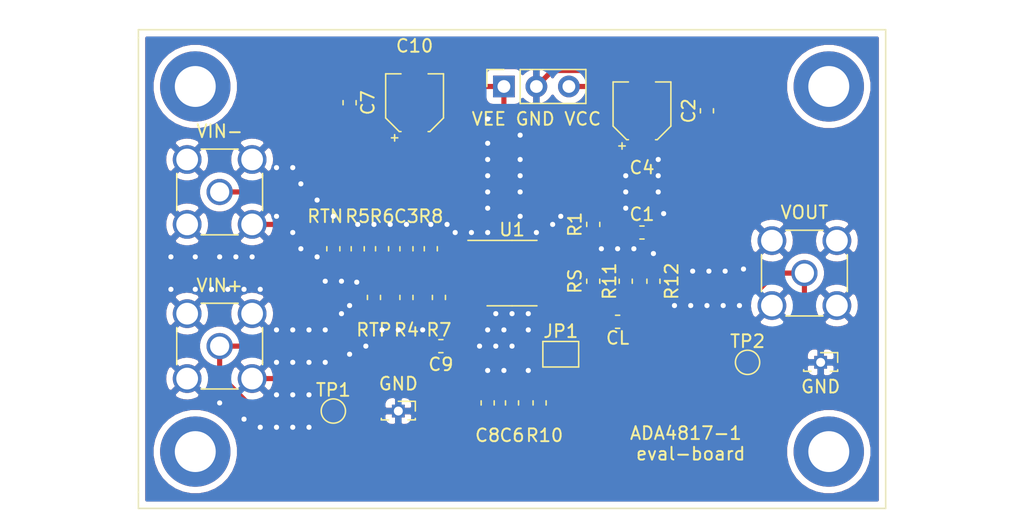
<source format=kicad_pcb>
(kicad_pcb (version 20171130) (host pcbnew "(5.1.2)-2")

  (general
    (thickness 1.6)
    (drawings 11)
    (tracks 214)
    (zones 0)
    (modules 36)
    (nets 15)
  )

  (page A4)
  (layers
    (0 F.Cu signal)
    (31 B.Cu signal)
    (32 B.Adhes user)
    (33 F.Adhes user)
    (34 B.Paste user)
    (35 F.Paste user)
    (36 B.SilkS user)
    (37 F.SilkS user)
    (38 B.Mask user)
    (39 F.Mask user)
    (40 Dwgs.User user)
    (41 Cmts.User user)
    (42 Eco1.User user)
    (43 Eco2.User user)
    (44 Edge.Cuts user)
    (45 Margin user)
    (46 B.CrtYd user)
    (47 F.CrtYd user)
    (48 B.Fab user)
    (49 F.Fab user)
  )

  (setup
    (last_trace_width 0.25)
    (user_trace_width 0.4)
    (trace_clearance 0.2)
    (zone_clearance 0.508)
    (zone_45_only no)
    (trace_min 0.2)
    (via_size 0.8)
    (via_drill 0.4)
    (via_min_size 0.4)
    (via_min_drill 0.3)
    (user_via 0.4 0.3)
    (uvia_size 0.3)
    (uvia_drill 0.1)
    (uvias_allowed no)
    (uvia_min_size 0.2)
    (uvia_min_drill 0.1)
    (edge_width 0.05)
    (segment_width 0.2)
    (pcb_text_width 0.3)
    (pcb_text_size 1.5 1.5)
    (mod_edge_width 0.12)
    (mod_text_size 1 1)
    (mod_text_width 0.15)
    (pad_size 2.6 1.6)
    (pad_drill 0)
    (pad_to_mask_clearance 0.051)
    (solder_mask_min_width 0.25)
    (aux_axis_origin 0 0)
    (visible_elements 7FFFFFFF)
    (pcbplotparams
      (layerselection 0x010f0_ffffffff)
      (usegerberextensions false)
      (usegerberattributes false)
      (usegerberadvancedattributes false)
      (creategerberjobfile false)
      (excludeedgelayer true)
      (linewidth 0.100000)
      (plotframeref false)
      (viasonmask false)
      (mode 1)
      (useauxorigin false)
      (hpglpennumber 1)
      (hpglpenspeed 20)
      (hpglpendiameter 15.000000)
      (psnegative false)
      (psa4output false)
      (plotreference true)
      (plotvalue true)
      (plotinvisibletext false)
      (padsonsilk false)
      (subtractmaskfromsilk false)
      (outputformat 1)
      (mirror false)
      (drillshape 0)
      (scaleselection 1)
      (outputdirectory "./"))
  )

  (net 0 "")
  (net 1 /VCC)
  (net 2 GNDREF)
  (net 3 "Net-(C3-Pad2)")
  (net 4 "Net-(C3-Pad1)")
  (net 5 "Net-(C5-Pad1)")
  (net 6 "Net-(C6-Pad1)")
  (net 7 "Net-(C6-Pad2)")
  (net 8 /VEE)
  (net 9 "Net-(J2-Pad1)")
  (net 10 "Net-(J3-Pad1)")
  (net 11 "Net-(J5-Pad1)")
  (net 12 /PD)
  (net 13 "Net-(R4-Pad1)")
  (net 14 "Net-(R11-Pad1)")

  (net_class Default 这是默认网络类。
    (clearance 0.2)
    (trace_width 0.25)
    (via_dia 0.8)
    (via_drill 0.4)
    (uvia_dia 0.3)
    (uvia_drill 0.1)
    (add_net /PD)
    (add_net /VCC)
    (add_net /VEE)
    (add_net GNDREF)
    (add_net "Net-(C3-Pad1)")
    (add_net "Net-(C3-Pad2)")
    (add_net "Net-(C5-Pad1)")
    (add_net "Net-(C6-Pad1)")
    (add_net "Net-(C6-Pad2)")
    (add_net "Net-(J2-Pad1)")
    (add_net "Net-(J3-Pad1)")
    (add_net "Net-(J5-Pad1)")
    (add_net "Net-(R11-Pad1)")
    (add_net "Net-(R4-Pad1)")
  )

  (module Connector_PinSocket_1.27mm:PinSocket_1x01_P1.27mm_Vertical (layer F.Cu) (tedit 5D1F0219) (tstamp 5D2010AF)
    (at 156.21 125.095)
    (descr "Through hole straight socket strip, 1x01, 1.27mm pitch, single row (from Kicad 4.0.7), script generated")
    (tags "Through hole socket strip THT 1x01 1.27mm single row")
    (fp_text reference GND (at 0 1.905) (layer F.SilkS)
      (effects (font (size 1 1) (thickness 0.15)))
    )
    (fp_text value PinSocket_1x01_P1.27mm_Vertical (at 0 2.135) (layer F.Fab)
      (effects (font (size 1 1) (thickness 0.15)))
    )
    (fp_text user %R (at 0 0) (layer F.Fab)
      (effects (font (size 0.76 0.76) (thickness 0.11)))
    )
    (fp_line (start -1.8 1.15) (end -1.8 -1.15) (layer F.CrtYd) (width 0.05))
    (fp_line (start 1.75 1.15) (end -1.8 1.15) (layer F.CrtYd) (width 0.05))
    (fp_line (start 1.75 -1.15) (end 1.75 1.15) (layer F.CrtYd) (width 0.05))
    (fp_line (start -1.8 -1.15) (end 1.75 -1.15) (layer F.CrtYd) (width 0.05))
    (fp_line (start 0 -0.76) (end 1.33 -0.76) (layer F.SilkS) (width 0.12))
    (fp_line (start 1.33 -0.76) (end 1.33 0) (layer F.SilkS) (width 0.12))
    (fp_line (start 1.33 0.575) (end 1.33 0.695) (layer F.SilkS) (width 0.12))
    (fp_line (start -1.33 0.575) (end -1.33 0.695) (layer F.SilkS) (width 0.12))
    (fp_line (start 0.76 0.695) (end 1.33 0.695) (layer F.SilkS) (width 0.12))
    (fp_line (start -1.33 0.695) (end -0.76 0.695) (layer F.SilkS) (width 0.12))
    (fp_line (start -1.27 0.635) (end -1.27 -0.635) (layer F.Fab) (width 0.1))
    (fp_line (start 1.27 0.635) (end -1.27 0.635) (layer F.Fab) (width 0.1))
    (fp_line (start 1.27 -0.3175) (end 1.27 0.635) (layer F.Fab) (width 0.1))
    (fp_line (start 0.9525 -0.635) (end 1.27 -0.3175) (layer F.Fab) (width 0.1))
    (fp_line (start -1.27 -0.635) (end 0.9525 -0.635) (layer F.Fab) (width 0.1))
    (pad 1 thru_hole rect (at 0 0) (size 1 1) (drill 0.7) (layers *.Cu *.Mask)
      (net 2 GNDREF))
    (model ${KISYS3DMOD}/Connector_PinSocket_1.27mm.3dshapes/PinSocket_1x01_P1.27mm_Vertical.wrl
      (at (xyz 0 0 0))
      (scale (xyz 1 1 1))
      (rotate (xyz 0 0 0))
    )
  )

  (module Connector_PinSocket_1.27mm:PinSocket_1x01_P1.27mm_Vertical (layer F.Cu) (tedit 5D1F0142) (tstamp 5D2005B5)
    (at 123.19 128.905)
    (descr "Through hole straight socket strip, 1x01, 1.27mm pitch, single row (from Kicad 4.0.7), script generated")
    (tags "Through hole socket strip THT 1x01 1.27mm single row")
    (fp_text reference GND (at 0 -2.135) (layer F.SilkS)
      (effects (font (size 1 1) (thickness 0.15)))
    )
    (fp_text value PinSocket_1x01_P1.27mm_Vertical (at 0 2.135) (layer F.Fab)
      (effects (font (size 1 1) (thickness 0.15)))
    )
    (fp_text user %R (at 0 0) (layer F.Fab)
      (effects (font (size 0.76 0.76) (thickness 0.11)))
    )
    (fp_line (start -1.8 1.15) (end -1.8 -1.15) (layer F.CrtYd) (width 0.05))
    (fp_line (start 1.75 1.15) (end -1.8 1.15) (layer F.CrtYd) (width 0.05))
    (fp_line (start 1.75 -1.15) (end 1.75 1.15) (layer F.CrtYd) (width 0.05))
    (fp_line (start -1.8 -1.15) (end 1.75 -1.15) (layer F.CrtYd) (width 0.05))
    (fp_line (start 0 -0.76) (end 1.33 -0.76) (layer F.SilkS) (width 0.12))
    (fp_line (start 1.33 -0.76) (end 1.33 0) (layer F.SilkS) (width 0.12))
    (fp_line (start 1.33 0.575) (end 1.33 0.695) (layer F.SilkS) (width 0.12))
    (fp_line (start -1.33 0.575) (end -1.33 0.695) (layer F.SilkS) (width 0.12))
    (fp_line (start 0.76 0.695) (end 1.33 0.695) (layer F.SilkS) (width 0.12))
    (fp_line (start -1.33 0.695) (end -0.76 0.695) (layer F.SilkS) (width 0.12))
    (fp_line (start -1.27 0.635) (end -1.27 -0.635) (layer F.Fab) (width 0.1))
    (fp_line (start 1.27 0.635) (end -1.27 0.635) (layer F.Fab) (width 0.1))
    (fp_line (start 1.27 -0.3175) (end 1.27 0.635) (layer F.Fab) (width 0.1))
    (fp_line (start 0.9525 -0.635) (end 1.27 -0.3175) (layer F.Fab) (width 0.1))
    (fp_line (start -1.27 -0.635) (end 0.9525 -0.635) (layer F.Fab) (width 0.1))
    (pad 1 thru_hole rect (at 0 0) (size 1 1) (drill 0.7) (layers *.Cu *.Mask)
      (net 2 GNDREF))
    (model ${KISYS3DMOD}/Connector_PinSocket_1.27mm.3dshapes/PinSocket_1x01_P1.27mm_Vertical.wrl
      (at (xyz 0 0 0))
      (scale (xyz 1 1 1))
      (rotate (xyz 0 0 0))
    )
  )

  (module MountingHole:MountingHole_3.2mm_M3_ISO14580_Pad (layer F.Cu) (tedit 56D1B4CB) (tstamp 5D1FFE92)
    (at 107.315 132.08)
    (descr "Mounting Hole 3.2mm, M3, ISO14580")
    (tags "mounting hole 3.2mm m3 iso14580")
    (attr virtual)
    (fp_text reference REF** (at 0 -3.75) (layer F.SilkS) hide
      (effects (font (size 1 1) (thickness 0.15)))
    )
    (fp_text value MountingHole_3.2mm_M3_ISO14580_Pad (at 0 3.75) (layer F.Fab)
      (effects (font (size 1 1) (thickness 0.15)))
    )
    (fp_circle (center 0 0) (end 3 0) (layer F.CrtYd) (width 0.05))
    (fp_circle (center 0 0) (end 2.75 0) (layer Cmts.User) (width 0.15))
    (fp_text user %R (at 0.3 0) (layer F.Fab)
      (effects (font (size 1 1) (thickness 0.15)))
    )
    (pad 1 thru_hole circle (at 0 0) (size 5.5 5.5) (drill 3.2) (layers *.Cu *.Mask))
  )

  (module MountingHole:MountingHole_3.2mm_M3_ISO14580_Pad (layer F.Cu) (tedit 56D1B4CB) (tstamp 5D1FFE6E)
    (at 156.845 132.08)
    (descr "Mounting Hole 3.2mm, M3, ISO14580")
    (tags "mounting hole 3.2mm m3 iso14580")
    (attr virtual)
    (fp_text reference REF** (at 0 -3.75) (layer F.SilkS) hide
      (effects (font (size 1 1) (thickness 0.15)))
    )
    (fp_text value MountingHole_3.2mm_M3_ISO14580_Pad (at 0 3.75) (layer F.Fab)
      (effects (font (size 1 1) (thickness 0.15)))
    )
    (fp_circle (center 0 0) (end 3 0) (layer F.CrtYd) (width 0.05))
    (fp_circle (center 0 0) (end 2.75 0) (layer Cmts.User) (width 0.15))
    (fp_text user %R (at 0.3 0) (layer F.Fab)
      (effects (font (size 1 1) (thickness 0.15)))
    )
    (pad 1 thru_hole circle (at 0 0) (size 5.5 5.5) (drill 3.2) (layers *.Cu *.Mask))
  )

  (module MountingHole:MountingHole_3.2mm_M3_ISO14580_Pad (layer F.Cu) (tedit 56D1B4CB) (tstamp 5D1FFE3A)
    (at 156.845 103.505)
    (descr "Mounting Hole 3.2mm, M3, ISO14580")
    (tags "mounting hole 3.2mm m3 iso14580")
    (attr virtual)
    (fp_text reference REF** (at 0 -3.75) (layer F.SilkS) hide
      (effects (font (size 1 1) (thickness 0.15)))
    )
    (fp_text value MountingHole_3.2mm_M3_ISO14580_Pad (at 0 3.75) (layer F.Fab)
      (effects (font (size 1 1) (thickness 0.15)))
    )
    (fp_circle (center 0 0) (end 3 0) (layer F.CrtYd) (width 0.05))
    (fp_circle (center 0 0) (end 2.75 0) (layer Cmts.User) (width 0.15))
    (fp_text user %R (at 0.3 0) (layer F.Fab)
      (effects (font (size 1 1) (thickness 0.15)))
    )
    (pad 1 thru_hole circle (at 0 0) (size 5.5 5.5) (drill 3.2) (layers *.Cu *.Mask))
  )

  (module MountingHole:MountingHole_3.2mm_M3_ISO14580_Pad (layer F.Cu) (tedit 56D1B4CB) (tstamp 5D1FFDDF)
    (at 107.315 103.505)
    (descr "Mounting Hole 3.2mm, M3, ISO14580")
    (tags "mounting hole 3.2mm m3 iso14580")
    (attr virtual)
    (fp_text reference REF** (at 0 -3.75) (layer F.SilkS) hide
      (effects (font (size 1 1) (thickness 0.15)))
    )
    (fp_text value MountingHole_3.2mm_M3_ISO14580_Pad (at 0 3.75) (layer F.Fab)
      (effects (font (size 1 1) (thickness 0.15)))
    )
    (fp_circle (center 0 0) (end 3 0) (layer F.CrtYd) (width 0.05))
    (fp_circle (center 0 0) (end 2.75 0) (layer Cmts.User) (width 0.15))
    (fp_text user %R (at 0.3 0) (layer F.Fab)
      (effects (font (size 1 1) (thickness 0.15)))
    )
    (pad 1 thru_hole circle (at 0 0) (size 5.5 5.5) (drill 3.2) (layers *.Cu *.Mask))
  )

  (module TestPoint:TestPoint_Pad_D1.5mm (layer F.Cu) (tedit 5D1F0402) (tstamp 5D1FDFA2)
    (at 150.495 125.095)
    (descr "SMD pad as test Point, diameter 1.5mm")
    (tags "test point SMD pad")
    (attr virtual)
    (fp_text reference TP2 (at 0 -1.648) (layer F.SilkS)
      (effects (font (size 1 1) (thickness 0.15)))
    )
    (fp_text value TestPoint_Pad_D1.5mm (at 0 1.75) (layer F.Fab)
      (effects (font (size 1 1) (thickness 0.15)))
    )
    (fp_circle (center 0 0) (end 0 0.95) (layer F.SilkS) (width 0.12))
    (fp_circle (center 0 0) (end 1.25 0) (layer F.CrtYd) (width 0.05))
    (fp_text user %R (at 0 -1.65) (layer F.Fab)
      (effects (font (size 1 1) (thickness 0.15)))
    )
    (pad 1 smd circle (at 0 0) (size 1.5 1.5) (layers F.Cu F.Mask)
      (net 11 "Net-(J5-Pad1)"))
  )

  (module TestPoint:TestPoint_Pad_D1.5mm (layer F.Cu) (tedit 5D1F00F3) (tstamp 5D1FDF77)
    (at 118.11 128.905)
    (descr "SMD pad as test Point, diameter 1.5mm")
    (tags "test point SMD pad")
    (attr virtual)
    (fp_text reference TP1 (at 0 -1.648) (layer F.SilkS)
      (effects (font (size 1 1) (thickness 0.15)))
    )
    (fp_text value TestPoint_Pad_D1.5mm (at 0 1.75) (layer F.Fab)
      (effects (font (size 1 1) (thickness 0.15)))
    )
    (fp_circle (center 0 0) (end 0 0.95) (layer F.SilkS) (width 0.12))
    (fp_circle (center 0 0) (end 1.25 0) (layer F.CrtYd) (width 0.05))
    (fp_text user %R (at 0 -1.65) (layer F.Fab)
      (effects (font (size 1 1) (thickness 0.15)))
    )
    (pad 1 smd circle (at 0 0) (size 1.5 1.5) (layers F.Cu F.Mask)
      (net 10 "Net-(J3-Pad1)"))
  )

  (module Jumper:SolderJumper-2_P1.3mm_Open_TrianglePad1.0x1.5mm (layer F.Cu) (tedit 5D1EFB0E) (tstamp 5D1FDC4F)
    (at 135.89 124.46)
    (descr "SMD Solder Jumper, 1x1.5mm Triangular Pads, 0.3mm gap, open")
    (tags "solder jumper open")
    (attr virtual)
    (fp_text reference JP1 (at 0 -1.8) (layer F.SilkS)
      (effects (font (size 1 1) (thickness 0.15)))
    )
    (fp_text value SolderJumper-2_P1.3mm_Open_TrianglePad1.0x1.5mm (at 0 1.9) (layer F.Fab)
      (effects (font (size 1 1) (thickness 0.15)))
    )
    (fp_line (start 1.65 1.25) (end -1.65 1.25) (layer F.CrtYd) (width 0.05))
    (fp_line (start 1.65 1.25) (end 1.65 -1.25) (layer F.CrtYd) (width 0.05))
    (fp_line (start -1.65 -1.25) (end -1.65 1.25) (layer F.CrtYd) (width 0.05))
    (fp_line (start -1.65 -1.25) (end 1.65 -1.25) (layer F.CrtYd) (width 0.05))
    (fp_line (start -1.4 -1) (end 1.4 -1) (layer F.SilkS) (width 0.12))
    (fp_line (start 1.4 -1) (end 1.4 1) (layer F.SilkS) (width 0.12))
    (fp_line (start 1.4 1) (end -1.4 1) (layer F.SilkS) (width 0.12))
    (fp_line (start -1.4 1) (end -1.4 -1) (layer F.SilkS) (width 0.12))
    (pad 1 smd custom (at -0.725 0) (size 0.3 0.3) (layers F.Cu F.Mask)
      (net 7 "Net-(C6-Pad2)") (zone_connect 2)
      (options (clearance outline) (anchor rect))
      (primitives
        (gr_poly (pts
           (xy -0.5 -0.75) (xy 0.5 -0.75) (xy 1 0) (xy 0.5 0.75) (xy -0.5 0.75)
) (width 0))
      ))
    (pad 2 smd custom (at 0.725 0) (size 0.3 0.3) (layers F.Cu F.Mask)
      (net 7 "Net-(C6-Pad2)") (zone_connect 2)
      (options (clearance outline) (anchor rect))
      (primitives
        (gr_poly (pts
           (xy -0.65 -0.75) (xy 0.5 -0.75) (xy 0.5 0.75) (xy -0.65 0.75) (xy -0.15 0)
) (width 0))
      ))
  )

  (module Capacitor_SMD:C_0603_1608Metric (layer F.Cu) (tedit 5B301BBE) (tstamp 5D1FC08E)
    (at 142.24 114.935)
    (descr "Capacitor SMD 0603 (1608 Metric), square (rectangular) end terminal, IPC_7351 nominal, (Body size source: http://www.tortai-tech.com/upload/download/2011102023233369053.pdf), generated with kicad-footprint-generator")
    (tags capacitor)
    (path /5D20EF4F)
    (attr smd)
    (fp_text reference C1 (at 0 -1.43) (layer F.SilkS)
      (effects (font (size 1 1) (thickness 0.15)))
    )
    (fp_text value 0.1uF (at 0 1.43) (layer F.Fab)
      (effects (font (size 1 1) (thickness 0.15)))
    )
    (fp_line (start -0.8 0.4) (end -0.8 -0.4) (layer F.Fab) (width 0.1))
    (fp_line (start -0.8 -0.4) (end 0.8 -0.4) (layer F.Fab) (width 0.1))
    (fp_line (start 0.8 -0.4) (end 0.8 0.4) (layer F.Fab) (width 0.1))
    (fp_line (start 0.8 0.4) (end -0.8 0.4) (layer F.Fab) (width 0.1))
    (fp_line (start -0.162779 -0.51) (end 0.162779 -0.51) (layer F.SilkS) (width 0.12))
    (fp_line (start -0.162779 0.51) (end 0.162779 0.51) (layer F.SilkS) (width 0.12))
    (fp_line (start -1.48 0.73) (end -1.48 -0.73) (layer F.CrtYd) (width 0.05))
    (fp_line (start -1.48 -0.73) (end 1.48 -0.73) (layer F.CrtYd) (width 0.05))
    (fp_line (start 1.48 -0.73) (end 1.48 0.73) (layer F.CrtYd) (width 0.05))
    (fp_line (start 1.48 0.73) (end -1.48 0.73) (layer F.CrtYd) (width 0.05))
    (fp_text user %R (at 0 0) (layer F.Fab)
      (effects (font (size 0.4 0.4) (thickness 0.06)))
    )
    (pad 1 smd roundrect (at -0.7875 0) (size 0.875 0.95) (layers F.Cu F.Paste F.Mask) (roundrect_rratio 0.25)
      (net 1 /VCC))
    (pad 2 smd roundrect (at 0.7875 0) (size 0.875 0.95) (layers F.Cu F.Paste F.Mask) (roundrect_rratio 0.25)
      (net 2 GNDREF))
    (model ${KISYS3DMOD}/Capacitor_SMD.3dshapes/C_0603_1608Metric.wrl
      (at (xyz 0 0 0))
      (scale (xyz 1 1 1))
      (rotate (xyz 0 0 0))
    )
  )

  (module Capacitor_SMD:C_0603_1608Metric (layer F.Cu) (tedit 5B301BBE) (tstamp 5D1FEBE4)
    (at 147.32 105.41 90)
    (descr "Capacitor SMD 0603 (1608 Metric), square (rectangular) end terminal, IPC_7351 nominal, (Body size source: http://www.tortai-tech.com/upload/download/2011102023233369053.pdf), generated with kicad-footprint-generator")
    (tags capacitor)
    (path /5D20EE18)
    (attr smd)
    (fp_text reference C2 (at 0 -1.43 90) (layer F.SilkS)
      (effects (font (size 1 1) (thickness 0.15)))
    )
    (fp_text value 0.1uF (at 0 1.43 90) (layer F.Fab)
      (effects (font (size 1 1) (thickness 0.15)))
    )
    (fp_text user %R (at 0 0 90) (layer F.Fab)
      (effects (font (size 0.4 0.4) (thickness 0.06)))
    )
    (fp_line (start 1.48 0.73) (end -1.48 0.73) (layer F.CrtYd) (width 0.05))
    (fp_line (start 1.48 -0.73) (end 1.48 0.73) (layer F.CrtYd) (width 0.05))
    (fp_line (start -1.48 -0.73) (end 1.48 -0.73) (layer F.CrtYd) (width 0.05))
    (fp_line (start -1.48 0.73) (end -1.48 -0.73) (layer F.CrtYd) (width 0.05))
    (fp_line (start -0.162779 0.51) (end 0.162779 0.51) (layer F.SilkS) (width 0.12))
    (fp_line (start -0.162779 -0.51) (end 0.162779 -0.51) (layer F.SilkS) (width 0.12))
    (fp_line (start 0.8 0.4) (end -0.8 0.4) (layer F.Fab) (width 0.1))
    (fp_line (start 0.8 -0.4) (end 0.8 0.4) (layer F.Fab) (width 0.1))
    (fp_line (start -0.8 -0.4) (end 0.8 -0.4) (layer F.Fab) (width 0.1))
    (fp_line (start -0.8 0.4) (end -0.8 -0.4) (layer F.Fab) (width 0.1))
    (pad 2 smd roundrect (at 0.7875 0 90) (size 0.875 0.95) (layers F.Cu F.Paste F.Mask) (roundrect_rratio 0.25)
      (net 2 GNDREF))
    (pad 1 smd roundrect (at -0.7875 0 90) (size 0.875 0.95) (layers F.Cu F.Paste F.Mask) (roundrect_rratio 0.25)
      (net 1 /VCC))
    (model ${KISYS3DMOD}/Capacitor_SMD.3dshapes/C_0603_1608Metric.wrl
      (at (xyz 0 0 0))
      (scale (xyz 1 1 1))
      (rotate (xyz 0 0 0))
    )
  )

  (module Capacitor_SMD:C_0603_1608Metric (layer F.Cu) (tedit 5B301BBE) (tstamp 5D1FCE51)
    (at 123.825 116.205 270)
    (descr "Capacitor SMD 0603 (1608 Metric), square (rectangular) end terminal, IPC_7351 nominal, (Body size source: http://www.tortai-tech.com/upload/download/2011102023233369053.pdf), generated with kicad-footprint-generator")
    (tags capacitor)
    (path /5D1F4AF7)
    (attr smd)
    (fp_text reference C3 (at -2.54 0 180) (layer F.SilkS)
      (effects (font (size 1 1) (thickness 0.15)))
    )
    (fp_text value CF (at 0 1.43 90) (layer F.Fab)
      (effects (font (size 1 1) (thickness 0.15)))
    )
    (fp_text user %R (at 0 0 90) (layer F.Fab)
      (effects (font (size 0.4 0.4) (thickness 0.06)))
    )
    (fp_line (start 1.48 0.73) (end -1.48 0.73) (layer F.CrtYd) (width 0.05))
    (fp_line (start 1.48 -0.73) (end 1.48 0.73) (layer F.CrtYd) (width 0.05))
    (fp_line (start -1.48 -0.73) (end 1.48 -0.73) (layer F.CrtYd) (width 0.05))
    (fp_line (start -1.48 0.73) (end -1.48 -0.73) (layer F.CrtYd) (width 0.05))
    (fp_line (start -0.162779 0.51) (end 0.162779 0.51) (layer F.SilkS) (width 0.12))
    (fp_line (start -0.162779 -0.51) (end 0.162779 -0.51) (layer F.SilkS) (width 0.12))
    (fp_line (start 0.8 0.4) (end -0.8 0.4) (layer F.Fab) (width 0.1))
    (fp_line (start 0.8 -0.4) (end 0.8 0.4) (layer F.Fab) (width 0.1))
    (fp_line (start -0.8 -0.4) (end 0.8 -0.4) (layer F.Fab) (width 0.1))
    (fp_line (start -0.8 0.4) (end -0.8 -0.4) (layer F.Fab) (width 0.1))
    (pad 2 smd roundrect (at 0.7875 0 270) (size 0.875 0.95) (layers F.Cu F.Paste F.Mask) (roundrect_rratio 0.25)
      (net 3 "Net-(C3-Pad2)"))
    (pad 1 smd roundrect (at -0.7875 0 270) (size 0.875 0.95) (layers F.Cu F.Paste F.Mask) (roundrect_rratio 0.25)
      (net 4 "Net-(C3-Pad1)"))
    (model ${KISYS3DMOD}/Capacitor_SMD.3dshapes/C_0603_1608Metric.wrl
      (at (xyz 0 0 0))
      (scale (xyz 1 1 1))
      (rotate (xyz 0 0 0))
    )
  )

  (module Capacitor_SMD:CP_Elec_4x5.3 (layer F.Cu) (tedit 5BCA39CF) (tstamp 5D1FC0D8)
    (at 142.24 105.41 90)
    (descr "SMD capacitor, aluminum electrolytic, Vishay, 4.0x5.3mm")
    (tags "capacitor electrolytic")
    (path /5D240ED7)
    (attr smd)
    (fp_text reference C4 (at -4.445 0 180) (layer F.SilkS)
      (effects (font (size 1 1) (thickness 0.15)))
    )
    (fp_text value 10uF (at 0 3.2 90) (layer F.Fab)
      (effects (font (size 1 1) (thickness 0.15)))
    )
    (fp_text user %R (at 0 0 90) (layer F.Fab)
      (effects (font (size 0.8 0.8) (thickness 0.12)))
    )
    (fp_line (start -3.35 1.05) (end -2.4 1.05) (layer F.CrtYd) (width 0.05))
    (fp_line (start -3.35 -1.05) (end -3.35 1.05) (layer F.CrtYd) (width 0.05))
    (fp_line (start -2.4 -1.05) (end -3.35 -1.05) (layer F.CrtYd) (width 0.05))
    (fp_line (start -2.4 1.05) (end -2.4 1.25) (layer F.CrtYd) (width 0.05))
    (fp_line (start -2.4 -1.25) (end -2.4 -1.05) (layer F.CrtYd) (width 0.05))
    (fp_line (start -2.4 -1.25) (end -1.25 -2.4) (layer F.CrtYd) (width 0.05))
    (fp_line (start -2.4 1.25) (end -1.25 2.4) (layer F.CrtYd) (width 0.05))
    (fp_line (start -1.25 -2.4) (end 2.4 -2.4) (layer F.CrtYd) (width 0.05))
    (fp_line (start -1.25 2.4) (end 2.4 2.4) (layer F.CrtYd) (width 0.05))
    (fp_line (start 2.4 1.05) (end 2.4 2.4) (layer F.CrtYd) (width 0.05))
    (fp_line (start 3.35 1.05) (end 2.4 1.05) (layer F.CrtYd) (width 0.05))
    (fp_line (start 3.35 -1.05) (end 3.35 1.05) (layer F.CrtYd) (width 0.05))
    (fp_line (start 2.4 -1.05) (end 3.35 -1.05) (layer F.CrtYd) (width 0.05))
    (fp_line (start 2.4 -2.4) (end 2.4 -1.05) (layer F.CrtYd) (width 0.05))
    (fp_line (start -2.75 -1.81) (end -2.75 -1.31) (layer F.SilkS) (width 0.12))
    (fp_line (start -3 -1.56) (end -2.5 -1.56) (layer F.SilkS) (width 0.12))
    (fp_line (start -2.26 1.195563) (end -1.195563 2.26) (layer F.SilkS) (width 0.12))
    (fp_line (start -2.26 -1.195563) (end -1.195563 -2.26) (layer F.SilkS) (width 0.12))
    (fp_line (start -2.26 -1.195563) (end -2.26 -1.06) (layer F.SilkS) (width 0.12))
    (fp_line (start -2.26 1.195563) (end -2.26 1.06) (layer F.SilkS) (width 0.12))
    (fp_line (start -1.195563 2.26) (end 2.26 2.26) (layer F.SilkS) (width 0.12))
    (fp_line (start -1.195563 -2.26) (end 2.26 -2.26) (layer F.SilkS) (width 0.12))
    (fp_line (start 2.26 -2.26) (end 2.26 -1.06) (layer F.SilkS) (width 0.12))
    (fp_line (start 2.26 2.26) (end 2.26 1.06) (layer F.SilkS) (width 0.12))
    (fp_line (start -1.374773 -1.2) (end -1.374773 -0.8) (layer F.Fab) (width 0.1))
    (fp_line (start -1.574773 -1) (end -1.174773 -1) (layer F.Fab) (width 0.1))
    (fp_line (start -2.15 1.15) (end -1.15 2.15) (layer F.Fab) (width 0.1))
    (fp_line (start -2.15 -1.15) (end -1.15 -2.15) (layer F.Fab) (width 0.1))
    (fp_line (start -2.15 -1.15) (end -2.15 1.15) (layer F.Fab) (width 0.1))
    (fp_line (start -1.15 2.15) (end 2.15 2.15) (layer F.Fab) (width 0.1))
    (fp_line (start -1.15 -2.15) (end 2.15 -2.15) (layer F.Fab) (width 0.1))
    (fp_line (start 2.15 -2.15) (end 2.15 2.15) (layer F.Fab) (width 0.1))
    (fp_circle (center 0 0) (end 2 0) (layer F.Fab) (width 0.1))
    (pad 2 smd roundrect (at 1.8 0 90) (size 2.6 1.6) (layers F.Cu F.Paste F.Mask) (roundrect_rratio 0.15625)
      (net 2 GNDREF))
    (pad 1 smd roundrect (at -1.8 0 90) (size 2.6 1.6) (layers F.Cu F.Paste F.Mask) (roundrect_rratio 0.15625)
      (net 1 /VCC))
    (model ${KISYS3DMOD}/Capacitor_SMD.3dshapes/CP_Elec_4x5.3.wrl
      (at (xyz 0 0 0))
      (scale (xyz 1 1 1))
      (rotate (xyz 0 0 0))
    )
  )

  (module Capacitor_SMD:C_0603_1608Metric (layer F.Cu) (tedit 5B301BBE) (tstamp 5D1FC0E9)
    (at 140.335 121.92)
    (descr "Capacitor SMD 0603 (1608 Metric), square (rectangular) end terminal, IPC_7351 nominal, (Body size source: http://www.tortai-tech.com/upload/download/2011102023233369053.pdf), generated with kicad-footprint-generator")
    (tags capacitor)
    (path /5D1FE9A4)
    (attr smd)
    (fp_text reference CL (at 0 1.27) (layer F.SilkS)
      (effects (font (size 1 1) (thickness 0.15)))
    )
    (fp_text value CL (at 0 1.43) (layer F.Fab)
      (effects (font (size 1 1) (thickness 0.15)))
    )
    (fp_line (start -0.8 0.4) (end -0.8 -0.4) (layer F.Fab) (width 0.1))
    (fp_line (start -0.8 -0.4) (end 0.8 -0.4) (layer F.Fab) (width 0.1))
    (fp_line (start 0.8 -0.4) (end 0.8 0.4) (layer F.Fab) (width 0.1))
    (fp_line (start 0.8 0.4) (end -0.8 0.4) (layer F.Fab) (width 0.1))
    (fp_line (start -0.162779 -0.51) (end 0.162779 -0.51) (layer F.SilkS) (width 0.12))
    (fp_line (start -0.162779 0.51) (end 0.162779 0.51) (layer F.SilkS) (width 0.12))
    (fp_line (start -1.48 0.73) (end -1.48 -0.73) (layer F.CrtYd) (width 0.05))
    (fp_line (start -1.48 -0.73) (end 1.48 -0.73) (layer F.CrtYd) (width 0.05))
    (fp_line (start 1.48 -0.73) (end 1.48 0.73) (layer F.CrtYd) (width 0.05))
    (fp_line (start 1.48 0.73) (end -1.48 0.73) (layer F.CrtYd) (width 0.05))
    (fp_text user %R (at 0 0) (layer F.Fab)
      (effects (font (size 0.4 0.4) (thickness 0.06)))
    )
    (pad 1 smd roundrect (at -0.7875 0) (size 0.875 0.95) (layers F.Cu F.Paste F.Mask) (roundrect_rratio 0.25)
      (net 5 "Net-(C5-Pad1)"))
    (pad 2 smd roundrect (at 0.7875 0) (size 0.875 0.95) (layers F.Cu F.Paste F.Mask) (roundrect_rratio 0.25)
      (net 2 GNDREF))
    (model ${KISYS3DMOD}/Capacitor_SMD.3dshapes/C_0603_1608Metric.wrl
      (at (xyz 0 0 0))
      (scale (xyz 1 1 1))
      (rotate (xyz 0 0 0))
    )
  )

  (module Capacitor_SMD:C_0603_1608Metric (layer F.Cu) (tedit 5B301BBE) (tstamp 5D1FF3E5)
    (at 134.235001 128.27 90)
    (descr "Capacitor SMD 0603 (1608 Metric), square (rectangular) end terminal, IPC_7351 nominal, (Body size source: http://www.tortai-tech.com/upload/download/2011102023233369053.pdf), generated with kicad-footprint-generator")
    (tags capacitor)
    (path /5D2066B1)
    (attr smd)
    (fp_text reference C6 (at -2.54 -2.155001 180) (layer F.SilkS)
      (effects (font (size 1 1) (thickness 0.15)))
    )
    (fp_text value C (at 0 1.43 90) (layer F.Fab)
      (effects (font (size 1 1) (thickness 0.15)))
    )
    (fp_line (start -0.8 0.4) (end -0.8 -0.4) (layer F.Fab) (width 0.1))
    (fp_line (start -0.8 -0.4) (end 0.8 -0.4) (layer F.Fab) (width 0.1))
    (fp_line (start 0.8 -0.4) (end 0.8 0.4) (layer F.Fab) (width 0.1))
    (fp_line (start 0.8 0.4) (end -0.8 0.4) (layer F.Fab) (width 0.1))
    (fp_line (start -0.162779 -0.51) (end 0.162779 -0.51) (layer F.SilkS) (width 0.12))
    (fp_line (start -0.162779 0.51) (end 0.162779 0.51) (layer F.SilkS) (width 0.12))
    (fp_line (start -1.48 0.73) (end -1.48 -0.73) (layer F.CrtYd) (width 0.05))
    (fp_line (start -1.48 -0.73) (end 1.48 -0.73) (layer F.CrtYd) (width 0.05))
    (fp_line (start 1.48 -0.73) (end 1.48 0.73) (layer F.CrtYd) (width 0.05))
    (fp_line (start 1.48 0.73) (end -1.48 0.73) (layer F.CrtYd) (width 0.05))
    (fp_text user %R (at 0 0 90) (layer F.Fab)
      (effects (font (size 0.4 0.4) (thickness 0.06)))
    )
    (pad 1 smd roundrect (at -0.7875 0 90) (size 0.875 0.95) (layers F.Cu F.Paste F.Mask) (roundrect_rratio 0.25)
      (net 6 "Net-(C6-Pad1)"))
    (pad 2 smd roundrect (at 0.7875 0 90) (size 0.875 0.95) (layers F.Cu F.Paste F.Mask) (roundrect_rratio 0.25)
      (net 7 "Net-(C6-Pad2)"))
    (model ${KISYS3DMOD}/Capacitor_SMD.3dshapes/C_0603_1608Metric.wrl
      (at (xyz 0 0 0))
      (scale (xyz 1 1 1))
      (rotate (xyz 0 0 0))
    )
  )

  (module Capacitor_SMD:C_0603_1608Metric (layer F.Cu) (tedit 5B301BBE) (tstamp 5D1FC10B)
    (at 119.38 104.775 270)
    (descr "Capacitor SMD 0603 (1608 Metric), square (rectangular) end terminal, IPC_7351 nominal, (Body size source: http://www.tortai-tech.com/upload/download/2011102023233369053.pdf), generated with kicad-footprint-generator")
    (tags capacitor)
    (path /5D20F0FB)
    (attr smd)
    (fp_text reference C7 (at 0 -1.43 90) (layer F.SilkS)
      (effects (font (size 1 1) (thickness 0.15)))
    )
    (fp_text value 0.1uF (at 0 1.43 90) (layer F.Fab)
      (effects (font (size 1 1) (thickness 0.15)))
    )
    (fp_line (start -0.8 0.4) (end -0.8 -0.4) (layer F.Fab) (width 0.1))
    (fp_line (start -0.8 -0.4) (end 0.8 -0.4) (layer F.Fab) (width 0.1))
    (fp_line (start 0.8 -0.4) (end 0.8 0.4) (layer F.Fab) (width 0.1))
    (fp_line (start 0.8 0.4) (end -0.8 0.4) (layer F.Fab) (width 0.1))
    (fp_line (start -0.162779 -0.51) (end 0.162779 -0.51) (layer F.SilkS) (width 0.12))
    (fp_line (start -0.162779 0.51) (end 0.162779 0.51) (layer F.SilkS) (width 0.12))
    (fp_line (start -1.48 0.73) (end -1.48 -0.73) (layer F.CrtYd) (width 0.05))
    (fp_line (start -1.48 -0.73) (end 1.48 -0.73) (layer F.CrtYd) (width 0.05))
    (fp_line (start 1.48 -0.73) (end 1.48 0.73) (layer F.CrtYd) (width 0.05))
    (fp_line (start 1.48 0.73) (end -1.48 0.73) (layer F.CrtYd) (width 0.05))
    (fp_text user %R (at 0 0 90) (layer F.Fab)
      (effects (font (size 0.4 0.4) (thickness 0.06)))
    )
    (pad 1 smd roundrect (at -0.7875 0 270) (size 0.875 0.95) (layers F.Cu F.Paste F.Mask) (roundrect_rratio 0.25)
      (net 8 /VEE))
    (pad 2 smd roundrect (at 0.7875 0 270) (size 0.875 0.95) (layers F.Cu F.Paste F.Mask) (roundrect_rratio 0.25)
      (net 2 GNDREF))
    (model ${KISYS3DMOD}/Capacitor_SMD.3dshapes/C_0603_1608Metric.wrl
      (at (xyz 0 0 0))
      (scale (xyz 1 1 1))
      (rotate (xyz 0 0 0))
    )
  )

  (module Capacitor_SMD:C_0603_1608Metric (layer F.Cu) (tedit 5B301BBE) (tstamp 5D1FC11C)
    (at 130.175 128.27 270)
    (descr "Capacitor SMD 0603 (1608 Metric), square (rectangular) end terminal, IPC_7351 nominal, (Body size source: http://www.tortai-tech.com/upload/download/2011102023233369053.pdf), generated with kicad-footprint-generator")
    (tags capacitor)
    (path /5D206BCC)
    (attr smd)
    (fp_text reference C8 (at 2.54 0 180) (layer F.SilkS)
      (effects (font (size 1 1) (thickness 0.15)))
    )
    (fp_text value C (at 0 1.43 90) (layer F.Fab)
      (effects (font (size 1 1) (thickness 0.15)))
    )
    (fp_text user %R (at 0 0 90) (layer F.Fab)
      (effects (font (size 0.4 0.4) (thickness 0.06)))
    )
    (fp_line (start 1.48 0.73) (end -1.48 0.73) (layer F.CrtYd) (width 0.05))
    (fp_line (start 1.48 -0.73) (end 1.48 0.73) (layer F.CrtYd) (width 0.05))
    (fp_line (start -1.48 -0.73) (end 1.48 -0.73) (layer F.CrtYd) (width 0.05))
    (fp_line (start -1.48 0.73) (end -1.48 -0.73) (layer F.CrtYd) (width 0.05))
    (fp_line (start -0.162779 0.51) (end 0.162779 0.51) (layer F.SilkS) (width 0.12))
    (fp_line (start -0.162779 -0.51) (end 0.162779 -0.51) (layer F.SilkS) (width 0.12))
    (fp_line (start 0.8 0.4) (end -0.8 0.4) (layer F.Fab) (width 0.1))
    (fp_line (start 0.8 -0.4) (end 0.8 0.4) (layer F.Fab) (width 0.1))
    (fp_line (start -0.8 -0.4) (end 0.8 -0.4) (layer F.Fab) (width 0.1))
    (fp_line (start -0.8 0.4) (end -0.8 -0.4) (layer F.Fab) (width 0.1))
    (pad 2 smd roundrect (at 0.7875 0 270) (size 0.875 0.95) (layers F.Cu F.Paste F.Mask) (roundrect_rratio 0.25)
      (net 6 "Net-(C6-Pad1)"))
    (pad 1 smd roundrect (at -0.7875 0 270) (size 0.875 0.95) (layers F.Cu F.Paste F.Mask) (roundrect_rratio 0.25)
      (net 8 /VEE))
    (model ${KISYS3DMOD}/Capacitor_SMD.3dshapes/C_0603_1608Metric.wrl
      (at (xyz 0 0 0))
      (scale (xyz 1 1 1))
      (rotate (xyz 0 0 0))
    )
  )

  (module Capacitor_SMD:C_0603_1608Metric (layer F.Cu) (tedit 5B301BBE) (tstamp 5D1FC12D)
    (at 126.5175 123.825 180)
    (descr "Capacitor SMD 0603 (1608 Metric), square (rectangular) end terminal, IPC_7351 nominal, (Body size source: http://www.tortai-tech.com/upload/download/2011102023233369053.pdf), generated with kicad-footprint-generator")
    (tags capacitor)
    (path /5D20F3B0)
    (attr smd)
    (fp_text reference C9 (at 0 -1.43) (layer F.SilkS)
      (effects (font (size 1 1) (thickness 0.15)))
    )
    (fp_text value 0.1uF (at 0 1.43) (layer F.Fab)
      (effects (font (size 1 1) (thickness 0.15)))
    )
    (fp_text user %R (at 0 0) (layer F.Fab)
      (effects (font (size 0.4 0.4) (thickness 0.06)))
    )
    (fp_line (start 1.48 0.73) (end -1.48 0.73) (layer F.CrtYd) (width 0.05))
    (fp_line (start 1.48 -0.73) (end 1.48 0.73) (layer F.CrtYd) (width 0.05))
    (fp_line (start -1.48 -0.73) (end 1.48 -0.73) (layer F.CrtYd) (width 0.05))
    (fp_line (start -1.48 0.73) (end -1.48 -0.73) (layer F.CrtYd) (width 0.05))
    (fp_line (start -0.162779 0.51) (end 0.162779 0.51) (layer F.SilkS) (width 0.12))
    (fp_line (start -0.162779 -0.51) (end 0.162779 -0.51) (layer F.SilkS) (width 0.12))
    (fp_line (start 0.8 0.4) (end -0.8 0.4) (layer F.Fab) (width 0.1))
    (fp_line (start 0.8 -0.4) (end 0.8 0.4) (layer F.Fab) (width 0.1))
    (fp_line (start -0.8 -0.4) (end 0.8 -0.4) (layer F.Fab) (width 0.1))
    (fp_line (start -0.8 0.4) (end -0.8 -0.4) (layer F.Fab) (width 0.1))
    (pad 2 smd roundrect (at 0.7875 0 180) (size 0.875 0.95) (layers F.Cu F.Paste F.Mask) (roundrect_rratio 0.25)
      (net 2 GNDREF))
    (pad 1 smd roundrect (at -0.7875 0 180) (size 0.875 0.95) (layers F.Cu F.Paste F.Mask) (roundrect_rratio 0.25)
      (net 8 /VEE))
    (model ${KISYS3DMOD}/Capacitor_SMD.3dshapes/C_0603_1608Metric.wrl
      (at (xyz 0 0 0))
      (scale (xyz 1 1 1))
      (rotate (xyz 0 0 0))
    )
  )

  (module Capacitor_SMD:CP_Elec_4x5.3 (layer F.Cu) (tedit 5D205774) (tstamp 5D1FC155)
    (at 124.46 104.775 90)
    (descr "SMD capacitor, aluminum electrolytic, Vishay, 4.0x5.3mm")
    (tags "capacitor electrolytic")
    (path /5D241CFD)
    (attr smd)
    (fp_text reference C10 (at 4.445 0 180) (layer F.SilkS)
      (effects (font (size 1 1) (thickness 0.15)))
    )
    (fp_text value 10uF (at 0 3.2 90) (layer F.Fab)
      (effects (font (size 1 1) (thickness 0.15)))
    )
    (fp_circle (center 0 0) (end 2 0) (layer F.Fab) (width 0.1))
    (fp_line (start 2.15 -2.15) (end 2.15 2.15) (layer F.Fab) (width 0.1))
    (fp_line (start -1.15 -2.15) (end 2.15 -2.15) (layer F.Fab) (width 0.1))
    (fp_line (start -1.15 2.15) (end 2.15 2.15) (layer F.Fab) (width 0.1))
    (fp_line (start -2.15 -1.15) (end -2.15 1.15) (layer F.Fab) (width 0.1))
    (fp_line (start -2.15 -1.15) (end -1.15 -2.15) (layer F.Fab) (width 0.1))
    (fp_line (start -2.15 1.15) (end -1.15 2.15) (layer F.Fab) (width 0.1))
    (fp_line (start -1.574773 -1) (end -1.174773 -1) (layer F.Fab) (width 0.1))
    (fp_line (start -1.374773 -1.2) (end -1.374773 -0.8) (layer F.Fab) (width 0.1))
    (fp_line (start 2.26 2.26) (end 2.26 1.06) (layer F.SilkS) (width 0.12))
    (fp_line (start 2.26 -2.26) (end 2.26 -1.06) (layer F.SilkS) (width 0.12))
    (fp_line (start -1.195563 -2.26) (end 2.26 -2.26) (layer F.SilkS) (width 0.12))
    (fp_line (start -1.195563 2.26) (end 2.26 2.26) (layer F.SilkS) (width 0.12))
    (fp_line (start -2.26 1.195563) (end -2.26 1.06) (layer F.SilkS) (width 0.12))
    (fp_line (start -2.26 -1.195563) (end -2.26 -1.06) (layer F.SilkS) (width 0.12))
    (fp_line (start -2.26 -1.195563) (end -1.195563 -2.26) (layer F.SilkS) (width 0.12))
    (fp_line (start -2.26 1.195563) (end -1.195563 2.26) (layer F.SilkS) (width 0.12))
    (fp_line (start -3 -1.56) (end -2.5 -1.56) (layer F.SilkS) (width 0.12))
    (fp_line (start -2.75 -1.81) (end -2.75 -1.31) (layer F.SilkS) (width 0.12))
    (fp_line (start 2.4 -2.4) (end 2.4 -1.05) (layer F.CrtYd) (width 0.05))
    (fp_line (start 2.4 -1.05) (end 3.35 -1.05) (layer F.CrtYd) (width 0.05))
    (fp_line (start 3.35 -1.05) (end 3.35 1.05) (layer F.CrtYd) (width 0.05))
    (fp_line (start 3.35 1.05) (end 2.4 1.05) (layer F.CrtYd) (width 0.05))
    (fp_line (start 2.4 1.05) (end 2.4 2.4) (layer F.CrtYd) (width 0.05))
    (fp_line (start -1.25 2.4) (end 2.4 2.4) (layer F.CrtYd) (width 0.05))
    (fp_line (start -1.25 -2.4) (end 2.4 -2.4) (layer F.CrtYd) (width 0.05))
    (fp_line (start -2.4 1.25) (end -1.25 2.4) (layer F.CrtYd) (width 0.05))
    (fp_line (start -2.4 -1.25) (end -1.25 -2.4) (layer F.CrtYd) (width 0.05))
    (fp_line (start -2.4 -1.25) (end -2.4 -1.05) (layer F.CrtYd) (width 0.05))
    (fp_line (start -2.4 1.05) (end -2.4 1.25) (layer F.CrtYd) (width 0.05))
    (fp_line (start -2.4 -1.05) (end -3.35 -1.05) (layer F.CrtYd) (width 0.05))
    (fp_line (start -3.35 -1.05) (end -3.35 1.05) (layer F.CrtYd) (width 0.05))
    (fp_line (start -3.35 1.05) (end -2.4 1.05) (layer F.CrtYd) (width 0.05))
    (fp_text user %R (at 0 0 90) (layer F.Fab)
      (effects (font (size 0.8 0.8) (thickness 0.12)))
    )
    (pad 1 smd roundrect (at -1.8 0 90) (size 2.6 1.6) (layers F.Cu F.Paste F.Mask) (roundrect_rratio 0.156)
      (net 2 GNDREF))
    (pad 2 smd roundrect (at 1.8 0 90) (size 2.6 1.6) (layers F.Cu F.Paste F.Mask) (roundrect_rratio 0.156)
      (net 8 /VEE))
    (model ${KISYS3DMOD}/Capacitor_SMD.3dshapes/CP_Elec_4x5.3.wrl
      (at (xyz 0 0 0))
      (scale (xyz 1 1 1))
      (rotate (xyz 0 0 0))
    )
  )

  (module Connector_Coaxial:SMA_Amphenol_132134-11_Vertical (layer F.Cu) (tedit 5B2F4C93) (tstamp 5D1FC16C)
    (at 109.22 111.76)
    (descr https://www.amphenolrf.com/downloads/dl/file/id/3406/product/2975/132134_11_customer_drawing.pdf)
    (tags "SMA THT Female Jack Vertical ExtendedLegs")
    (path /5D1EF0B1)
    (fp_text reference VIN- (at 0 -4.75) (layer F.SilkS)
      (effects (font (size 1 1) (thickness 0.15)))
    )
    (fp_text value -VIN (at 0 5) (layer F.Fab)
      (effects (font (size 1 1) (thickness 0.15)))
    )
    (fp_circle (center 0 0) (end 3.175 0) (layer F.Fab) (width 0.1))
    (fp_line (start 4.17 4.17) (end -4.17 4.17) (layer F.CrtYd) (width 0.05))
    (fp_line (start 4.17 4.17) (end 4.17 -4.17) (layer F.CrtYd) (width 0.05))
    (fp_line (start -4.17 -4.17) (end -4.17 4.17) (layer F.CrtYd) (width 0.05))
    (fp_line (start -4.17 -4.17) (end 4.17 -4.17) (layer F.CrtYd) (width 0.05))
    (fp_line (start -3.175 -3.175) (end 3.175 -3.175) (layer F.Fab) (width 0.1))
    (fp_line (start -3.175 -3.175) (end -3.175 3.175) (layer F.Fab) (width 0.1))
    (fp_line (start -3.175 3.175) (end 3.175 3.175) (layer F.Fab) (width 0.1))
    (fp_line (start 3.175 -3.175) (end 3.175 3.175) (layer F.Fab) (width 0.1))
    (fp_line (start -3.355 -1.45) (end -3.355 1.45) (layer F.SilkS) (width 0.12))
    (fp_line (start 3.355 -1.45) (end 3.355 1.45) (layer F.SilkS) (width 0.12))
    (fp_line (start -1.45 3.355) (end 1.45 3.355) (layer F.SilkS) (width 0.12))
    (fp_line (start -1.45 -3.355) (end 1.45 -3.355) (layer F.SilkS) (width 0.12))
    (fp_text user %R (at 0 0) (layer F.Fab)
      (effects (font (size 1 1) (thickness 0.15)))
    )
    (pad 1 thru_hole circle (at 0 0) (size 2.05 2.05) (drill 1.5) (layers *.Cu *.Mask)
      (net 9 "Net-(J2-Pad1)"))
    (pad 2 thru_hole circle (at 2.54 2.54) (size 2.25 2.25) (drill 1.7) (layers *.Cu *.Mask)
      (net 2 GNDREF))
    (pad 2 thru_hole circle (at 2.54 -2.54) (size 2.25 2.25) (drill 1.7) (layers *.Cu *.Mask)
      (net 2 GNDREF))
    (pad 2 thru_hole circle (at -2.54 -2.54) (size 2.25 2.25) (drill 1.7) (layers *.Cu *.Mask)
      (net 2 GNDREF))
    (pad 2 thru_hole circle (at -2.54 2.54) (size 2.25 2.25) (drill 1.7) (layers *.Cu *.Mask)
      (net 2 GNDREF))
    (model ${KISYS3DMOD}/Connector_Coaxial.3dshapes/SMA_Amphenol_132134-11_Vertical.wrl
      (at (xyz 0 0 0))
      (scale (xyz 1 1 1))
      (rotate (xyz 0 0 0))
    )
  )

  (module Connector_Coaxial:SMA_Amphenol_132134-11_Vertical (layer F.Cu) (tedit 5B2F4C93) (tstamp 5D1FC183)
    (at 109.22 123.825)
    (descr https://www.amphenolrf.com/downloads/dl/file/id/3406/product/2975/132134_11_customer_drawing.pdf)
    (tags "SMA THT Female Jack Vertical ExtendedLegs")
    (path /5D1EFD69)
    (fp_text reference VIN+ (at 0 -4.75) (layer F.SilkS)
      (effects (font (size 1 1) (thickness 0.15)))
    )
    (fp_text value +VIN (at 0 5) (layer F.Fab)
      (effects (font (size 1 1) (thickness 0.15)))
    )
    (fp_circle (center 0 0) (end 3.175 0) (layer F.Fab) (width 0.1))
    (fp_line (start 4.17 4.17) (end -4.17 4.17) (layer F.CrtYd) (width 0.05))
    (fp_line (start 4.17 4.17) (end 4.17 -4.17) (layer F.CrtYd) (width 0.05))
    (fp_line (start -4.17 -4.17) (end -4.17 4.17) (layer F.CrtYd) (width 0.05))
    (fp_line (start -4.17 -4.17) (end 4.17 -4.17) (layer F.CrtYd) (width 0.05))
    (fp_line (start -3.175 -3.175) (end 3.175 -3.175) (layer F.Fab) (width 0.1))
    (fp_line (start -3.175 -3.175) (end -3.175 3.175) (layer F.Fab) (width 0.1))
    (fp_line (start -3.175 3.175) (end 3.175 3.175) (layer F.Fab) (width 0.1))
    (fp_line (start 3.175 -3.175) (end 3.175 3.175) (layer F.Fab) (width 0.1))
    (fp_line (start -3.355 -1.45) (end -3.355 1.45) (layer F.SilkS) (width 0.12))
    (fp_line (start 3.355 -1.45) (end 3.355 1.45) (layer F.SilkS) (width 0.12))
    (fp_line (start -1.45 3.355) (end 1.45 3.355) (layer F.SilkS) (width 0.12))
    (fp_line (start -1.45 -3.355) (end 1.45 -3.355) (layer F.SilkS) (width 0.12))
    (fp_text user %R (at 0 0) (layer F.Fab)
      (effects (font (size 1 1) (thickness 0.15)))
    )
    (pad 1 thru_hole circle (at 0 0) (size 2.05 2.05) (drill 1.5) (layers *.Cu *.Mask)
      (net 10 "Net-(J3-Pad1)"))
    (pad 2 thru_hole circle (at 2.54 2.54) (size 2.25 2.25) (drill 1.7) (layers *.Cu *.Mask)
      (net 2 GNDREF))
    (pad 2 thru_hole circle (at 2.54 -2.54) (size 2.25 2.25) (drill 1.7) (layers *.Cu *.Mask)
      (net 2 GNDREF))
    (pad 2 thru_hole circle (at -2.54 -2.54) (size 2.25 2.25) (drill 1.7) (layers *.Cu *.Mask)
      (net 2 GNDREF))
    (pad 2 thru_hole circle (at -2.54 2.54) (size 2.25 2.25) (drill 1.7) (layers *.Cu *.Mask)
      (net 2 GNDREF))
    (model ${KISYS3DMOD}/Connector_Coaxial.3dshapes/SMA_Amphenol_132134-11_Vertical.wrl
      (at (xyz 0 0 0))
      (scale (xyz 1 1 1))
      (rotate (xyz 0 0 0))
    )
  )

  (module Connector_PinSocket_2.54mm:PinSocket_1x03_P2.54mm_Vertical (layer F.Cu) (tedit 5A19A429) (tstamp 5D1FC19A)
    (at 131.445 103.505 90)
    (descr "Through hole straight socket strip, 1x03, 2.54mm pitch, single row (from Kicad 4.0.7), script generated")
    (tags "Through hole socket strip THT 1x03 2.54mm single row")
    (path /5D1EBE00)
    (fp_text reference "VEE GND VCC" (at -2.54 2.54 180) (layer F.SilkS)
      (effects (font (size 1 1) (thickness 0.15)))
    )
    (fp_text value Conn_01x03_Male (at 0 7.85 90) (layer F.Fab)
      (effects (font (size 1 1) (thickness 0.15)))
    )
    (fp_line (start -1.27 -1.27) (end 0.635 -1.27) (layer F.Fab) (width 0.1))
    (fp_line (start 0.635 -1.27) (end 1.27 -0.635) (layer F.Fab) (width 0.1))
    (fp_line (start 1.27 -0.635) (end 1.27 6.35) (layer F.Fab) (width 0.1))
    (fp_line (start 1.27 6.35) (end -1.27 6.35) (layer F.Fab) (width 0.1))
    (fp_line (start -1.27 6.35) (end -1.27 -1.27) (layer F.Fab) (width 0.1))
    (fp_line (start -1.33 1.27) (end 1.33 1.27) (layer F.SilkS) (width 0.12))
    (fp_line (start -1.33 1.27) (end -1.33 6.41) (layer F.SilkS) (width 0.12))
    (fp_line (start -1.33 6.41) (end 1.33 6.41) (layer F.SilkS) (width 0.12))
    (fp_line (start 1.33 1.27) (end 1.33 6.41) (layer F.SilkS) (width 0.12))
    (fp_line (start 1.33 -1.33) (end 1.33 0) (layer F.SilkS) (width 0.12))
    (fp_line (start 0 -1.33) (end 1.33 -1.33) (layer F.SilkS) (width 0.12))
    (fp_line (start -1.8 -1.8) (end 1.75 -1.8) (layer F.CrtYd) (width 0.05))
    (fp_line (start 1.75 -1.8) (end 1.75 6.85) (layer F.CrtYd) (width 0.05))
    (fp_line (start 1.75 6.85) (end -1.8 6.85) (layer F.CrtYd) (width 0.05))
    (fp_line (start -1.8 6.85) (end -1.8 -1.8) (layer F.CrtYd) (width 0.05))
    (fp_text user %R (at 0 2.54) (layer F.Fab)
      (effects (font (size 1 1) (thickness 0.15)))
    )
    (pad 1 thru_hole rect (at 0 0 90) (size 1.7 1.7) (drill 1) (layers *.Cu *.Mask)
      (net 8 /VEE))
    (pad 2 thru_hole oval (at 0 2.54 90) (size 1.7 1.7) (drill 1) (layers *.Cu *.Mask)
      (net 2 GNDREF))
    (pad 3 thru_hole oval (at 0 5.08 90) (size 1.7 1.7) (drill 1) (layers *.Cu *.Mask)
      (net 1 /VCC))
    (model ${KISYS3DMOD}/Connector_PinSocket_2.54mm.3dshapes/PinSocket_1x03_P2.54mm_Vertical.wrl
      (at (xyz 0 0 0))
      (scale (xyz 1 1 1))
      (rotate (xyz 0 0 0))
    )
  )

  (module Connector_Coaxial:SMA_Amphenol_132134-11_Vertical (layer F.Cu) (tedit 5B2F4C93) (tstamp 5D1FC1B1)
    (at 154.94 118.11)
    (descr https://www.amphenolrf.com/downloads/dl/file/id/3406/product/2975/132134_11_customer_drawing.pdf)
    (tags "SMA THT Female Jack Vertical ExtendedLegs")
    (path /5D201368)
    (fp_text reference VOUT (at 0 -4.75) (layer F.SilkS)
      (effects (font (size 1 1) (thickness 0.15)))
    )
    (fp_text value VOUT (at 0 5) (layer F.Fab)
      (effects (font (size 1 1) (thickness 0.15)))
    )
    (fp_text user %R (at 0 0) (layer F.Fab)
      (effects (font (size 1 1) (thickness 0.15)))
    )
    (fp_line (start -1.45 -3.355) (end 1.45 -3.355) (layer F.SilkS) (width 0.12))
    (fp_line (start -1.45 3.355) (end 1.45 3.355) (layer F.SilkS) (width 0.12))
    (fp_line (start 3.355 -1.45) (end 3.355 1.45) (layer F.SilkS) (width 0.12))
    (fp_line (start -3.355 -1.45) (end -3.355 1.45) (layer F.SilkS) (width 0.12))
    (fp_line (start 3.175 -3.175) (end 3.175 3.175) (layer F.Fab) (width 0.1))
    (fp_line (start -3.175 3.175) (end 3.175 3.175) (layer F.Fab) (width 0.1))
    (fp_line (start -3.175 -3.175) (end -3.175 3.175) (layer F.Fab) (width 0.1))
    (fp_line (start -3.175 -3.175) (end 3.175 -3.175) (layer F.Fab) (width 0.1))
    (fp_line (start -4.17 -4.17) (end 4.17 -4.17) (layer F.CrtYd) (width 0.05))
    (fp_line (start -4.17 -4.17) (end -4.17 4.17) (layer F.CrtYd) (width 0.05))
    (fp_line (start 4.17 4.17) (end 4.17 -4.17) (layer F.CrtYd) (width 0.05))
    (fp_line (start 4.17 4.17) (end -4.17 4.17) (layer F.CrtYd) (width 0.05))
    (fp_circle (center 0 0) (end 3.175 0) (layer F.Fab) (width 0.1))
    (pad 2 thru_hole circle (at -2.54 2.54) (size 2.25 2.25) (drill 1.7) (layers *.Cu *.Mask)
      (net 2 GNDREF))
    (pad 2 thru_hole circle (at -2.54 -2.54) (size 2.25 2.25) (drill 1.7) (layers *.Cu *.Mask)
      (net 2 GNDREF))
    (pad 2 thru_hole circle (at 2.54 -2.54) (size 2.25 2.25) (drill 1.7) (layers *.Cu *.Mask)
      (net 2 GNDREF))
    (pad 2 thru_hole circle (at 2.54 2.54) (size 2.25 2.25) (drill 1.7) (layers *.Cu *.Mask)
      (net 2 GNDREF))
    (pad 1 thru_hole circle (at 0 0) (size 2.05 2.05) (drill 1.5) (layers *.Cu *.Mask)
      (net 11 "Net-(J5-Pad1)"))
    (model ${KISYS3DMOD}/Connector_Coaxial.3dshapes/SMA_Amphenol_132134-11_Vertical.wrl
      (at (xyz 0 0 0))
      (scale (xyz 1 1 1))
      (rotate (xyz 0 0 0))
    )
  )

  (module Resistor_SMD:R_0603_1608Metric (layer F.Cu) (tedit 5B301BBD) (tstamp 5D1FC1C2)
    (at 138.43 114.3 90)
    (descr "Resistor SMD 0603 (1608 Metric), square (rectangular) end terminal, IPC_7351 nominal, (Body size source: http://www.tortai-tech.com/upload/download/2011102023233369053.pdf), generated with kicad-footprint-generator")
    (tags resistor)
    (path /5D239622)
    (attr smd)
    (fp_text reference R1 (at 0 -1.43 90) (layer F.SilkS)
      (effects (font (size 1 1) (thickness 0.15)))
    )
    (fp_text value 1kΩ (at 0 1.43 90) (layer F.Fab)
      (effects (font (size 1 1) (thickness 0.15)))
    )
    (fp_line (start -0.8 0.4) (end -0.8 -0.4) (layer F.Fab) (width 0.1))
    (fp_line (start -0.8 -0.4) (end 0.8 -0.4) (layer F.Fab) (width 0.1))
    (fp_line (start 0.8 -0.4) (end 0.8 0.4) (layer F.Fab) (width 0.1))
    (fp_line (start 0.8 0.4) (end -0.8 0.4) (layer F.Fab) (width 0.1))
    (fp_line (start -0.162779 -0.51) (end 0.162779 -0.51) (layer F.SilkS) (width 0.12))
    (fp_line (start -0.162779 0.51) (end 0.162779 0.51) (layer F.SilkS) (width 0.12))
    (fp_line (start -1.48 0.73) (end -1.48 -0.73) (layer F.CrtYd) (width 0.05))
    (fp_line (start -1.48 -0.73) (end 1.48 -0.73) (layer F.CrtYd) (width 0.05))
    (fp_line (start 1.48 -0.73) (end 1.48 0.73) (layer F.CrtYd) (width 0.05))
    (fp_line (start 1.48 0.73) (end -1.48 0.73) (layer F.CrtYd) (width 0.05))
    (fp_text user %R (at 0 0 90) (layer F.Fab)
      (effects (font (size 0.4 0.4) (thickness 0.06)))
    )
    (pad 1 smd roundrect (at -0.7875 0 90) (size 0.875 0.95) (layers F.Cu F.Paste F.Mask) (roundrect_rratio 0.25)
      (net 1 /VCC))
    (pad 2 smd roundrect (at 0.7875 0 90) (size 0.875 0.95) (layers F.Cu F.Paste F.Mask) (roundrect_rratio 0.25)
      (net 12 /PD))
    (model ${KISYS3DMOD}/Resistor_SMD.3dshapes/R_0603_1608Metric.wrl
      (at (xyz 0 0 0))
      (scale (xyz 1 1 1))
      (rotate (xyz 0 0 0))
    )
  )

  (module Resistor_SMD:R_0603_1608Metric (layer F.Cu) (tedit 5B301BBD) (tstamp 5D1FC1D3)
    (at 118.11 116.205 90)
    (descr "Resistor SMD 0603 (1608 Metric), square (rectangular) end terminal, IPC_7351 nominal, (Body size source: http://www.tortai-tech.com/upload/download/2011102023233369053.pdf), generated with kicad-footprint-generator")
    (tags resistor)
    (path /5D1F1D26)
    (attr smd)
    (fp_text reference RTN (at 2.54 -0.635 180) (layer F.SilkS)
      (effects (font (size 1 1) (thickness 0.15)))
    )
    (fp_text value RTN (at 0 1.43 90) (layer F.Fab)
      (effects (font (size 1 1) (thickness 0.15)))
    )
    (fp_line (start -0.8 0.4) (end -0.8 -0.4) (layer F.Fab) (width 0.1))
    (fp_line (start -0.8 -0.4) (end 0.8 -0.4) (layer F.Fab) (width 0.1))
    (fp_line (start 0.8 -0.4) (end 0.8 0.4) (layer F.Fab) (width 0.1))
    (fp_line (start 0.8 0.4) (end -0.8 0.4) (layer F.Fab) (width 0.1))
    (fp_line (start -0.162779 -0.51) (end 0.162779 -0.51) (layer F.SilkS) (width 0.12))
    (fp_line (start -0.162779 0.51) (end 0.162779 0.51) (layer F.SilkS) (width 0.12))
    (fp_line (start -1.48 0.73) (end -1.48 -0.73) (layer F.CrtYd) (width 0.05))
    (fp_line (start -1.48 -0.73) (end 1.48 -0.73) (layer F.CrtYd) (width 0.05))
    (fp_line (start 1.48 -0.73) (end 1.48 0.73) (layer F.CrtYd) (width 0.05))
    (fp_line (start 1.48 0.73) (end -1.48 0.73) (layer F.CrtYd) (width 0.05))
    (fp_text user %R (at 0 0 90) (layer F.Fab)
      (effects (font (size 0.4 0.4) (thickness 0.06)))
    )
    (pad 1 smd roundrect (at -0.7875 0 90) (size 0.875 0.95) (layers F.Cu F.Paste F.Mask) (roundrect_rratio 0.25)
      (net 2 GNDREF))
    (pad 2 smd roundrect (at 0.7875 0 90) (size 0.875 0.95) (layers F.Cu F.Paste F.Mask) (roundrect_rratio 0.25)
      (net 9 "Net-(J2-Pad1)"))
    (model ${KISYS3DMOD}/Resistor_SMD.3dshapes/R_0603_1608Metric.wrl
      (at (xyz 0 0 0))
      (scale (xyz 1 1 1))
      (rotate (xyz 0 0 0))
    )
  )

  (module Resistor_SMD:R_0603_1608Metric (layer F.Cu) (tedit 5B301BBD) (tstamp 5D1FC1E4)
    (at 121.285 120.015 90)
    (descr "Resistor SMD 0603 (1608 Metric), square (rectangular) end terminal, IPC_7351 nominal, (Body size source: http://www.tortai-tech.com/upload/download/2011102023233369053.pdf), generated with kicad-footprint-generator")
    (tags resistor)
    (path /5D1F5ECF)
    (attr smd)
    (fp_text reference RTP (at -2.54 0 180) (layer F.SilkS)
      (effects (font (size 1 1) (thickness 0.15)))
    )
    (fp_text value RTP (at 0 1.43 90) (layer F.Fab)
      (effects (font (size 1 1) (thickness 0.15)))
    )
    (fp_line (start -0.8 0.4) (end -0.8 -0.4) (layer F.Fab) (width 0.1))
    (fp_line (start -0.8 -0.4) (end 0.8 -0.4) (layer F.Fab) (width 0.1))
    (fp_line (start 0.8 -0.4) (end 0.8 0.4) (layer F.Fab) (width 0.1))
    (fp_line (start 0.8 0.4) (end -0.8 0.4) (layer F.Fab) (width 0.1))
    (fp_line (start -0.162779 -0.51) (end 0.162779 -0.51) (layer F.SilkS) (width 0.12))
    (fp_line (start -0.162779 0.51) (end 0.162779 0.51) (layer F.SilkS) (width 0.12))
    (fp_line (start -1.48 0.73) (end -1.48 -0.73) (layer F.CrtYd) (width 0.05))
    (fp_line (start -1.48 -0.73) (end 1.48 -0.73) (layer F.CrtYd) (width 0.05))
    (fp_line (start 1.48 -0.73) (end 1.48 0.73) (layer F.CrtYd) (width 0.05))
    (fp_line (start 1.48 0.73) (end -1.48 0.73) (layer F.CrtYd) (width 0.05))
    (fp_text user %R (at 0 0 90) (layer F.Fab)
      (effects (font (size 0.4 0.4) (thickness 0.06)))
    )
    (pad 1 smd roundrect (at -0.7875 0 90) (size 0.875 0.95) (layers F.Cu F.Paste F.Mask) (roundrect_rratio 0.25)
      (net 10 "Net-(J3-Pad1)"))
    (pad 2 smd roundrect (at 0.7875 0 90) (size 0.875 0.95) (layers F.Cu F.Paste F.Mask) (roundrect_rratio 0.25)
      (net 2 GNDREF))
    (model ${KISYS3DMOD}/Resistor_SMD.3dshapes/R_0603_1608Metric.wrl
      (at (xyz 0 0 0))
      (scale (xyz 1 1 1))
      (rotate (xyz 0 0 0))
    )
  )

  (module Resistor_SMD:R_0603_1608Metric (layer F.Cu) (tedit 5B301BBD) (tstamp 5D1FC1F5)
    (at 123.825 120.015 270)
    (descr "Resistor SMD 0603 (1608 Metric), square (rectangular) end terminal, IPC_7351 nominal, (Body size source: http://www.tortai-tech.com/upload/download/2011102023233369053.pdf), generated with kicad-footprint-generator")
    (tags resistor)
    (path /5D1F59D6)
    (attr smd)
    (fp_text reference R4 (at 2.54 0 180) (layer F.SilkS)
      (effects (font (size 1 1) (thickness 0.15)))
    )
    (fp_text value R (at 0 1.43 90) (layer F.Fab)
      (effects (font (size 1 1) (thickness 0.15)))
    )
    (fp_text user %R (at 0 0 90) (layer F.Fab)
      (effects (font (size 0.4 0.4) (thickness 0.06)))
    )
    (fp_line (start 1.48 0.73) (end -1.48 0.73) (layer F.CrtYd) (width 0.05))
    (fp_line (start 1.48 -0.73) (end 1.48 0.73) (layer F.CrtYd) (width 0.05))
    (fp_line (start -1.48 -0.73) (end 1.48 -0.73) (layer F.CrtYd) (width 0.05))
    (fp_line (start -1.48 0.73) (end -1.48 -0.73) (layer F.CrtYd) (width 0.05))
    (fp_line (start -0.162779 0.51) (end 0.162779 0.51) (layer F.SilkS) (width 0.12))
    (fp_line (start -0.162779 -0.51) (end 0.162779 -0.51) (layer F.SilkS) (width 0.12))
    (fp_line (start 0.8 0.4) (end -0.8 0.4) (layer F.Fab) (width 0.1))
    (fp_line (start 0.8 -0.4) (end 0.8 0.4) (layer F.Fab) (width 0.1))
    (fp_line (start -0.8 -0.4) (end 0.8 -0.4) (layer F.Fab) (width 0.1))
    (fp_line (start -0.8 0.4) (end -0.8 -0.4) (layer F.Fab) (width 0.1))
    (pad 2 smd roundrect (at 0.7875 0 270) (size 0.875 0.95) (layers F.Cu F.Paste F.Mask) (roundrect_rratio 0.25)
      (net 10 "Net-(J3-Pad1)"))
    (pad 1 smd roundrect (at -0.7875 0 270) (size 0.875 0.95) (layers F.Cu F.Paste F.Mask) (roundrect_rratio 0.25)
      (net 13 "Net-(R4-Pad1)"))
    (model ${KISYS3DMOD}/Resistor_SMD.3dshapes/R_0603_1608Metric.wrl
      (at (xyz 0 0 0))
      (scale (xyz 1 1 1))
      (rotate (xyz 0 0 0))
    )
  )

  (module Resistor_SMD:R_0603_1608Metric (layer F.Cu) (tedit 5B301BBD) (tstamp 5D1FC206)
    (at 120.015 116.205 270)
    (descr "Resistor SMD 0603 (1608 Metric), square (rectangular) end terminal, IPC_7351 nominal, (Body size source: http://www.tortai-tech.com/upload/download/2011102023233369053.pdf), generated with kicad-footprint-generator")
    (tags resistor)
    (path /5D1F0559)
    (attr smd)
    (fp_text reference R5 (at -2.54 0 180) (layer F.SilkS)
      (effects (font (size 1 1) (thickness 0.15)))
    )
    (fp_text value R (at 0 1.43 90) (layer F.Fab)
      (effects (font (size 1 1) (thickness 0.15)))
    )
    (fp_line (start -0.8 0.4) (end -0.8 -0.4) (layer F.Fab) (width 0.1))
    (fp_line (start -0.8 -0.4) (end 0.8 -0.4) (layer F.Fab) (width 0.1))
    (fp_line (start 0.8 -0.4) (end 0.8 0.4) (layer F.Fab) (width 0.1))
    (fp_line (start 0.8 0.4) (end -0.8 0.4) (layer F.Fab) (width 0.1))
    (fp_line (start -0.162779 -0.51) (end 0.162779 -0.51) (layer F.SilkS) (width 0.12))
    (fp_line (start -0.162779 0.51) (end 0.162779 0.51) (layer F.SilkS) (width 0.12))
    (fp_line (start -1.48 0.73) (end -1.48 -0.73) (layer F.CrtYd) (width 0.05))
    (fp_line (start -1.48 -0.73) (end 1.48 -0.73) (layer F.CrtYd) (width 0.05))
    (fp_line (start 1.48 -0.73) (end 1.48 0.73) (layer F.CrtYd) (width 0.05))
    (fp_line (start 1.48 0.73) (end -1.48 0.73) (layer F.CrtYd) (width 0.05))
    (fp_text user %R (at 0 0 90) (layer F.Fab)
      (effects (font (size 0.4 0.4) (thickness 0.06)))
    )
    (pad 1 smd roundrect (at -0.7875 0 270) (size 0.875 0.95) (layers F.Cu F.Paste F.Mask) (roundrect_rratio 0.25)
      (net 3 "Net-(C3-Pad2)"))
    (pad 2 smd roundrect (at 0.7875 0 270) (size 0.875 0.95) (layers F.Cu F.Paste F.Mask) (roundrect_rratio 0.25)
      (net 9 "Net-(J2-Pad1)"))
    (model ${KISYS3DMOD}/Resistor_SMD.3dshapes/R_0603_1608Metric.wrl
      (at (xyz 0 0 0))
      (scale (xyz 1 1 1))
      (rotate (xyz 0 0 0))
    )
  )

  (module Resistor_SMD:R_0603_1608Metric (layer F.Cu) (tedit 5B301BBD) (tstamp 5D1FD2E5)
    (at 121.92 116.205 90)
    (descr "Resistor SMD 0603 (1608 Metric), square (rectangular) end terminal, IPC_7351 nominal, (Body size source: http://www.tortai-tech.com/upload/download/2011102023233369053.pdf), generated with kicad-footprint-generator")
    (tags resistor)
    (path /5D1F1A6B)
    (attr smd)
    (fp_text reference R6 (at 2.54 0 180) (layer F.SilkS)
      (effects (font (size 1 1) (thickness 0.15)))
    )
    (fp_text value R (at 0 1.43 90) (layer F.Fab)
      (effects (font (size 1 1) (thickness 0.15)))
    )
    (fp_text user %R (at 0 0 90) (layer F.Fab)
      (effects (font (size 0.4 0.4) (thickness 0.06)))
    )
    (fp_line (start 1.48 0.73) (end -1.48 0.73) (layer F.CrtYd) (width 0.05))
    (fp_line (start 1.48 -0.73) (end 1.48 0.73) (layer F.CrtYd) (width 0.05))
    (fp_line (start -1.48 -0.73) (end 1.48 -0.73) (layer F.CrtYd) (width 0.05))
    (fp_line (start -1.48 0.73) (end -1.48 -0.73) (layer F.CrtYd) (width 0.05))
    (fp_line (start -0.162779 0.51) (end 0.162779 0.51) (layer F.SilkS) (width 0.12))
    (fp_line (start -0.162779 -0.51) (end 0.162779 -0.51) (layer F.SilkS) (width 0.12))
    (fp_line (start 0.8 0.4) (end -0.8 0.4) (layer F.Fab) (width 0.1))
    (fp_line (start 0.8 -0.4) (end 0.8 0.4) (layer F.Fab) (width 0.1))
    (fp_line (start -0.8 -0.4) (end 0.8 -0.4) (layer F.Fab) (width 0.1))
    (fp_line (start -0.8 0.4) (end -0.8 -0.4) (layer F.Fab) (width 0.1))
    (pad 2 smd roundrect (at 0.7875 0 90) (size 0.875 0.95) (layers F.Cu F.Paste F.Mask) (roundrect_rratio 0.25)
      (net 3 "Net-(C3-Pad2)"))
    (pad 1 smd roundrect (at -0.7875 0 90) (size 0.875 0.95) (layers F.Cu F.Paste F.Mask) (roundrect_rratio 0.25)
      (net 2 GNDREF))
    (model ${KISYS3DMOD}/Resistor_SMD.3dshapes/R_0603_1608Metric.wrl
      (at (xyz 0 0 0))
      (scale (xyz 1 1 1))
      (rotate (xyz 0 0 0))
    )
  )

  (module Resistor_SMD:R_0603_1608Metric (layer F.Cu) (tedit 5B301BBD) (tstamp 5D1FC228)
    (at 126.365 120.015 270)
    (descr "Resistor SMD 0603 (1608 Metric), square (rectangular) end terminal, IPC_7351 nominal, (Body size source: http://www.tortai-tech.com/upload/download/2011102023233369053.pdf), generated with kicad-footprint-generator")
    (tags resistor)
    (path /5D1F61A4)
    (attr smd)
    (fp_text reference R7 (at 2.54 0 180) (layer F.SilkS)
      (effects (font (size 1 1) (thickness 0.15)))
    )
    (fp_text value R (at 0 1.43 90) (layer F.Fab)
      (effects (font (size 1 1) (thickness 0.15)))
    )
    (fp_text user %R (at 0 0 90) (layer F.Fab)
      (effects (font (size 0.4 0.4) (thickness 0.06)))
    )
    (fp_line (start 1.48 0.73) (end -1.48 0.73) (layer F.CrtYd) (width 0.05))
    (fp_line (start 1.48 -0.73) (end 1.48 0.73) (layer F.CrtYd) (width 0.05))
    (fp_line (start -1.48 -0.73) (end 1.48 -0.73) (layer F.CrtYd) (width 0.05))
    (fp_line (start -1.48 0.73) (end -1.48 -0.73) (layer F.CrtYd) (width 0.05))
    (fp_line (start -0.162779 0.51) (end 0.162779 0.51) (layer F.SilkS) (width 0.12))
    (fp_line (start -0.162779 -0.51) (end 0.162779 -0.51) (layer F.SilkS) (width 0.12))
    (fp_line (start 0.8 0.4) (end -0.8 0.4) (layer F.Fab) (width 0.1))
    (fp_line (start 0.8 -0.4) (end 0.8 0.4) (layer F.Fab) (width 0.1))
    (fp_line (start -0.8 -0.4) (end 0.8 -0.4) (layer F.Fab) (width 0.1))
    (fp_line (start -0.8 0.4) (end -0.8 -0.4) (layer F.Fab) (width 0.1))
    (pad 2 smd roundrect (at 0.7875 0 270) (size 0.875 0.95) (layers F.Cu F.Paste F.Mask) (roundrect_rratio 0.25)
      (net 2 GNDREF))
    (pad 1 smd roundrect (at -0.7875 0 270) (size 0.875 0.95) (layers F.Cu F.Paste F.Mask) (roundrect_rratio 0.25)
      (net 13 "Net-(R4-Pad1)"))
    (model ${KISYS3DMOD}/Resistor_SMD.3dshapes/R_0603_1608Metric.wrl
      (at (xyz 0 0 0))
      (scale (xyz 1 1 1))
      (rotate (xyz 0 0 0))
    )
  )

  (module Resistor_SMD:R_0603_1608Metric (layer F.Cu) (tedit 5B301BBD) (tstamp 5D1FCDFF)
    (at 125.73 116.205 270)
    (descr "Resistor SMD 0603 (1608 Metric), square (rectangular) end terminal, IPC_7351 nominal, (Body size source: http://www.tortai-tech.com/upload/download/2011102023233369053.pdf), generated with kicad-footprint-generator")
    (tags resistor)
    (path /5D1F3FF1)
    (attr smd)
    (fp_text reference R8 (at -2.54 0 180) (layer F.SilkS)
      (effects (font (size 1 1) (thickness 0.15)))
    )
    (fp_text value RF (at 0 1.43 90) (layer F.Fab)
      (effects (font (size 1 1) (thickness 0.15)))
    )
    (fp_text user %R (at 0 0 90) (layer F.Fab)
      (effects (font (size 0.4 0.4) (thickness 0.06)))
    )
    (fp_line (start 1.48 0.73) (end -1.48 0.73) (layer F.CrtYd) (width 0.05))
    (fp_line (start 1.48 -0.73) (end 1.48 0.73) (layer F.CrtYd) (width 0.05))
    (fp_line (start -1.48 -0.73) (end 1.48 -0.73) (layer F.CrtYd) (width 0.05))
    (fp_line (start -1.48 0.73) (end -1.48 -0.73) (layer F.CrtYd) (width 0.05))
    (fp_line (start -0.162779 0.51) (end 0.162779 0.51) (layer F.SilkS) (width 0.12))
    (fp_line (start -0.162779 -0.51) (end 0.162779 -0.51) (layer F.SilkS) (width 0.12))
    (fp_line (start 0.8 0.4) (end -0.8 0.4) (layer F.Fab) (width 0.1))
    (fp_line (start 0.8 -0.4) (end 0.8 0.4) (layer F.Fab) (width 0.1))
    (fp_line (start -0.8 -0.4) (end 0.8 -0.4) (layer F.Fab) (width 0.1))
    (fp_line (start -0.8 0.4) (end -0.8 -0.4) (layer F.Fab) (width 0.1))
    (pad 2 smd roundrect (at 0.7875 0 270) (size 0.875 0.95) (layers F.Cu F.Paste F.Mask) (roundrect_rratio 0.25)
      (net 3 "Net-(C3-Pad2)"))
    (pad 1 smd roundrect (at -0.7875 0 270) (size 0.875 0.95) (layers F.Cu F.Paste F.Mask) (roundrect_rratio 0.25)
      (net 4 "Net-(C3-Pad1)"))
    (model ${KISYS3DMOD}/Resistor_SMD.3dshapes/R_0603_1608Metric.wrl
      (at (xyz 0 0 0))
      (scale (xyz 1 1 1))
      (rotate (xyz 0 0 0))
    )
  )

  (module Resistor_SMD:R_0603_1608Metric (layer F.Cu) (tedit 5B301BBD) (tstamp 5D1FC24A)
    (at 138.43 118.745 90)
    (descr "Resistor SMD 0603 (1608 Metric), square (rectangular) end terminal, IPC_7351 nominal, (Body size source: http://www.tortai-tech.com/upload/download/2011102023233369053.pdf), generated with kicad-footprint-generator")
    (tags resistor)
    (path /5D1FDE76)
    (attr smd)
    (fp_text reference RS (at 0 -1.43 90) (layer F.SilkS)
      (effects (font (size 1 1) (thickness 0.15)))
    )
    (fp_text value RS (at 1.905 0 180) (layer F.Fab)
      (effects (font (size 1 1) (thickness 0.15)))
    )
    (fp_line (start -0.8 0.4) (end -0.8 -0.4) (layer F.Fab) (width 0.1))
    (fp_line (start -0.8 -0.4) (end 0.8 -0.4) (layer F.Fab) (width 0.1))
    (fp_line (start 0.8 -0.4) (end 0.8 0.4) (layer F.Fab) (width 0.1))
    (fp_line (start 0.8 0.4) (end -0.8 0.4) (layer F.Fab) (width 0.1))
    (fp_line (start -0.162779 -0.51) (end 0.162779 -0.51) (layer F.SilkS) (width 0.12))
    (fp_line (start -0.162779 0.51) (end 0.162779 0.51) (layer F.SilkS) (width 0.12))
    (fp_line (start -1.48 0.73) (end -1.48 -0.73) (layer F.CrtYd) (width 0.05))
    (fp_line (start -1.48 -0.73) (end 1.48 -0.73) (layer F.CrtYd) (width 0.05))
    (fp_line (start 1.48 -0.73) (end 1.48 0.73) (layer F.CrtYd) (width 0.05))
    (fp_line (start 1.48 0.73) (end -1.48 0.73) (layer F.CrtYd) (width 0.05))
    (fp_text user %R (at 0 0 90) (layer F.Fab)
      (effects (font (size 0.4 0.4) (thickness 0.06)))
    )
    (pad 1 smd roundrect (at -0.7875 0 90) (size 0.875 0.95) (layers F.Cu F.Paste F.Mask) (roundrect_rratio 0.25)
      (net 5 "Net-(C5-Pad1)"))
    (pad 2 smd roundrect (at 0.7875 0 90) (size 0.875 0.95) (layers F.Cu F.Paste F.Mask) (roundrect_rratio 0.25)
      (net 14 "Net-(R11-Pad1)"))
    (model ${KISYS3DMOD}/Resistor_SMD.3dshapes/R_0603_1608Metric.wrl
      (at (xyz 0 0 0))
      (scale (xyz 1 1 1))
      (rotate (xyz 0 0 0))
    )
  )

  (module Resistor_SMD:R_0603_1608Metric (layer F.Cu) (tedit 5B301BBD) (tstamp 5D1FC25B)
    (at 132.08 128.27 270)
    (descr "Resistor SMD 0603 (1608 Metric), square (rectangular) end terminal, IPC_7351 nominal, (Body size source: http://www.tortai-tech.com/upload/download/2011102023233369053.pdf), generated with kicad-footprint-generator")
    (tags resistor)
    (path /5D205BE9)
    (attr smd)
    (fp_text reference R10 (at 2.54 -2.54 180) (layer F.SilkS)
      (effects (font (size 1 1) (thickness 0.15)))
    )
    (fp_text value R (at 0 1.43 90) (layer F.Fab)
      (effects (font (size 1 1) (thickness 0.15)))
    )
    (fp_text user %R (at 0 0 90) (layer F.Fab)
      (effects (font (size 0.4 0.4) (thickness 0.06)))
    )
    (fp_line (start 1.48 0.73) (end -1.48 0.73) (layer F.CrtYd) (width 0.05))
    (fp_line (start 1.48 -0.73) (end 1.48 0.73) (layer F.CrtYd) (width 0.05))
    (fp_line (start -1.48 -0.73) (end 1.48 -0.73) (layer F.CrtYd) (width 0.05))
    (fp_line (start -1.48 0.73) (end -1.48 -0.73) (layer F.CrtYd) (width 0.05))
    (fp_line (start -0.162779 0.51) (end 0.162779 0.51) (layer F.SilkS) (width 0.12))
    (fp_line (start -0.162779 -0.51) (end 0.162779 -0.51) (layer F.SilkS) (width 0.12))
    (fp_line (start 0.8 0.4) (end -0.8 0.4) (layer F.Fab) (width 0.1))
    (fp_line (start 0.8 -0.4) (end 0.8 0.4) (layer F.Fab) (width 0.1))
    (fp_line (start -0.8 -0.4) (end 0.8 -0.4) (layer F.Fab) (width 0.1))
    (fp_line (start -0.8 0.4) (end -0.8 -0.4) (layer F.Fab) (width 0.1))
    (pad 2 smd roundrect (at 0.7875 0 270) (size 0.875 0.95) (layers F.Cu F.Paste F.Mask) (roundrect_rratio 0.25)
      (net 6 "Net-(C6-Pad1)"))
    (pad 1 smd roundrect (at -0.7875 0 270) (size 0.875 0.95) (layers F.Cu F.Paste F.Mask) (roundrect_rratio 0.25)
      (net 7 "Net-(C6-Pad2)"))
    (model ${KISYS3DMOD}/Resistor_SMD.3dshapes/R_0603_1608Metric.wrl
      (at (xyz 0 0 0))
      (scale (xyz 1 1 1))
      (rotate (xyz 0 0 0))
    )
  )

  (module Resistor_SMD:R_0603_1608Metric (layer F.Cu) (tedit 5B301BBD) (tstamp 5D1FC26C)
    (at 140.97 118.745 270)
    (descr "Resistor SMD 0603 (1608 Metric), square (rectangular) end terminal, IPC_7351 nominal, (Body size source: http://www.tortai-tech.com/upload/download/2011102023233369053.pdf), generated with kicad-footprint-generator")
    (tags resistor)
    (path /5D1FE306)
    (attr smd)
    (fp_text reference R11 (at 0 1.27 90) (layer F.SilkS)
      (effects (font (size 1 1) (thickness 0.15)))
    )
    (fp_text value R (at 0 1.43 90) (layer F.Fab)
      (effects (font (size 1 1) (thickness 0.15)))
    )
    (fp_text user %R (at 0 0 90) (layer F.Fab)
      (effects (font (size 0.4 0.4) (thickness 0.06)))
    )
    (fp_line (start 1.48 0.73) (end -1.48 0.73) (layer F.CrtYd) (width 0.05))
    (fp_line (start 1.48 -0.73) (end 1.48 0.73) (layer F.CrtYd) (width 0.05))
    (fp_line (start -1.48 -0.73) (end 1.48 -0.73) (layer F.CrtYd) (width 0.05))
    (fp_line (start -1.48 0.73) (end -1.48 -0.73) (layer F.CrtYd) (width 0.05))
    (fp_line (start -0.162779 0.51) (end 0.162779 0.51) (layer F.SilkS) (width 0.12))
    (fp_line (start -0.162779 -0.51) (end 0.162779 -0.51) (layer F.SilkS) (width 0.12))
    (fp_line (start 0.8 0.4) (end -0.8 0.4) (layer F.Fab) (width 0.1))
    (fp_line (start 0.8 -0.4) (end 0.8 0.4) (layer F.Fab) (width 0.1))
    (fp_line (start -0.8 -0.4) (end 0.8 -0.4) (layer F.Fab) (width 0.1))
    (fp_line (start -0.8 0.4) (end -0.8 -0.4) (layer F.Fab) (width 0.1))
    (pad 2 smd roundrect (at 0.7875 0 270) (size 0.875 0.95) (layers F.Cu F.Paste F.Mask) (roundrect_rratio 0.25)
      (net 11 "Net-(J5-Pad1)"))
    (pad 1 smd roundrect (at -0.7875 0 270) (size 0.875 0.95) (layers F.Cu F.Paste F.Mask) (roundrect_rratio 0.25)
      (net 14 "Net-(R11-Pad1)"))
    (model ${KISYS3DMOD}/Resistor_SMD.3dshapes/R_0603_1608Metric.wrl
      (at (xyz 0 0 0))
      (scale (xyz 1 1 1))
      (rotate (xyz 0 0 0))
    )
  )

  (module Resistor_SMD:R_0603_1608Metric (layer F.Cu) (tedit 5B301BBD) (tstamp 5D1FC27D)
    (at 143.135001 118.745 270)
    (descr "Resistor SMD 0603 (1608 Metric), square (rectangular) end terminal, IPC_7351 nominal, (Body size source: http://www.tortai-tech.com/upload/download/2011102023233369053.pdf), generated with kicad-footprint-generator")
    (tags resistor)
    (path /5D1FE69B)
    (attr smd)
    (fp_text reference R12 (at 0 -1.43 90) (layer F.SilkS)
      (effects (font (size 1 1) (thickness 0.15)))
    )
    (fp_text value R (at 0 1.43 90) (layer F.Fab)
      (effects (font (size 1 1) (thickness 0.15)))
    )
    (fp_line (start -0.8 0.4) (end -0.8 -0.4) (layer F.Fab) (width 0.1))
    (fp_line (start -0.8 -0.4) (end 0.8 -0.4) (layer F.Fab) (width 0.1))
    (fp_line (start 0.8 -0.4) (end 0.8 0.4) (layer F.Fab) (width 0.1))
    (fp_line (start 0.8 0.4) (end -0.8 0.4) (layer F.Fab) (width 0.1))
    (fp_line (start -0.162779 -0.51) (end 0.162779 -0.51) (layer F.SilkS) (width 0.12))
    (fp_line (start -0.162779 0.51) (end 0.162779 0.51) (layer F.SilkS) (width 0.12))
    (fp_line (start -1.48 0.73) (end -1.48 -0.73) (layer F.CrtYd) (width 0.05))
    (fp_line (start -1.48 -0.73) (end 1.48 -0.73) (layer F.CrtYd) (width 0.05))
    (fp_line (start 1.48 -0.73) (end 1.48 0.73) (layer F.CrtYd) (width 0.05))
    (fp_line (start 1.48 0.73) (end -1.48 0.73) (layer F.CrtYd) (width 0.05))
    (fp_text user %R (at 0 0 90) (layer F.Fab)
      (effects (font (size 0.4 0.4) (thickness 0.06)))
    )
    (pad 1 smd roundrect (at -0.7875 0 270) (size 0.875 0.95) (layers F.Cu F.Paste F.Mask) (roundrect_rratio 0.25)
      (net 2 GNDREF))
    (pad 2 smd roundrect (at 0.7875 0 270) (size 0.875 0.95) (layers F.Cu F.Paste F.Mask) (roundrect_rratio 0.25)
      (net 11 "Net-(J5-Pad1)"))
    (model ${KISYS3DMOD}/Resistor_SMD.3dshapes/R_0603_1608Metric.wrl
      (at (xyz 0 0 0))
      (scale (xyz 1 1 1))
      (rotate (xyz 0 0 0))
    )
  )

  (module Package_SO:SOIC-8_3.9x4.9mm_P1.27mm (layer F.Cu) (tedit 5C97300E) (tstamp 5D1FC297)
    (at 132.08 118.11)
    (descr "SOIC, 8 Pin (JEDEC MS-012AA, https://www.analog.com/media/en/package-pcb-resources/package/pkg_pdf/soic_narrow-r/r_8.pdf), generated with kicad-footprint-generator ipc_gullwing_generator.py")
    (tags "SOIC SO")
    (path /5D1EE680)
    (attr smd)
    (fp_text reference U1 (at 0 -3.4) (layer F.SilkS)
      (effects (font (size 1 1) (thickness 0.15)))
    )
    (fp_text value ADA4817-1 (at 0 3.4) (layer F.Fab)
      (effects (font (size 1 1) (thickness 0.15)))
    )
    (fp_line (start 0 2.56) (end 1.95 2.56) (layer F.SilkS) (width 0.12))
    (fp_line (start 0 2.56) (end -1.95 2.56) (layer F.SilkS) (width 0.12))
    (fp_line (start 0 -2.56) (end 1.95 -2.56) (layer F.SilkS) (width 0.12))
    (fp_line (start 0 -2.56) (end -3.45 -2.56) (layer F.SilkS) (width 0.12))
    (fp_line (start -0.975 -2.45) (end 1.95 -2.45) (layer F.Fab) (width 0.1))
    (fp_line (start 1.95 -2.45) (end 1.95 2.45) (layer F.Fab) (width 0.1))
    (fp_line (start 1.95 2.45) (end -1.95 2.45) (layer F.Fab) (width 0.1))
    (fp_line (start -1.95 2.45) (end -1.95 -1.475) (layer F.Fab) (width 0.1))
    (fp_line (start -1.95 -1.475) (end -0.975 -2.45) (layer F.Fab) (width 0.1))
    (fp_line (start -3.7 -2.7) (end -3.7 2.7) (layer F.CrtYd) (width 0.05))
    (fp_line (start -3.7 2.7) (end 3.7 2.7) (layer F.CrtYd) (width 0.05))
    (fp_line (start 3.7 2.7) (end 3.7 -2.7) (layer F.CrtYd) (width 0.05))
    (fp_line (start 3.7 -2.7) (end -3.7 -2.7) (layer F.CrtYd) (width 0.05))
    (fp_text user %R (at 0 0) (layer F.Fab)
      (effects (font (size 0.98 0.98) (thickness 0.15)))
    )
    (pad 1 smd roundrect (at -2.475 -1.905) (size 1.95 0.6) (layers F.Cu F.Paste F.Mask) (roundrect_rratio 0.25)
      (net 4 "Net-(C3-Pad1)"))
    (pad 2 smd roundrect (at -2.475 -0.635) (size 1.95 0.6) (layers F.Cu F.Paste F.Mask) (roundrect_rratio 0.25)
      (net 3 "Net-(C3-Pad2)"))
    (pad 3 smd roundrect (at -2.475 0.635) (size 1.95 0.6) (layers F.Cu F.Paste F.Mask) (roundrect_rratio 0.25)
      (net 13 "Net-(R4-Pad1)"))
    (pad 4 smd roundrect (at -2.475 1.905) (size 1.95 0.6) (layers F.Cu F.Paste F.Mask) (roundrect_rratio 0.25)
      (net 8 /VEE))
    (pad 5 smd roundrect (at 2.475 1.905) (size 1.95 0.6) (layers F.Cu F.Paste F.Mask) (roundrect_rratio 0.25)
      (net 7 "Net-(C6-Pad2)"))
    (pad 6 smd roundrect (at 2.475 0.635) (size 1.95 0.6) (layers F.Cu F.Paste F.Mask) (roundrect_rratio 0.25)
      (net 14 "Net-(R11-Pad1)"))
    (pad 7 smd roundrect (at 2.475 -0.635) (size 1.95 0.6) (layers F.Cu F.Paste F.Mask) (roundrect_rratio 0.25)
      (net 1 /VCC))
    (pad 8 smd roundrect (at 2.475 -1.905) (size 1.95 0.6) (layers F.Cu F.Paste F.Mask) (roundrect_rratio 0.25)
      (net 12 /PD))
    (model ${KISYS3DMOD}/Package_SO.3dshapes/SOIC-8_3.9x4.9mm_P1.27mm.wrl
      (at (xyz 0 0 0))
      (scale (xyz 1 1 1))
      (rotate (xyz 0 0 0))
    )
  )

  (gr_text "ADA4817-1 \neval-board\n" (at 146.05 131.445) (layer F.SilkS)
    (effects (font (size 1 1) (thickness 0.15)))
  )
  (gr_line (start 102.87 135.255) (end 102.87 136.525) (layer F.SilkS) (width 0.12))
  (gr_line (start 102.87 99.06) (end 102.87 99.695) (layer F.SilkS) (width 0.12) (tstamp 5D1FF9D8))
  (gr_line (start 102.87 99.695) (end 102.87 135.255) (layer F.SilkS) (width 0.12))
  (gr_line (start 102.87 99.06) (end 102.87 136.525) (layer Edge.Cuts) (width 0.05))
  (gr_line (start 161.29 99.06) (end 102.87 99.06) (layer Edge.Cuts) (width 0.05) (tstamp 5D1FFD07))
  (gr_line (start 161.29 136.525) (end 161.29 99.06) (layer Edge.Cuts) (width 0.05))
  (gr_line (start 102.87 136.525) (end 161.29 136.525) (layer Edge.Cuts) (width 0.05))
  (gr_line (start 161.29 136.525) (end 102.87 136.525) (layer F.SilkS) (width 0.12))
  (gr_line (start 161.29 99.06) (end 161.29 136.525) (layer F.SilkS) (width 0.12))
  (gr_line (start 161.29 99.06) (end 102.87 99.06) (layer F.SilkS) (width 0.12))

  (segment (start 137.968388 115.549112) (end 138.43 115.0875) (width 0.4) (layer F.Cu) (net 1))
  (segment (start 136.41321 117.10429) (end 137.968388 115.549112) (width 0.4) (layer F.Cu) (net 1))
  (segment (start 134.92571 117.10429) (end 136.41321 117.10429) (width 0.4) (layer F.Cu) (net 1))
  (segment (start 134.555 117.475) (end 134.92571 117.10429) (width 0.4) (layer F.Cu) (net 1))
  (segment (start 141.3 115.0875) (end 141.4525 114.935) (width 0.4) (layer F.Cu) (net 1))
  (segment (start 138.43 115.0875) (end 141.3 115.0875) (width 0.4) (layer F.Cu) (net 1))
  (segment (start 138.535 103.505) (end 142.24 107.21) (width 0.4) (layer F.Cu) (net 1))
  (segment (start 136.525 103.505) (end 138.535 103.505) (width 0.4) (layer F.Cu) (net 1))
  (segment (start 142.24 114.1475) (end 141.4525 114.935) (width 0.4) (layer F.Cu) (net 1))
  (segment (start 142.24 107.21) (end 142.24 114.1475) (width 0.4) (layer F.Cu) (net 1))
  (segment (start 146.3075 107.21) (end 147.32 106.1975) (width 0.4) (layer F.Cu) (net 1))
  (segment (start 142.24 107.21) (end 146.3075 107.21) (width 0.4) (layer F.Cu) (net 1))
  (segment (start 115.4175 105.5625) (end 119.38 105.5625) (width 0.4) (layer F.Cu) (net 2))
  (segment (start 111.76 109.22) (end 115.4175 105.5625) (width 0.4) (layer F.Cu) (net 2))
  (segment (start 123.4475 105.5625) (end 124.46 106.575) (width 0.4) (layer F.Cu) (net 2))
  (segment (start 119.38 105.5625) (end 123.4475 105.5625) (width 0.4) (layer F.Cu) (net 2))
  (segment (start 115.4175 114.3) (end 118.11 116.9925) (width 0.4) (layer F.Cu) (net 2))
  (segment (start 111.76 114.3) (end 115.4175 114.3) (width 0.4) (layer F.Cu) (net 2))
  (segment (start 120.345 119.2275) (end 121.285 119.2275) (width 0.4) (layer F.Cu) (net 2))
  (segment (start 118.11 116.9925) (end 119.93875 118.82125) (width 0.4) (layer F.Cu) (net 2))
  (segment (start 121.285 117.6275) (end 121.92 116.9925) (width 0.4) (layer F.Cu) (net 2))
  (segment (start 121.285 119.2275) (end 121.285 117.6275) (width 0.4) (layer F.Cu) (net 2))
  (segment (start 126.365 123.19) (end 125.73 123.825) (width 0.4) (layer F.Cu) (net 2))
  (segment (start 126.365 120.8025) (end 126.365 123.19) (width 0.4) (layer F.Cu) (net 2))
  (segment (start 125.73 123.825) (end 123.19 126.365) (width 0.4) (layer F.Cu) (net 2))
  (segment (start 146.3075 103.61) (end 147.32 104.6225) (width 0.4) (layer F.Cu) (net 2))
  (segment (start 142.24 103.61) (end 146.3075 103.61) (width 0.4) (layer F.Cu) (net 2))
  (segment (start 134.834999 102.655001) (end 133.985 103.505) (width 0.4) (layer F.Cu) (net 2))
  (segment (start 135.235001 102.254999) (end 134.834999 102.655001) (width 0.4) (layer F.Cu) (net 2))
  (segment (start 138.133541 102.254999) (end 135.235001 102.254999) (width 0.4) (layer F.Cu) (net 2))
  (segment (start 139.488542 103.61) (end 138.133541 102.254999) (width 0.4) (layer F.Cu) (net 2))
  (segment (start 142.24 103.61) (end 139.488542 103.61) (width 0.4) (layer F.Cu) (net 2))
  (segment (start 151.13 121.92) (end 152.4 120.65) (width 0.4) (layer F.Cu) (net 2))
  (segment (start 141.1225 121.92) (end 151.13 121.92) (width 0.4) (layer F.Cu) (net 2))
  (segment (start 150.0125 117.9575) (end 148.7425 117.9575) (width 0.4) (layer F.Cu) (net 2))
  (segment (start 152.4 115.57) (end 150.1775 117.7925) (width 0.4) (layer F.Cu) (net 2))
  (segment (start 143.135001 115.042501) (end 143.0275 114.935) (width 0.4) (layer F.Cu) (net 2))
  (segment (start 143.135001 117.9575) (end 143.135001 116.579999) (width 0.4) (layer F.Cu) (net 2))
  (segment (start 147.781612 105.084112) (end 147.32 104.6225) (width 0.4) (layer F.Cu) (net 2))
  (segment (start 148.19501 105.49751) (end 147.781612 105.084112) (width 0.4) (layer F.Cu) (net 2))
  (segment (start 148.19501 109.19249) (end 148.19501 105.49751) (width 0.4) (layer F.Cu) (net 2))
  (segment (start 143.0275 114.36) (end 143.93375 113.45375) (width 0.4) (layer F.Cu) (net 2))
  (segment (start 143.0275 114.935) (end 143.0275 114.36) (width 0.4) (layer F.Cu) (net 2))
  (segment (start 123.19 126.365) (end 111.76 126.365) (width 0.4) (layer F.Cu) (net 2))
  (segment (start 123.19 128.905) (end 123.19 126.365) (width 0.4) (layer F.Cu) (net 2))
  (via (at 130.175 106.045) (size 0.8) (drill 0.4) (layers F.Cu B.Cu) (net 2))
  (via (at 130.175 107.95) (size 0.8) (drill 0.4) (layers F.Cu B.Cu) (net 2))
  (via (at 130.175 109.22) (size 0.8) (drill 0.4) (layers F.Cu B.Cu) (net 2))
  (via (at 130.175 111.76) (size 0.8) (drill 0.4) (layers F.Cu B.Cu) (net 2))
  (via (at 130.175 113.03) (size 0.8) (drill 0.4) (layers F.Cu B.Cu) (net 2))
  (via (at 132.715 107.315) (size 0.8) (drill 0.4) (layers F.Cu B.Cu) (net 2))
  (via (at 132.715 109.22) (size 0.8) (drill 0.4) (layers F.Cu B.Cu) (net 2))
  (via (at 132.715 110.49) (size 0.8) (drill 0.4) (layers F.Cu B.Cu) (net 2))
  (via (at 132.715 111.76) (size 0.8) (drill 0.4) (layers F.Cu B.Cu) (net 2))
  (via (at 132.715 113.665) (size 0.8) (drill 0.4) (layers F.Cu B.Cu) (net 2))
  (via (at 130.175 110.49) (size 0.8) (drill 0.4) (layers F.Cu B.Cu) (net 2))
  (via (at 113.665 113.665) (size 0.8) (drill 0.4) (layers F.Cu B.Cu) (net 2))
  (via (at 114.935 114.935) (size 0.8) (drill 0.4) (layers F.Cu B.Cu) (net 2))
  (via (at 115.57 116.205) (size 0.8) (drill 0.4) (layers F.Cu B.Cu) (net 2))
  (via (at 116.84 116.84) (size 0.8) (drill 0.4) (layers F.Cu B.Cu) (net 2))
  (via (at 113.665 109.855) (size 0.8) (drill 0.4) (layers F.Cu B.Cu) (net 2))
  (via (at 114.935 109.855) (size 0.8) (drill 0.4) (layers F.Cu B.Cu) (net 2))
  (via (at 115.57 111.125) (size 0.8) (drill 0.4) (layers F.Cu B.Cu) (net 2))
  (via (at 116.84 112.395) (size 0.8) (drill 0.4) (layers F.Cu B.Cu) (net 2))
  (via (at 118.11 113.665) (size 0.8) (drill 0.4) (layers F.Cu B.Cu) (net 2))
  (via (at 113.665 122.555) (size 0.8) (drill 0.4) (layers F.Cu B.Cu) (net 2))
  (via (at 114.935 122.555) (size 0.8) (drill 0.4) (layers F.Cu B.Cu) (net 2))
  (via (at 116.205 122.555) (size 0.8) (drill 0.4) (layers F.Cu B.Cu) (net 2))
  (via (at 117.475 122.555) (size 0.8) (drill 0.4) (layers F.Cu B.Cu) (net 2))
  (via (at 113.665 125.095) (size 0.8) (drill 0.4) (layers F.Cu B.Cu) (net 2))
  (via (at 114.935 125.095) (size 0.8) (drill 0.4) (layers F.Cu B.Cu) (net 2))
  (via (at 116.205 125.095) (size 0.8) (drill 0.4) (layers F.Cu B.Cu) (net 2))
  (via (at 117.475 125.095) (size 0.8) (drill 0.4) (layers F.Cu B.Cu) (net 2))
  (via (at 119.38 124.46) (size 0.8) (drill 0.4) (layers F.Cu B.Cu) (net 2))
  (via (at 120.65 123.825) (size 0.8) (drill 0.4) (layers F.Cu B.Cu) (net 2))
  (via (at 118.745 121.285) (size 0.8) (drill 0.4) (layers F.Cu B.Cu) (net 2))
  (via (at 119.38 120.65) (size 0.8) (drill 0.4) (layers F.Cu B.Cu) (net 2))
  (via (at 113.665 127.635) (size 0.8) (drill 0.4) (layers F.Cu B.Cu) (net 2))
  (via (at 114.935 127.635) (size 0.8) (drill 0.4) (layers F.Cu B.Cu) (net 2))
  (via (at 116.205 127.635) (size 0.8) (drill 0.4) (layers F.Cu B.Cu) (net 2))
  (via (at 144.78 120.65) (size 0.8) (drill 0.4) (layers F.Cu B.Cu) (net 2))
  (via (at 146.05 120.65) (size 0.8) (drill 0.4) (layers F.Cu B.Cu) (net 2))
  (via (at 147.32 120.65) (size 0.8) (drill 0.4) (layers F.Cu B.Cu) (net 2))
  (via (at 148.59 120.65) (size 0.8) (drill 0.4) (layers F.Cu B.Cu) (net 2))
  (via (at 149.86 120.65) (size 0.8) (drill 0.4) (layers F.Cu B.Cu) (net 2))
  (segment (start 150.1775 117.7925) (end 150.0125 117.9575) (width 0.4) (layer F.Cu) (net 2) (tstamp 5D200D53))
  (via (at 150.1775 117.7925) (size 0.8) (drill 0.4) (layers F.Cu B.Cu) (net 2))
  (segment (start 148.7425 117.9575) (end 147.4725 117.9575) (width 0.4) (layer F.Cu) (net 2) (tstamp 5D200D5A))
  (via (at 148.7425 117.9575) (size 0.8) (drill 0.4) (layers F.Cu B.Cu) (net 2))
  (segment (start 147.4725 117.9575) (end 146.2025 117.9575) (width 0.4) (layer F.Cu) (net 2) (tstamp 5D200D61))
  (via (at 147.4725 117.9575) (size 0.8) (drill 0.4) (layers F.Cu B.Cu) (net 2))
  (segment (start 146.2025 117.9575) (end 143.135001 117.9575) (width 0.4) (layer F.Cu) (net 2) (tstamp 5D200D63))
  (via (at 146.2025 117.9575) (size 0.8) (drill 0.4) (layers F.Cu B.Cu) (net 2))
  (via (at 143.51 109.22) (size 0.8) (drill 0.4) (layers F.Cu B.Cu) (net 2))
  (via (at 143.51 110.49) (size 0.8) (drill 0.4) (layers F.Cu B.Cu) (net 2))
  (via (at 143.51 111.76) (size 0.8) (drill 0.4) (layers F.Cu B.Cu) (net 2))
  (segment (start 143.93375 113.45375) (end 148.19501 109.19249) (width 0.4) (layer F.Cu) (net 2) (tstamp 5D200D65))
  (via (at 143.93375 113.45375) (size 0.8) (drill 0.4) (layers F.Cu B.Cu) (net 2))
  (via (at 140.97 113.03) (size 0.8) (drill 0.4) (layers F.Cu B.Cu) (net 2))
  (via (at 140.97 111.76) (size 0.8) (drill 0.4) (layers F.Cu B.Cu) (net 2))
  (via (at 140.97 110.49) (size 0.8) (drill 0.4) (layers F.Cu B.Cu) (net 2))
  (via (at 133.985 114.935) (size 0.8) (drill 0.4) (layers F.Cu B.Cu) (net 2))
  (via (at 135.255 114.3) (size 0.8) (drill 0.4) (layers F.Cu B.Cu) (net 2))
  (via (at 135.89 113.665) (size 0.8) (drill 0.4) (layers F.Cu B.Cu) (net 2))
  (via (at 127.635 114.935) (size 0.8) (drill 0.4) (layers F.Cu B.Cu) (net 2))
  (via (at 128.905 114.935) (size 0.8) (drill 0.4) (layers F.Cu B.Cu) (net 2))
  (via (at 130.175 114.935) (size 0.8) (drill 0.4) (layers F.Cu B.Cu) (net 2))
  (via (at 117.475 118.745) (size 0.8) (drill 0.4) (layers F.Cu B.Cu) (net 2))
  (via (at 118.745 118.745) (size 0.8) (drill 0.4) (layers F.Cu B.Cu) (net 2))
  (segment (start 119.93875 118.82125) (end 120.345 119.2275) (width 0.4) (layer F.Cu) (net 2) (tstamp 5D200D67))
  (via (at 119.93875 118.82125) (size 0.8) (drill 0.4) (layers F.Cu B.Cu) (net 2))
  (via (at 130.81 121.285) (size 0.8) (drill 0.4) (layers F.Cu B.Cu) (net 2))
  (via (at 132.08 121.285) (size 0.8) (drill 0.4) (layers F.Cu B.Cu) (net 2))
  (via (at 133.35 121.285) (size 0.8) (drill 0.4) (layers F.Cu B.Cu) (net 2))
  (via (at 130.175 122.555) (size 0.8) (drill 0.4) (layers F.Cu B.Cu) (net 2))
  (via (at 131.445 122.555) (size 0.8) (drill 0.4) (layers F.Cu B.Cu) (net 2))
  (via (at 133.35 122.555) (size 0.8) (drill 0.4) (layers F.Cu B.Cu) (net 2))
  (via (at 129.54 123.825) (size 0.8) (drill 0.4) (layers F.Cu B.Cu) (net 2))
  (via (at 130.81 123.825) (size 0.8) (drill 0.4) (layers F.Cu B.Cu) (net 2))
  (via (at 132.08 123.825) (size 0.8) (drill 0.4) (layers F.Cu B.Cu) (net 2))
  (via (at 130.175 125.73) (size 0.8) (drill 0.4) (layers F.Cu B.Cu) (net 2))
  (via (at 131.445 125.73) (size 0.8) (drill 0.4) (layers F.Cu B.Cu) (net 2))
  (via (at 133.35 125.73) (size 0.8) (drill 0.4) (layers F.Cu B.Cu) (net 2))
  (via (at 139.065 116.205) (size 0.8) (drill 0.4) (layers F.Cu B.Cu) (net 2))
  (via (at 140.335 116.205) (size 0.8) (drill 0.4) (layers F.Cu B.Cu) (net 2))
  (via (at 141.605 116.205) (size 0.8) (drill 0.4) (layers F.Cu B.Cu) (net 2))
  (segment (start 143.135001 116.579999) (end 143.135001 115.042501) (width 0.4) (layer F.Cu) (net 2) (tstamp 5D200D6E))
  (via (at 143.135001 116.579999) (size 0.8) (drill 0.4) (layers F.Cu B.Cu) (net 2))
  (via (at 120.015 114.3) (size 0.8) (drill 0.4) (layers F.Cu B.Cu) (net 2))
  (via (at 121.285 114.3) (size 0.8) (drill 0.4) (layers F.Cu B.Cu) (net 2))
  (via (at 122.555 114.3) (size 0.8) (drill 0.4) (layers F.Cu B.Cu) (net 2))
  (via (at 123.825 114.3) (size 0.8) (drill 0.4) (layers F.Cu B.Cu) (net 2))
  (via (at 125.73 114.3) (size 0.8) (drill 0.4) (layers F.Cu B.Cu) (net 2))
  (via (at 127 114.3) (size 0.8) (drill 0.4) (layers F.Cu B.Cu) (net 2))
  (via (at 109.22 128.27) (size 0.8) (drill 0.4) (layers F.Cu B.Cu) (net 2))
  (via (at 111.125 129.54) (size 0.8) (drill 0.4) (layers F.Cu B.Cu) (net 2))
  (via (at 112.395 130.175) (size 0.8) (drill 0.4) (layers F.Cu B.Cu) (net 2))
  (via (at 113.665 130.175) (size 0.8) (drill 0.4) (layers F.Cu B.Cu) (net 2))
  (via (at 114.935 130.175) (size 0.8) (drill 0.4) (layers F.Cu B.Cu) (net 2))
  (via (at 116.205 130.175) (size 0.8) (drill 0.4) (layers F.Cu B.Cu) (net 2))
  (via (at 105.41 116.84) (size 0.8) (drill 0.4) (layers F.Cu B.Cu) (net 2))
  (via (at 107.315 116.84) (size 0.8) (drill 0.4) (layers F.Cu B.Cu) (net 2))
  (via (at 109.22 116.84) (size 0.8) (drill 0.4) (layers F.Cu B.Cu) (net 2))
  (via (at 110.49 116.84) (size 0.8) (drill 0.4) (layers F.Cu B.Cu) (net 2))
  (via (at 111.76 116.84) (size 0.8) (drill 0.4) (layers F.Cu B.Cu) (net 2))
  (via (at 105.41 119.38) (size 0.8) (drill 0.4) (layers F.Cu B.Cu) (net 2))
  (via (at 107.315 119.38) (size 0.8) (drill 0.4) (layers F.Cu B.Cu) (net 2))
  (via (at 108.585 119.38) (size 0.8) (drill 0.4) (layers F.Cu B.Cu) (net 2))
  (via (at 109.855 119.38) (size 0.8) (drill 0.4) (layers F.Cu B.Cu) (net 2))
  (via (at 111.125 119.38) (size 0.8) (drill 0.4) (layers F.Cu B.Cu) (net 2))
  (via (at 112.395 119.38) (size 0.8) (drill 0.4) (layers F.Cu B.Cu) (net 2))
  (via (at 121.92 122.555) (size 0.8) (drill 0.4) (layers F.Cu B.Cu) (net 2))
  (via (at 123.19 122.555) (size 0.8) (drill 0.4) (layers F.Cu B.Cu) (net 2))
  (via (at 125.095 122.555) (size 0.8) (drill 0.4) (layers F.Cu B.Cu) (net 2))
  (segment (start 156.21 121.92) (end 156.21 125.095) (width 0.4) (layer F.Cu) (net 2))
  (segment (start 157.48 120.65) (end 156.21 121.92) (width 0.4) (layer F.Cu) (net 2))
  (segment (start 126.2125 117.475) (end 125.73 116.9925) (width 0.4) (layer F.Cu) (net 3))
  (segment (start 129.605 117.475) (end 126.2125 117.475) (width 0.4) (layer F.Cu) (net 3))
  (segment (start 125.73 116.9925) (end 123.825 116.9925) (width 0.4) (layer F.Cu) (net 3))
  (segment (start 123.495 116.9925) (end 121.92 115.4175) (width 0.4) (layer F.Cu) (net 3))
  (segment (start 123.825 116.9925) (end 123.495 116.9925) (width 0.4) (layer F.Cu) (net 3))
  (segment (start 121.92 115.4175) (end 120.015 115.4175) (width 0.4) (layer F.Cu) (net 3))
  (segment (start 126.5175 116.205) (end 125.73 115.4175) (width 0.4) (layer F.Cu) (net 4))
  (segment (start 129.605 116.205) (end 126.5175 116.205) (width 0.4) (layer F.Cu) (net 4))
  (segment (start 125.73 115.4175) (end 123.825 115.4175) (width 0.4) (layer F.Cu) (net 4))
  (segment (start 138.43 120.8025) (end 139.5475 121.92) (width 0.4) (layer F.Cu) (net 5))
  (segment (start 138.43 119.5325) (end 138.43 120.8025) (width 0.4) (layer F.Cu) (net 5))
  (segment (start 130.175 129.0575) (end 132.08 129.0575) (width 0.4) (layer F.Cu) (net 6))
  (segment (start 132.08 129.0575) (end 134.235001 129.0575) (width 0.4) (layer F.Cu) (net 6))
  (segment (start 134.555 123.85) (end 135.165 124.46) (width 0.4) (layer F.Cu) (net 7))
  (segment (start 134.555 120.015) (end 134.555 123.85) (width 0.4) (layer F.Cu) (net 7))
  (segment (start 134.115 127.4825) (end 134.235001 127.602501) (width 0.4) (layer F.Cu) (net 7))
  (segment (start 132.08 127.4825) (end 134.235001 127.4825) (width 0.4) (layer F.Cu) (net 7))
  (segment (start 134.235001 127.4825) (end 135.4075 127.4825) (width 0.4) (layer F.Cu) (net 7))
  (segment (start 136.615 126.275) (end 136.615 124.46) (width 0.4) (layer F.Cu) (net 7))
  (segment (start 135.4075 127.4825) (end 136.615 126.275) (width 0.4) (layer F.Cu) (net 7))
  (segment (start 124.99 103.505) (end 124.46 102.975) (width 0.4) (layer F.Cu) (net 8))
  (segment (start 131.445 103.505) (end 124.99 103.505) (width 0.4) (layer F.Cu) (net 8))
  (segment (start 120.3925 102.975) (end 119.38 103.9875) (width 0.4) (layer F.Cu) (net 8))
  (segment (start 124.46 102.975) (end 120.3925 102.975) (width 0.4) (layer F.Cu) (net 8))
  (segment (start 130.68 120.015) (end 129.605 120.015) (width 0.4) (layer F.Cu) (net 8))
  (segment (start 131.115 120.015) (end 130.68 120.015) (width 0.4) (layer F.Cu) (net 8))
  (segment (start 131.445 119.685) (end 131.115 120.015) (width 0.4) (layer F.Cu) (net 8))
  (segment (start 131.445 103.505) (end 131.445 119.685) (width 0.4) (layer F.Cu) (net 8))
  (segment (start 129.605 121.525) (end 127.305 123.825) (width 0.4) (layer F.Cu) (net 8))
  (segment (start 129.605 120.015) (end 129.605 121.525) (width 0.4) (layer F.Cu) (net 8))
  (segment (start 127.305 124.6125) (end 130.175 127.4825) (width 0.4) (layer F.Cu) (net 8))
  (segment (start 127.305 123.825) (end 127.305 124.6125) (width 0.4) (layer F.Cu) (net 8))
  (segment (start 114.4525 111.76) (end 118.11 115.4175) (width 0.4) (layer F.Cu) (net 9))
  (segment (start 109.22 111.76) (end 114.4525 111.76) (width 0.4) (layer F.Cu) (net 9))
  (segment (start 118.44 115.4175) (end 120.015 116.9925) (width 0.4) (layer F.Cu) (net 9))
  (segment (start 118.11 115.4175) (end 118.44 115.4175) (width 0.4) (layer F.Cu) (net 9))
  (segment (start 118.2625 123.825) (end 121.285 120.8025) (width 0.4) (layer F.Cu) (net 10))
  (segment (start 109.22 123.825) (end 118.2625 123.825) (width 0.4) (layer F.Cu) (net 10))
  (segment (start 121.285 120.8025) (end 123.825 120.8025) (width 0.4) (layer F.Cu) (net 10))
  (segment (start 117.04934 128.905) (end 118.11 128.905) (width 0.4) (layer F.Cu) (net 10))
  (segment (start 112.042998 128.905) (end 117.04934 128.905) (width 0.4) (layer F.Cu) (net 10))
  (segment (start 109.22 126.082002) (end 112.042998 128.905) (width 0.4) (layer F.Cu) (net 10))
  (segment (start 109.22 123.825) (end 109.22 126.082002) (width 0.4) (layer F.Cu) (net 10))
  (segment (start 143.710001 119.5325) (end 143.135001 119.5325) (width 0.4) (layer F.Cu) (net 11))
  (segment (start 151.260498 119.5325) (end 143.710001 119.5325) (width 0.4) (layer F.Cu) (net 11))
  (segment (start 152.682998 118.11) (end 151.260498 119.5325) (width 0.4) (layer F.Cu) (net 11))
  (segment (start 154.94 118.11) (end 152.682998 118.11) (width 0.4) (layer F.Cu) (net 11))
  (segment (start 143.135001 119.5325) (end 140.97 119.5325) (width 0.4) (layer F.Cu) (net 11))
  (segment (start 154.94 120.65) (end 150.495 125.095) (width 0.4) (layer F.Cu) (net 11))
  (segment (start 154.94 118.11) (end 154.94 120.65) (width 0.4) (layer F.Cu) (net 11))
  (segment (start 135.7375 116.205) (end 138.43 113.5125) (width 0.4) (layer F.Cu) (net 12))
  (segment (start 134.555 116.205) (end 135.7375 116.205) (width 0.4) (layer F.Cu) (net 12))
  (segment (start 126.8475 118.745) (end 126.365 119.2275) (width 0.4) (layer F.Cu) (net 13))
  (segment (start 129.605 118.745) (end 126.8475 118.745) (width 0.4) (layer F.Cu) (net 13))
  (segment (start 126.365 119.2275) (end 123.825 119.2275) (width 0.4) (layer F.Cu) (net 13))
  (segment (start 137.6425 118.745) (end 138.43 117.9575) (width 0.4) (layer F.Cu) (net 14))
  (segment (start 134.555 118.745) (end 137.6425 118.745) (width 0.4) (layer F.Cu) (net 14))
  (segment (start 138.43 117.9575) (end 140.97 117.9575) (width 0.4) (layer F.Cu) (net 14))

  (zone (net 2) (net_name GNDREF) (layer F.Cu) (tstamp 5D206655) (hatch edge 0.508)
    (connect_pads (clearance 0.508))
    (min_thickness 0.254)
    (fill yes (arc_segments 32) (thermal_gap 0.508) (thermal_bridge_width 0.508))
    (polygon
      (pts
        (xy 102.87 99.06) (xy 102.87 136.525) (xy 161.29 136.525) (xy 161.29 99.06)
      )
    )
    (filled_polygon
      (pts
        (xy 160.63 135.865) (xy 103.53 135.865) (xy 103.53 131.746607) (xy 103.93 131.746607) (xy 103.93 132.413393)
        (xy 104.060083 133.067368) (xy 104.315252 133.683399) (xy 104.685698 134.237812) (xy 105.157188 134.709302) (xy 105.711601 135.079748)
        (xy 106.327632 135.334917) (xy 106.981607 135.465) (xy 107.648393 135.465) (xy 108.302368 135.334917) (xy 108.918399 135.079748)
        (xy 109.472812 134.709302) (xy 109.944302 134.237812) (xy 110.314748 133.683399) (xy 110.569917 133.067368) (xy 110.7 132.413393)
        (xy 110.7 131.746607) (xy 153.46 131.746607) (xy 153.46 132.413393) (xy 153.590083 133.067368) (xy 153.845252 133.683399)
        (xy 154.215698 134.237812) (xy 154.687188 134.709302) (xy 155.241601 135.079748) (xy 155.857632 135.334917) (xy 156.511607 135.465)
        (xy 157.178393 135.465) (xy 157.832368 135.334917) (xy 158.448399 135.079748) (xy 159.002812 134.709302) (xy 159.474302 134.237812)
        (xy 159.844748 133.683399) (xy 160.099917 133.067368) (xy 160.23 132.413393) (xy 160.23 131.746607) (xy 160.099917 131.092632)
        (xy 159.844748 130.476601) (xy 159.474302 129.922188) (xy 159.002812 129.450698) (xy 158.448399 129.080252) (xy 157.832368 128.825083)
        (xy 157.178393 128.695) (xy 156.511607 128.695) (xy 155.857632 128.825083) (xy 155.241601 129.080252) (xy 154.687188 129.450698)
        (xy 154.215698 129.922188) (xy 153.845252 130.476601) (xy 153.590083 131.092632) (xy 153.46 131.746607) (xy 110.7 131.746607)
        (xy 110.569917 131.092632) (xy 110.314748 130.476601) (xy 109.944302 129.922188) (xy 109.472812 129.450698) (xy 108.918399 129.080252)
        (xy 108.302368 128.825083) (xy 107.648393 128.695) (xy 106.981607 128.695) (xy 106.327632 128.825083) (xy 105.711601 129.080252)
        (xy 105.157188 129.450698) (xy 104.685698 129.922188) (xy 104.315252 130.476601) (xy 104.060083 131.092632) (xy 103.93 131.746607)
        (xy 103.53 131.746607) (xy 103.53 127.589531) (xy 105.635074 127.589531) (xy 105.745921 127.866714) (xy 106.05684 128.020089)
        (xy 106.391705 128.10986) (xy 106.73765 128.132576) (xy 107.08138 128.087366) (xy 107.409685 127.975966) (xy 107.614079 127.866714)
        (xy 107.724926 127.589531) (xy 106.68 126.544605) (xy 105.635074 127.589531) (xy 103.53 127.589531) (xy 103.53 126.42265)
        (xy 104.912424 126.42265) (xy 104.957634 126.76638) (xy 105.069034 127.094685) (xy 105.178286 127.299079) (xy 105.455469 127.409926)
        (xy 106.500395 126.365) (xy 106.859605 126.365) (xy 107.904531 127.409926) (xy 108.181714 127.299079) (xy 108.335089 126.98816)
        (xy 108.42486 126.653295) (xy 108.441919 126.393499) (xy 108.444828 126.403088) (xy 108.522364 126.548147) (xy 108.545907 126.576834)
        (xy 108.62671 126.675293) (xy 108.658574 126.701443) (xy 111.423557 129.466427) (xy 111.449707 129.498291) (xy 111.526171 129.561043)
        (xy 111.576852 129.602636) (xy 111.721911 129.680172) (xy 111.879309 129.727918) (xy 112.042997 129.74404) (xy 112.084016 129.74)
        (xy 117.002205 129.74) (xy 117.034201 129.787886) (xy 117.227114 129.980799) (xy 117.453957 130.132371) (xy 117.706011 130.236775)
        (xy 117.973589 130.29) (xy 118.246411 130.29) (xy 118.513989 130.236775) (xy 118.766043 130.132371) (xy 118.992886 129.980799)
        (xy 119.185799 129.787886) (xy 119.337371 129.561043) (xy 119.402006 129.405) (xy 122.051928 129.405) (xy 122.064188 129.529482)
        (xy 122.100498 129.64918) (xy 122.159463 129.759494) (xy 122.238815 129.856185) (xy 122.335506 129.935537) (xy 122.44582 129.994502)
        (xy 122.565518 130.030812) (xy 122.69 130.043072) (xy 122.90425 130.04) (xy 123.063 129.88125) (xy 123.063 129.032)
        (xy 123.317 129.032) (xy 123.317 129.88125) (xy 123.47575 130.04) (xy 123.69 130.043072) (xy 123.814482 130.030812)
        (xy 123.93418 129.994502) (xy 124.044494 129.935537) (xy 124.141185 129.856185) (xy 124.220537 129.759494) (xy 124.279502 129.64918)
        (xy 124.315812 129.529482) (xy 124.328072 129.405) (xy 124.325 129.19075) (xy 124.16625 129.032) (xy 123.317 129.032)
        (xy 123.063 129.032) (xy 122.21375 129.032) (xy 122.055 129.19075) (xy 122.051928 129.405) (xy 119.402006 129.405)
        (xy 119.441775 129.308989) (xy 119.495 129.041411) (xy 119.495 128.768589) (xy 119.441775 128.501011) (xy 119.402007 128.405)
        (xy 122.051928 128.405) (xy 122.055 128.61925) (xy 122.21375 128.778) (xy 123.063 128.778) (xy 123.063 127.92875)
        (xy 123.317 127.92875) (xy 123.317 128.778) (xy 124.16625 128.778) (xy 124.325 128.61925) (xy 124.328072 128.405)
        (xy 124.315812 128.280518) (xy 124.279502 128.16082) (xy 124.220537 128.050506) (xy 124.141185 127.953815) (xy 124.044494 127.874463)
        (xy 123.93418 127.815498) (xy 123.814482 127.779188) (xy 123.69 127.766928) (xy 123.47575 127.77) (xy 123.317 127.92875)
        (xy 123.063 127.92875) (xy 122.90425 127.77) (xy 122.69 127.766928) (xy 122.565518 127.779188) (xy 122.44582 127.815498)
        (xy 122.335506 127.874463) (xy 122.238815 127.953815) (xy 122.159463 128.050506) (xy 122.100498 128.16082) (xy 122.064188 128.280518)
        (xy 122.051928 128.405) (xy 119.402007 128.405) (xy 119.337371 128.248957) (xy 119.185799 128.022114) (xy 118.992886 127.829201)
        (xy 118.766043 127.677629) (xy 118.513989 127.573225) (xy 118.246411 127.52) (xy 117.973589 127.52) (xy 117.706011 127.573225)
        (xy 117.453957 127.677629) (xy 117.227114 127.829201) (xy 117.034201 128.022114) (xy 117.002205 128.07) (xy 112.388866 128.07)
        (xy 112.344198 128.025332) (xy 112.489685 127.975966) (xy 112.694079 127.866714) (xy 112.804926 127.589531) (xy 111.76 126.544605)
        (xy 111.745858 126.558748) (xy 111.566253 126.379143) (xy 111.580395 126.365) (xy 111.939605 126.365) (xy 112.984531 127.409926)
        (xy 113.261714 127.299079) (xy 113.415089 126.98816) (xy 113.50486 126.653295) (xy 113.527576 126.30735) (xy 113.482366 125.96362)
        (xy 113.370966 125.635315) (xy 113.261714 125.430921) (xy 112.984531 125.320074) (xy 111.939605 126.365) (xy 111.580395 126.365)
        (xy 110.535469 125.320074) (xy 110.258286 125.430921) (xy 110.104911 125.74184) (xy 110.095566 125.7767) (xy 110.055 125.736135)
        (xy 110.055 125.263536) (xy 110.278188 125.114406) (xy 110.509406 124.883188) (xy 110.658536 124.66) (xy 111.307441 124.66)
        (xy 111.030315 124.754034) (xy 110.825921 124.863286) (xy 110.715074 125.140469) (xy 111.76 126.185395) (xy 112.804926 125.140469)
        (xy 112.694079 124.863286) (xy 112.38316 124.709911) (xy 112.196981 124.66) (xy 118.221482 124.66) (xy 118.2625 124.66404)
        (xy 118.303518 124.66) (xy 118.303519 124.66) (xy 118.426189 124.647918) (xy 118.583587 124.600172) (xy 118.728646 124.522636)
        (xy 118.855791 124.418291) (xy 118.881946 124.386421) (xy 118.968367 124.3) (xy 124.654428 124.3) (xy 124.666688 124.424482)
        (xy 124.702998 124.54418) (xy 124.761963 124.654494) (xy 124.841315 124.751185) (xy 124.938006 124.830537) (xy 125.04832 124.889502)
        (xy 125.168018 124.925812) (xy 125.2925 124.938072) (xy 125.44425 124.935) (xy 125.603 124.77625) (xy 125.603 123.952)
        (xy 124.81625 123.952) (xy 124.6575 124.11075) (xy 124.654428 124.3) (xy 118.968367 124.3) (xy 119.918367 123.35)
        (xy 124.654428 123.35) (xy 124.6575 123.53925) (xy 124.81625 123.698) (xy 125.603 123.698) (xy 125.603 122.87375)
        (xy 125.44425 122.715) (xy 125.2925 122.711928) (xy 125.168018 122.724188) (xy 125.04832 122.760498) (xy 124.938006 122.819463)
        (xy 124.841315 122.898815) (xy 124.761963 122.995506) (xy 124.702998 123.10582) (xy 124.666688 123.225518) (xy 124.654428 123.35)
        (xy 119.918367 123.35) (xy 121.390296 121.878072) (xy 121.54125 121.878072) (xy 121.708408 121.861608) (xy 121.869142 121.81285)
        (xy 122.017275 121.733671) (xy 122.134461 121.6375) (xy 122.975539 121.6375) (xy 123.092725 121.733671) (xy 123.240858 121.81285)
        (xy 123.401592 121.861608) (xy 123.56875 121.878072) (xy 124.08125 121.878072) (xy 124.248408 121.861608) (xy 124.409142 121.81285)
        (xy 124.557275 121.733671) (xy 124.687115 121.627115) (xy 124.793671 121.497275) (xy 124.87285 121.349142) (xy 124.905957 121.24)
        (xy 125.251928 121.24) (xy 125.264188 121.364482) (xy 125.300498 121.48418) (xy 125.359463 121.594494) (xy 125.438815 121.691185)
        (xy 125.535506 121.770537) (xy 125.64582 121.829502) (xy 125.765518 121.865812) (xy 125.89 121.878072) (xy 126.07925 121.875)
        (xy 126.238 121.71625) (xy 126.238 120.9295) (xy 126.492 120.9295) (xy 126.492 121.71625) (xy 126.65075 121.875)
        (xy 126.84 121.878072) (xy 126.964482 121.865812) (xy 127.08418 121.829502) (xy 127.194494 121.770537) (xy 127.291185 121.691185)
        (xy 127.370537 121.594494) (xy 127.429502 121.48418) (xy 127.465812 121.364482) (xy 127.478072 121.24) (xy 127.475 121.08825)
        (xy 127.31625 120.9295) (xy 126.492 120.9295) (xy 126.238 120.9295) (xy 125.41375 120.9295) (xy 125.255 121.08825)
        (xy 125.251928 121.24) (xy 124.905957 121.24) (xy 124.921608 121.188408) (xy 124.938072 121.02125) (xy 124.938072 120.58375)
        (xy 124.921608 120.416592) (xy 124.87285 120.255858) (xy 124.793671 120.107725) (xy 124.756556 120.0625) (xy 125.331671 120.0625)
        (xy 125.300498 120.12082) (xy 125.264188 120.240518) (xy 125.251928 120.365) (xy 125.255 120.51675) (xy 125.41375 120.6755)
        (xy 126.238 120.6755) (xy 126.238 120.6555) (xy 126.492 120.6555) (xy 126.492 120.6755) (xy 127.31625 120.6755)
        (xy 127.475 120.51675) (xy 127.478072 120.365) (xy 127.465812 120.240518) (xy 127.429502 120.12082) (xy 127.370537 120.010506)
        (xy 127.3159 119.94393) (xy 127.333671 119.922275) (xy 127.41285 119.774142) (xy 127.461608 119.613408) (xy 127.464898 119.58)
        (xy 128.046886 119.58) (xy 128.007071 119.711255) (xy 127.991928 119.865) (xy 127.991928 120.165) (xy 128.007071 120.318745)
        (xy 128.051916 120.466582) (xy 128.124742 120.602829) (xy 128.222749 120.722251) (xy 128.342171 120.820258) (xy 128.478418 120.893084)
        (xy 128.626255 120.937929) (xy 128.770001 120.952087) (xy 128.770001 121.179131) (xy 127.237205 122.711928) (xy 127.08625 122.711928)
        (xy 126.919092 122.728392) (xy 126.758358 122.77715) (xy 126.610225 122.856329) (xy 126.58857 122.8741) (xy 126.521994 122.819463)
        (xy 126.41168 122.760498) (xy 126.291982 122.724188) (xy 126.1675 122.711928) (xy 126.01575 122.715) (xy 125.857 122.87375)
        (xy 125.857 123.698) (xy 125.877 123.698) (xy 125.877 123.952) (xy 125.857 123.952) (xy 125.857 124.77625)
        (xy 126.01575 124.935) (xy 126.1675 124.938072) (xy 126.291982 124.925812) (xy 126.41168 124.889502) (xy 126.501837 124.841311)
        (xy 126.529828 124.933586) (xy 126.607364 125.078645) (xy 126.607365 125.078646) (xy 126.71171 125.205791) (xy 126.743574 125.231941)
        (xy 129.061928 127.550297) (xy 129.061928 127.70125) (xy 129.078392 127.868408) (xy 129.12715 128.029142) (xy 129.206329 128.177275)
        (xy 129.282426 128.27) (xy 129.206329 128.362725) (xy 129.12715 128.510858) (xy 129.078392 128.671592) (xy 129.061928 128.83875)
        (xy 129.061928 129.27625) (xy 129.078392 129.443408) (xy 129.12715 129.604142) (xy 129.206329 129.752275) (xy 129.312885 129.882115)
        (xy 129.442725 129.988671) (xy 129.590858 130.06785) (xy 129.751592 130.116608) (xy 129.91875 130.133072) (xy 130.43125 130.133072)
        (xy 130.598408 130.116608) (xy 130.759142 130.06785) (xy 130.907275 129.988671) (xy 131.024461 129.8925) (xy 131.230539 129.8925)
        (xy 131.347725 129.988671) (xy 131.495858 130.06785) (xy 131.656592 130.116608) (xy 131.82375 130.133072) (xy 132.33625 130.133072)
        (xy 132.503408 130.116608) (xy 132.664142 130.06785) (xy 132.812275 129.988671) (xy 132.929461 129.8925) (xy 133.38554 129.8925)
        (xy 133.502726 129.988671) (xy 133.650859 130.06785) (xy 133.811593 130.116608) (xy 133.978751 130.133072) (xy 134.491251 130.133072)
        (xy 134.658409 130.116608) (xy 134.819143 130.06785) (xy 134.967276 129.988671) (xy 135.097116 129.882115) (xy 135.203672 129.752275)
        (xy 135.282851 129.604142) (xy 135.331609 129.443408) (xy 135.348073 129.27625) (xy 135.348073 128.83875) (xy 135.331609 128.671592)
        (xy 135.282851 128.510858) (xy 135.203672 128.362725) (xy 135.166557 128.3175) (xy 135.366482 128.3175) (xy 135.4075 128.32154)
        (xy 135.448518 128.3175) (xy 135.448519 128.3175) (xy 135.571189 128.305418) (xy 135.728587 128.257672) (xy 135.873646 128.180136)
        (xy 136.000791 128.075791) (xy 136.026945 128.043922) (xy 137.176433 126.894436) (xy 137.208291 126.868291) (xy 137.281047 126.779638)
        (xy 137.312636 126.741146) (xy 137.390172 126.596087) (xy 137.437918 126.438689) (xy 137.45404 126.275) (xy 137.45 126.233982)
        (xy 137.45 125.750957) (xy 137.469494 125.740537) (xy 137.566185 125.661185) (xy 137.645537 125.564494) (xy 137.704502 125.45418)
        (xy 137.740812 125.334482) (xy 137.753072 125.21) (xy 137.753072 123.71) (xy 137.740812 123.585518) (xy 137.704502 123.46582)
        (xy 137.645537 123.355506) (xy 137.566185 123.258815) (xy 137.469494 123.179463) (xy 137.35918 123.120498) (xy 137.239482 123.084188)
        (xy 137.115 123.071928) (xy 135.965 123.071928) (xy 135.841173 123.084059) (xy 135.815065 123.091949) (xy 135.789482 123.084188)
        (xy 135.665 123.071928) (xy 135.39 123.071928) (xy 135.39 120.952087) (xy 135.533745 120.937929) (xy 135.681582 120.893084)
        (xy 135.817829 120.820258) (xy 135.937251 120.722251) (xy 136.035258 120.602829) (xy 136.108084 120.466582) (xy 136.152929 120.318745)
        (xy 136.168072 120.165) (xy 136.168072 119.865) (xy 136.152929 119.711255) (xy 136.113114 119.58) (xy 137.316928 119.58)
        (xy 137.316928 119.75125) (xy 137.333392 119.918408) (xy 137.38215 120.079142) (xy 137.461329 120.227275) (xy 137.567885 120.357115)
        (xy 137.595001 120.379368) (xy 137.595001 120.761472) (xy 137.59096 120.8025) (xy 137.607082 120.966188) (xy 137.654828 121.123586)
        (xy 137.732364 121.268645) (xy 137.745786 121.285) (xy 137.83671 121.395791) (xy 137.868574 121.421941) (xy 138.471928 122.025296)
        (xy 138.471928 122.17625) (xy 138.488392 122.343408) (xy 138.53715 122.504142) (xy 138.616329 122.652275) (xy 138.722885 122.782115)
        (xy 138.852725 122.888671) (xy 139.000858 122.96785) (xy 139.161592 123.016608) (xy 139.32875 123.033072) (xy 139.76625 123.033072)
        (xy 139.933408 123.016608) (xy 140.094142 122.96785) (xy 140.242275 122.888671) (xy 140.26393 122.8709) (xy 140.330506 122.925537)
        (xy 140.44082 122.984502) (xy 140.560518 123.020812) (xy 140.685 123.033072) (xy 140.83675 123.03) (xy 140.9955 122.87125)
        (xy 140.9955 122.047) (xy 141.2495 122.047) (xy 141.2495 122.87125) (xy 141.40825 123.03) (xy 141.56 123.033072)
        (xy 141.684482 123.020812) (xy 141.80418 122.984502) (xy 141.914494 122.925537) (xy 142.011185 122.846185) (xy 142.090537 122.749494)
        (xy 142.149502 122.63918) (xy 142.185812 122.519482) (xy 142.198072 122.395) (xy 142.195 122.20575) (xy 142.03625 122.047)
        (xy 141.2495 122.047) (xy 140.9955 122.047) (xy 140.9755 122.047) (xy 140.9755 121.793) (xy 140.9955 121.793)
        (xy 140.9955 120.96875) (xy 141.2495 120.96875) (xy 141.2495 121.793) (xy 142.03625 121.793) (xy 142.195 121.63425)
        (xy 142.198072 121.445) (xy 142.185812 121.320518) (xy 142.149502 121.20082) (xy 142.090537 121.090506) (xy 142.011185 120.993815)
        (xy 141.914494 120.914463) (xy 141.80418 120.855498) (xy 141.684482 120.819188) (xy 141.56 120.806928) (xy 141.40825 120.81)
        (xy 141.2495 120.96875) (xy 140.9955 120.96875) (xy 140.83675 120.81) (xy 140.685 120.806928) (xy 140.560518 120.819188)
        (xy 140.44082 120.855498) (xy 140.330506 120.914463) (xy 140.26393 120.9691) (xy 140.242275 120.951329) (xy 140.094142 120.87215)
        (xy 139.933408 120.823392) (xy 139.76625 120.806928) (xy 139.615296 120.806928) (xy 139.265 120.456633) (xy 139.265 120.379368)
        (xy 139.292115 120.357115) (xy 139.398671 120.227275) (xy 139.47785 120.079142) (xy 139.526608 119.918408) (xy 139.543072 119.75125)
        (xy 139.543072 119.31375) (xy 139.526608 119.146592) (xy 139.47785 118.985858) (xy 139.398671 118.837725) (xy 139.361556 118.7925)
        (xy 140.038444 118.7925) (xy 140.001329 118.837725) (xy 139.92215 118.985858) (xy 139.873392 119.146592) (xy 139.856928 119.31375)
        (xy 139.856928 119.75125) (xy 139.873392 119.918408) (xy 139.92215 120.079142) (xy 140.001329 120.227275) (xy 140.107885 120.357115)
        (xy 140.237725 120.463671) (xy 140.385858 120.54285) (xy 140.546592 120.591608) (xy 140.71375 120.608072) (xy 141.22625 120.608072)
        (xy 141.393408 120.591608) (xy 141.554142 120.54285) (xy 141.702275 120.463671) (xy 141.819461 120.3675) (xy 142.28554 120.3675)
        (xy 142.402726 120.463671) (xy 142.550859 120.54285) (xy 142.711593 120.591608) (xy 142.878751 120.608072) (xy 143.391251 120.608072)
        (xy 143.558409 120.591608) (xy 143.719143 120.54285) (xy 143.867276 120.463671) (xy 143.984462 120.3675) (xy 150.654759 120.3675)
        (xy 150.632424 120.70765) (xy 150.677634 121.05138) (xy 150.789034 121.379685) (xy 150.898286 121.584079) (xy 151.175469 121.694926)
        (xy 152.220395 120.65) (xy 152.206253 120.635858) (xy 152.385858 120.456253) (xy 152.4 120.470395) (xy 153.444926 119.425469)
        (xy 153.334079 119.148286) (xy 153.02316 118.994911) (xy 152.988301 118.985566) (xy 153.028867 118.945) (xy 153.501464 118.945)
        (xy 153.650594 119.168188) (xy 153.881812 119.399406) (xy 154.105001 119.548536) (xy 154.105001 120.197443) (xy 154.010966 119.920315)
        (xy 153.901714 119.715921) (xy 153.624531 119.605074) (xy 152.579605 120.65) (xy 152.593748 120.664143) (xy 152.414143 120.843748)
        (xy 152.4 120.829605) (xy 151.355074 121.874531) (xy 151.465921 122.151714) (xy 151.77684 122.305089) (xy 152.03487 122.374262)
        (xy 150.687897 123.721236) (xy 150.631411 123.71) (xy 150.358589 123.71) (xy 150.091011 123.763225) (xy 149.838957 123.867629)
        (xy 149.612114 124.019201) (xy 149.419201 124.212114) (xy 149.267629 124.438957) (xy 149.163225 124.691011) (xy 149.11 124.958589)
        (xy 149.11 125.231411) (xy 149.163225 125.498989) (xy 149.267629 125.751043) (xy 149.419201 125.977886) (xy 149.612114 126.170799)
        (xy 149.838957 126.322371) (xy 150.091011 126.426775) (xy 150.358589 126.48) (xy 150.631411 126.48) (xy 150.898989 126.426775)
        (xy 151.151043 126.322371) (xy 151.377886 126.170799) (xy 151.570799 125.977886) (xy 151.722371 125.751043) (xy 151.787006 125.595)
        (xy 155.071928 125.595) (xy 155.084188 125.719482) (xy 155.120498 125.83918) (xy 155.179463 125.949494) (xy 155.258815 126.046185)
        (xy 155.355506 126.125537) (xy 155.46582 126.184502) (xy 155.585518 126.220812) (xy 155.71 126.233072) (xy 155.92425 126.23)
        (xy 156.083 126.07125) (xy 156.083 125.222) (xy 156.337 125.222) (xy 156.337 126.07125) (xy 156.49575 126.23)
        (xy 156.71 126.233072) (xy 156.834482 126.220812) (xy 156.95418 126.184502) (xy 157.064494 126.125537) (xy 157.161185 126.046185)
        (xy 157.240537 125.949494) (xy 157.299502 125.83918) (xy 157.335812 125.719482) (xy 157.348072 125.595) (xy 157.345 125.38075)
        (xy 157.18625 125.222) (xy 156.337 125.222) (xy 156.083 125.222) (xy 155.23375 125.222) (xy 155.075 125.38075)
        (xy 155.071928 125.595) (xy 151.787006 125.595) (xy 151.826775 125.498989) (xy 151.88 125.231411) (xy 151.88 124.958589)
        (xy 151.868764 124.902103) (xy 152.175867 124.595) (xy 155.071928 124.595) (xy 155.075 124.80925) (xy 155.23375 124.968)
        (xy 156.083 124.968) (xy 156.083 124.11875) (xy 156.337 124.11875) (xy 156.337 124.968) (xy 157.18625 124.968)
        (xy 157.345 124.80925) (xy 157.348072 124.595) (xy 157.335812 124.470518) (xy 157.299502 124.35082) (xy 157.240537 124.240506)
        (xy 157.161185 124.143815) (xy 157.064494 124.064463) (xy 156.95418 124.005498) (xy 156.834482 123.969188) (xy 156.71 123.956928)
        (xy 156.49575 123.96) (xy 156.337 124.11875) (xy 156.083 124.11875) (xy 155.92425 123.96) (xy 155.71 123.956928)
        (xy 155.585518 123.969188) (xy 155.46582 124.005498) (xy 155.355506 124.064463) (xy 155.258815 124.143815) (xy 155.179463 124.240506)
        (xy 155.120498 124.35082) (xy 155.084188 124.470518) (xy 155.071928 124.595) (xy 152.175867 124.595) (xy 154.896336 121.874531)
        (xy 156.435074 121.874531) (xy 156.545921 122.151714) (xy 156.85684 122.305089) (xy 157.191705 122.39486) (xy 157.53765 122.417576)
        (xy 157.88138 122.372366) (xy 158.209685 122.260966) (xy 158.414079 122.151714) (xy 158.524926 121.874531) (xy 157.48 120.829605)
        (xy 156.435074 121.874531) (xy 154.896336 121.874531) (xy 155.501427 121.269441) (xy 155.533291 121.243291) (xy 155.637636 121.116146)
        (xy 155.715172 120.971087) (xy 155.737425 120.897729) (xy 155.757634 121.05138) (xy 155.869034 121.379685) (xy 155.978286 121.584079)
        (xy 156.255469 121.694926) (xy 157.300395 120.65) (xy 157.659605 120.65) (xy 158.704531 121.694926) (xy 158.981714 121.584079)
        (xy 159.135089 121.27316) (xy 159.22486 120.938295) (xy 159.247576 120.59235) (xy 159.202366 120.24862) (xy 159.090966 119.920315)
        (xy 158.981714 119.715921) (xy 158.704531 119.605074) (xy 157.659605 120.65) (xy 157.300395 120.65) (xy 156.255469 119.605074)
        (xy 155.978286 119.715921) (xy 155.824911 120.02684) (xy 155.775 120.213019) (xy 155.775 119.548536) (xy 155.959182 119.425469)
        (xy 156.435074 119.425469) (xy 157.48 120.470395) (xy 158.524926 119.425469) (xy 158.414079 119.148286) (xy 158.10316 118.994911)
        (xy 157.768295 118.90514) (xy 157.42235 118.882424) (xy 157.07862 118.927634) (xy 156.750315 119.039034) (xy 156.545921 119.148286)
        (xy 156.435074 119.425469) (xy 155.959182 119.425469) (xy 155.998188 119.399406) (xy 156.229406 119.168188) (xy 156.411073 118.896305)
        (xy 156.536207 118.594204) (xy 156.6 118.273496) (xy 156.6 117.946504) (xy 156.536207 117.625796) (xy 156.411073 117.323695)
        (xy 156.229406 117.051812) (xy 155.998188 116.820594) (xy 155.959183 116.794531) (xy 156.435074 116.794531) (xy 156.545921 117.071714)
        (xy 156.85684 117.225089) (xy 157.191705 117.31486) (xy 157.53765 117.337576) (xy 157.88138 117.292366) (xy 158.209685 117.180966)
        (xy 158.414079 117.071714) (xy 158.524926 116.794531) (xy 157.48 115.749605) (xy 156.435074 116.794531) (xy 155.959183 116.794531)
        (xy 155.726305 116.638927) (xy 155.424204 116.513793) (xy 155.103496 116.45) (xy 154.776504 116.45) (xy 154.455796 116.513793)
        (xy 154.153695 116.638927) (xy 153.881812 116.820594) (xy 153.650594 117.051812) (xy 153.501464 117.275) (xy 152.852559 117.275)
        (xy 153.129685 117.180966) (xy 153.334079 117.071714) (xy 153.444926 116.794531) (xy 152.4 115.749605) (xy 151.355074 116.794531)
        (xy 151.465921 117.071714) (xy 151.77684 117.225089) (xy 152.111705 117.31486) (xy 152.3715 117.331919) (xy 152.361911 117.334828)
        (xy 152.216852 117.412364) (xy 152.14053 117.475) (xy 152.089707 117.516709) (xy 152.063561 117.548568) (xy 150.914631 118.6975)
        (xy 144.16833 118.6975) (xy 144.199503 118.63918) (xy 144.235813 118.519482) (xy 144.248073 118.395) (xy 144.245001 118.24325)
        (xy 144.086251 118.0845) (xy 143.262001 118.0845) (xy 143.262001 118.1045) (xy 143.008001 118.1045) (xy 143.008001 118.0845)
        (xy 142.988001 118.0845) (xy 142.988001 117.8305) (xy 143.008001 117.8305) (xy 143.008001 117.04375) (xy 143.262001 117.04375)
        (xy 143.262001 117.8305) (xy 144.086251 117.8305) (xy 144.245001 117.67175) (xy 144.248073 117.52) (xy 144.235813 117.395518)
        (xy 144.199503 117.27582) (xy 144.140538 117.165506) (xy 144.061186 117.068815) (xy 143.964495 116.989463) (xy 143.854181 116.930498)
        (xy 143.734483 116.894188) (xy 143.610001 116.881928) (xy 143.420751 116.885) (xy 143.262001 117.04375) (xy 143.008001 117.04375)
        (xy 142.849251 116.885) (xy 142.660001 116.881928) (xy 142.535519 116.894188) (xy 142.415821 116.930498) (xy 142.305507 116.989463)
        (xy 142.208816 117.068815) (xy 142.129464 117.165506) (xy 142.070499 117.27582) (xy 142.034189 117.395518) (xy 142.029044 117.447759)
        (xy 142.01785 117.410858) (xy 141.938671 117.262725) (xy 141.832115 117.132885) (xy 141.702275 117.026329) (xy 141.554142 116.94715)
        (xy 141.393408 116.898392) (xy 141.22625 116.881928) (xy 140.71375 116.881928) (xy 140.546592 116.898392) (xy 140.385858 116.94715)
        (xy 140.237725 117.026329) (xy 140.120539 117.1225) (xy 139.279461 117.1225) (xy 139.162275 117.026329) (xy 139.014142 116.94715)
        (xy 138.853408 116.898392) (xy 138.68625 116.881928) (xy 138.17375 116.881928) (xy 138.006592 116.898392) (xy 137.845858 116.94715)
        (xy 137.697725 117.026329) (xy 137.567885 117.132885) (xy 137.461329 117.262725) (xy 137.38215 117.410858) (xy 137.333392 117.571592)
        (xy 137.316928 117.73875) (xy 137.316928 117.889705) (xy 137.296633 117.91) (xy 136.633626 117.91) (xy 136.734297 117.879462)
        (xy 136.879356 117.801926) (xy 137.006501 117.697581) (xy 137.032656 117.665712) (xy 138.535297 116.163072) (xy 138.68625 116.163072)
        (xy 138.853408 116.146608) (xy 139.014142 116.09785) (xy 139.162275 116.018671) (xy 139.279461 115.9225) (xy 140.792951 115.9225)
        (xy 140.905858 115.98285) (xy 141.066592 116.031608) (xy 141.23375 116.048072) (xy 141.67125 116.048072) (xy 141.838408 116.031608)
        (xy 141.999142 115.98285) (xy 142.147275 115.903671) (xy 142.16893 115.8859) (xy 142.235506 115.940537) (xy 142.34582 115.999502)
        (xy 142.465518 116.035812) (xy 142.59 116.048072) (xy 142.74175 116.045) (xy 142.9005 115.88625) (xy 142.9005 115.062)
        (xy 143.1545 115.062) (xy 143.1545 115.88625) (xy 143.31325 116.045) (xy 143.465 116.048072) (xy 143.589482 116.035812)
        (xy 143.70918 115.999502) (xy 143.819494 115.940537) (xy 143.916185 115.861185) (xy 143.995537 115.764494) (xy 144.054502 115.65418)
        (xy 144.062549 115.62765) (xy 150.632424 115.62765) (xy 150.677634 115.97138) (xy 150.789034 116.299685) (xy 150.898286 116.504079)
        (xy 151.175469 116.614926) (xy 152.220395 115.57) (xy 152.579605 115.57) (xy 153.624531 116.614926) (xy 153.901714 116.504079)
        (xy 154.055089 116.19316) (xy 154.14486 115.858295) (xy 154.160004 115.62765) (xy 155.712424 115.62765) (xy 155.757634 115.97138)
        (xy 155.869034 116.299685) (xy 155.978286 116.504079) (xy 156.255469 116.614926) (xy 157.300395 115.57) (xy 157.659605 115.57)
        (xy 158.704531 116.614926) (xy 158.981714 116.504079) (xy 159.135089 116.19316) (xy 159.22486 115.858295) (xy 159.247576 115.51235)
        (xy 159.202366 115.16862) (xy 159.090966 114.840315) (xy 158.981714 114.635921) (xy 158.704531 114.525074) (xy 157.659605 115.57)
        (xy 157.300395 115.57) (xy 156.255469 114.525074) (xy 155.978286 114.635921) (xy 155.824911 114.94684) (xy 155.73514 115.281705)
        (xy 155.712424 115.62765) (xy 154.160004 115.62765) (xy 154.167576 115.51235) (xy 154.122366 115.16862) (xy 154.010966 114.840315)
        (xy 153.901714 114.635921) (xy 153.624531 114.525074) (xy 152.579605 115.57) (xy 152.220395 115.57) (xy 151.175469 114.525074)
        (xy 150.898286 114.635921) (xy 150.744911 114.94684) (xy 150.65514 115.281705) (xy 150.632424 115.62765) (xy 144.062549 115.62765)
        (xy 144.090812 115.534482) (xy 144.103072 115.41) (xy 144.1 115.22075) (xy 143.94125 115.062) (xy 143.1545 115.062)
        (xy 142.9005 115.062) (xy 142.8805 115.062) (xy 142.8805 114.808) (xy 142.9005 114.808) (xy 142.9005 114.788)
        (xy 143.1545 114.788) (xy 143.1545 114.808) (xy 143.94125 114.808) (xy 144.1 114.64925) (xy 144.103072 114.46)
        (xy 144.091793 114.345469) (xy 151.355074 114.345469) (xy 152.4 115.390395) (xy 153.444926 114.345469) (xy 156.435074 114.345469)
        (xy 157.48 115.390395) (xy 158.524926 114.345469) (xy 158.414079 114.068286) (xy 158.10316 113.914911) (xy 157.768295 113.82514)
        (xy 157.42235 113.802424) (xy 157.07862 113.847634) (xy 156.750315 113.959034) (xy 156.545921 114.068286) (xy 156.435074 114.345469)
        (xy 153.444926 114.345469) (xy 153.334079 114.068286) (xy 153.02316 113.914911) (xy 152.688295 113.82514) (xy 152.34235 113.802424)
        (xy 151.99862 113.847634) (xy 151.670315 113.959034) (xy 151.465921 114.068286) (xy 151.355074 114.345469) (xy 144.091793 114.345469)
        (xy 144.090812 114.335518) (xy 144.054502 114.21582) (xy 143.995537 114.105506) (xy 143.916185 114.008815) (xy 143.819494 113.929463)
        (xy 143.70918 113.870498) (xy 143.589482 113.834188) (xy 143.465 113.821928) (xy 143.31325 113.825) (xy 143.154502 113.983748)
        (xy 143.154502 113.825) (xy 143.075 113.825) (xy 143.075 109.09711) (xy 143.12985 109.080472) (xy 143.283386 108.998405)
        (xy 143.417962 108.887962) (xy 143.528405 108.753386) (xy 143.610472 108.59985) (xy 143.661008 108.433254) (xy 143.678072 108.26)
        (xy 143.678072 108.045) (xy 146.266482 108.045) (xy 146.3075 108.04904) (xy 146.348518 108.045) (xy 146.348519 108.045)
        (xy 146.471189 108.032918) (xy 146.628587 107.985172) (xy 146.773646 107.907636) (xy 146.900791 107.803291) (xy 146.926946 107.771421)
        (xy 147.425296 107.273072) (xy 147.57625 107.273072) (xy 147.743408 107.256608) (xy 147.904142 107.20785) (xy 148.052275 107.128671)
        (xy 148.182115 107.022115) (xy 148.288671 106.892275) (xy 148.36785 106.744142) (xy 148.416608 106.583408) (xy 148.433072 106.41625)
        (xy 148.433072 105.97875) (xy 148.416608 105.811592) (xy 148.36785 105.650858) (xy 148.288671 105.502725) (xy 148.2709 105.48107)
        (xy 148.325537 105.414494) (xy 148.384502 105.30418) (xy 148.420812 105.184482) (xy 148.433072 105.06) (xy 148.43 104.90825)
        (xy 148.27125 104.7495) (xy 147.447 104.7495) (xy 147.447 104.7695) (xy 147.193 104.7695) (xy 147.193 104.7495)
        (xy 146.36875 104.7495) (xy 146.21 104.90825) (xy 146.206928 105.06) (xy 146.219188 105.184482) (xy 146.255498 105.30418)
        (xy 146.314463 105.414494) (xy 146.3691 105.48107) (xy 146.351329 105.502725) (xy 146.27215 105.650858) (xy 146.223392 105.811592)
        (xy 146.206928 105.97875) (xy 146.206928 106.129705) (xy 145.961633 106.375) (xy 143.678072 106.375) (xy 143.678072 106.16)
        (xy 143.661008 105.986746) (xy 143.610472 105.82015) (xy 143.528405 105.666614) (xy 143.417962 105.532038) (xy 143.341187 105.469031)
        (xy 143.394494 105.440537) (xy 143.491185 105.361185) (xy 143.570537 105.264494) (xy 143.629502 105.15418) (xy 143.665812 105.034482)
        (xy 143.678072 104.91) (xy 143.675877 104.185) (xy 146.206928 104.185) (xy 146.21 104.33675) (xy 146.36875 104.4955)
        (xy 147.193 104.4955) (xy 147.193 103.70875) (xy 147.447 103.70875) (xy 147.447 104.4955) (xy 148.27125 104.4955)
        (xy 148.43 104.33675) (xy 148.433072 104.185) (xy 148.420812 104.060518) (xy 148.384502 103.94082) (xy 148.325537 103.830506)
        (xy 148.246185 103.733815) (xy 148.149494 103.654463) (xy 148.03918 103.595498) (xy 147.919482 103.559188) (xy 147.795 103.546928)
        (xy 147.60575 103.55) (xy 147.447 103.70875) (xy 147.193 103.70875) (xy 147.03425 103.55) (xy 146.845 103.546928)
        (xy 146.720518 103.559188) (xy 146.60082 103.595498) (xy 146.490506 103.654463) (xy 146.393815 103.733815) (xy 146.314463 103.830506)
        (xy 146.255498 103.94082) (xy 146.219188 104.060518) (xy 146.206928 104.185) (xy 143.675877 104.185) (xy 143.675 103.89575)
        (xy 143.51625 103.737) (xy 142.367 103.737) (xy 142.367 103.757) (xy 142.113 103.757) (xy 142.113 103.737)
        (xy 140.96375 103.737) (xy 140.805 103.89575) (xy 140.802891 104.592024) (xy 139.154446 102.943579) (xy 139.128291 102.911709)
        (xy 139.001146 102.807364) (xy 138.856087 102.729828) (xy 138.698689 102.682082) (xy 138.576019 102.67) (xy 138.576018 102.67)
        (xy 138.535 102.66596) (xy 138.493982 102.67) (xy 137.760793 102.67) (xy 137.580134 102.449866) (xy 137.409707 102.31)
        (xy 140.801928 102.31) (xy 140.805 103.32425) (xy 140.96375 103.483) (xy 142.113 103.483) (xy 142.113 101.83375)
        (xy 142.367 101.83375) (xy 142.367 103.483) (xy 143.51625 103.483) (xy 143.675 103.32425) (xy 143.675462 103.171607)
        (xy 153.46 103.171607) (xy 153.46 103.838393) (xy 153.590083 104.492368) (xy 153.845252 105.108399) (xy 154.215698 105.662812)
        (xy 154.687188 106.134302) (xy 155.241601 106.504748) (xy 155.857632 106.759917) (xy 156.511607 106.89) (xy 157.178393 106.89)
        (xy 157.832368 106.759917) (xy 158.448399 106.504748) (xy 159.002812 106.134302) (xy 159.474302 105.662812) (xy 159.844748 105.108399)
        (xy 160.099917 104.492368) (xy 160.23 103.838393) (xy 160.23 103.171607) (xy 160.099917 102.517632) (xy 159.844748 101.901601)
        (xy 159.474302 101.347188) (xy 159.002812 100.875698) (xy 158.448399 100.505252) (xy 157.832368 100.250083) (xy 157.178393 100.12)
        (xy 156.511607 100.12) (xy 155.857632 100.250083) (xy 155.241601 100.505252) (xy 154.687188 100.875698) (xy 154.215698 101.347188)
        (xy 153.845252 101.901601) (xy 153.590083 102.517632) (xy 153.46 103.171607) (xy 143.675462 103.171607) (xy 143.678072 102.31)
        (xy 143.665812 102.185518) (xy 143.629502 102.06582) (xy 143.570537 101.955506) (xy 143.491185 101.858815) (xy 143.394494 101.779463)
        (xy 143.28418 101.720498) (xy 143.164482 101.684188) (xy 143.04 101.671928) (xy 142.52575 101.675) (xy 142.367 101.83375)
        (xy 142.113 101.83375) (xy 141.95425 101.675) (xy 141.44 101.671928) (xy 141.315518 101.684188) (xy 141.19582 101.720498)
        (xy 141.085506 101.779463) (xy 140.988815 101.858815) (xy 140.909463 101.955506) (xy 140.850498 102.06582) (xy 140.814188 102.185518)
        (xy 140.801928 102.31) (xy 137.409707 102.31) (xy 137.354014 102.264294) (xy 137.096034 102.126401) (xy 136.816111 102.041487)
        (xy 136.59795 102.02) (xy 136.45205 102.02) (xy 136.233889 102.041487) (xy 135.953966 102.126401) (xy 135.695986 102.264294)
        (xy 135.469866 102.449866) (xy 135.284294 102.675986) (xy 135.249799 102.740523) (xy 135.180178 102.623645) (xy 134.985269 102.407412)
        (xy 134.75192 102.233359) (xy 134.489099 102.108175) (xy 134.34189 102.063524) (xy 134.112 102.184845) (xy 134.112 103.378)
        (xy 134.132 103.378) (xy 134.132 103.632) (xy 134.112 103.632) (xy 134.112 104.825155) (xy 134.34189 104.946476)
        (xy 134.489099 104.901825) (xy 134.75192 104.776641) (xy 134.985269 104.602588) (xy 135.180178 104.386355) (xy 135.249799 104.269477)
        (xy 135.284294 104.334014) (xy 135.469866 104.560134) (xy 135.695986 104.745706) (xy 135.953966 104.883599) (xy 136.233889 104.968513)
        (xy 136.45205 104.99) (xy 136.59795 104.99) (xy 136.816111 104.968513) (xy 137.096034 104.883599) (xy 137.354014 104.745706)
        (xy 137.580134 104.560134) (xy 137.760793 104.34) (xy 138.189133 104.34) (xy 140.801928 106.952796) (xy 140.801928 108.26)
        (xy 140.818992 108.433254) (xy 140.869528 108.59985) (xy 140.951595 108.753386) (xy 141.062038 108.887962) (xy 141.196614 108.998405)
        (xy 141.35015 109.080472) (xy 141.405 109.097111) (xy 141.405001 113.801631) (xy 141.384704 113.821928) (xy 141.23375 113.821928)
        (xy 141.066592 113.838392) (xy 140.905858 113.88715) (xy 140.757725 113.966329) (xy 140.627885 114.072885) (xy 140.521329 114.202725)
        (xy 140.494724 114.2525) (xy 139.361556 114.2525) (xy 139.398671 114.207275) (xy 139.47785 114.059142) (xy 139.526608 113.898408)
        (xy 139.543072 113.73125) (xy 139.543072 113.29375) (xy 139.526608 113.126592) (xy 139.47785 112.965858) (xy 139.398671 112.817725)
        (xy 139.292115 112.687885) (xy 139.162275 112.581329) (xy 139.014142 112.50215) (xy 138.853408 112.453392) (xy 138.68625 112.436928)
        (xy 138.17375 112.436928) (xy 138.006592 112.453392) (xy 137.845858 112.50215) (xy 137.697725 112.581329) (xy 137.567885 112.687885)
        (xy 137.461329 112.817725) (xy 137.38215 112.965858) (xy 137.333392 113.126592) (xy 137.316928 113.29375) (xy 137.316928 113.444704)
        (xy 135.48442 115.277213) (xy 135.38 115.266928) (xy 133.73 115.266928) (xy 133.576255 115.282071) (xy 133.428418 115.326916)
        (xy 133.292171 115.399742) (xy 133.172749 115.497749) (xy 133.074742 115.617171) (xy 133.001916 115.753418) (xy 132.957071 115.901255)
        (xy 132.941928 116.055) (xy 132.941928 116.355) (xy 132.957071 116.508745) (xy 133.001916 116.656582) (xy 133.074742 116.792829)
        (xy 133.113454 116.84) (xy 133.074742 116.887171) (xy 133.001916 117.023418) (xy 132.957071 117.171255) (xy 132.941928 117.325)
        (xy 132.941928 117.625) (xy 132.957071 117.778745) (xy 133.001916 117.926582) (xy 133.074742 118.062829) (xy 133.113454 118.11)
        (xy 133.074742 118.157171) (xy 133.001916 118.293418) (xy 132.957071 118.441255) (xy 132.941928 118.595) (xy 132.941928 118.895)
        (xy 132.957071 119.048745) (xy 133.001916 119.196582) (xy 133.074742 119.332829) (xy 133.113454 119.38) (xy 133.074742 119.427171)
        (xy 133.001916 119.563418) (xy 132.957071 119.711255) (xy 132.941928 119.865) (xy 132.941928 120.165) (xy 132.957071 120.318745)
        (xy 133.001916 120.466582) (xy 133.074742 120.602829) (xy 133.172749 120.722251) (xy 133.292171 120.820258) (xy 133.428418 120.893084)
        (xy 133.576255 120.937929) (xy 133.72 120.952087) (xy 133.720001 123.808972) (xy 133.71596 123.85) (xy 133.732082 124.013688)
        (xy 133.779828 124.171086) (xy 133.853654 124.309204) (xy 133.857365 124.316146) (xy 133.96171 124.443291) (xy 133.993574 124.469441)
        (xy 134.026928 124.502795) (xy 134.026928 125.21) (xy 134.039188 125.334482) (xy 134.075498 125.45418) (xy 134.134463 125.564494)
        (xy 134.213815 125.661185) (xy 134.310506 125.740537) (xy 134.42082 125.799502) (xy 134.540518 125.835812) (xy 134.665 125.848072)
        (xy 135.665 125.848072) (xy 135.78 125.836685) (xy 135.78 125.929131) (xy 135.071923 126.63721) (xy 134.967276 126.551329)
        (xy 134.819143 126.47215) (xy 134.658409 126.423392) (xy 134.491251 126.406928) (xy 133.978751 126.406928) (xy 133.811593 126.423392)
        (xy 133.650859 126.47215) (xy 133.502726 126.551329) (xy 133.38554 126.6475) (xy 132.929461 126.6475) (xy 132.812275 126.551329)
        (xy 132.664142 126.47215) (xy 132.503408 126.423392) (xy 132.33625 126.406928) (xy 131.82375 126.406928) (xy 131.656592 126.423392)
        (xy 131.495858 126.47215) (xy 131.347725 126.551329) (xy 131.217885 126.657885) (xy 131.1275 126.76802) (xy 131.037115 126.657885)
        (xy 130.907275 126.551329) (xy 130.759142 126.47215) (xy 130.598408 126.423392) (xy 130.43125 126.406928) (xy 130.280297 126.406928)
        (xy 128.303911 124.430543) (xy 128.31535 124.409142) (xy 128.364108 124.248408) (xy 128.380572 124.08125) (xy 128.380572 123.930295)
        (xy 130.166427 122.144441) (xy 130.198291 122.118291) (xy 130.302636 121.991146) (xy 130.380172 121.846087) (xy 130.427918 121.688689)
        (xy 130.44 121.566019) (xy 130.44404 121.525001) (xy 130.44 121.483982) (xy 130.44 120.952087) (xy 130.583745 120.937929)
        (xy 130.731582 120.893084) (xy 130.812186 120.85) (xy 131.073982 120.85) (xy 131.115 120.85404) (xy 131.156018 120.85)
        (xy 131.156019 120.85) (xy 131.278689 120.837918) (xy 131.436087 120.790172) (xy 131.581146 120.712636) (xy 131.708291 120.608291)
        (xy 131.734446 120.576421) (xy 132.006421 120.304446) (xy 132.038291 120.278291) (xy 132.142636 120.151146) (xy 132.220172 120.006087)
        (xy 132.267918 119.848689) (xy 132.28 119.726019) (xy 132.28 119.726009) (xy 132.284039 119.685001) (xy 132.28 119.643993)
        (xy 132.28 104.993072) (xy 132.295 104.993072) (xy 132.419482 104.980812) (xy 132.53918 104.944502) (xy 132.649494 104.885537)
        (xy 132.746185 104.806185) (xy 132.825537 104.709494) (xy 132.884502 104.59918) (xy 132.908966 104.518534) (xy 132.984731 104.602588)
        (xy 133.21808 104.776641) (xy 133.480901 104.901825) (xy 133.62811 104.946476) (xy 133.858 104.825155) (xy 133.858 103.632)
        (xy 133.838 103.632) (xy 133.838 103.378) (xy 133.858 103.378) (xy 133.858 102.184845) (xy 133.62811 102.063524)
        (xy 133.480901 102.108175) (xy 133.21808 102.233359) (xy 132.984731 102.407412) (xy 132.908966 102.491466) (xy 132.884502 102.41082)
        (xy 132.825537 102.300506) (xy 132.746185 102.203815) (xy 132.649494 102.124463) (xy 132.53918 102.065498) (xy 132.419482 102.029188)
        (xy 132.295 102.016928) (xy 130.595 102.016928) (xy 130.470518 102.029188) (xy 130.35082 102.065498) (xy 130.240506 102.124463)
        (xy 130.143815 102.203815) (xy 130.064463 102.300506) (xy 130.005498 102.41082) (xy 129.969188 102.530518) (xy 129.956928 102.655)
        (xy 129.956928 102.67) (xy 125.898072 102.67) (xy 125.898072 101.9246) (xy 125.881016 101.751424) (xy 125.830502 101.584903)
        (xy 125.748472 101.431436) (xy 125.638079 101.296921) (xy 125.503564 101.186528) (xy 125.350097 101.104498) (xy 125.183576 101.053984)
        (xy 125.0104 101.036928) (xy 123.9096 101.036928) (xy 123.736424 101.053984) (xy 123.569903 101.104498) (xy 123.416436 101.186528)
        (xy 123.281921 101.296921) (xy 123.171528 101.431436) (xy 123.089498 101.584903) (xy 123.038984 101.751424) (xy 123.021928 101.9246)
        (xy 123.021928 102.14) (xy 120.433515 102.14) (xy 120.392499 102.13596) (xy 120.351483 102.14) (xy 120.351481 102.14)
        (xy 120.228811 102.152082) (xy 120.071413 102.199828) (xy 119.926354 102.277364) (xy 119.799209 102.381709) (xy 119.773058 102.413574)
        (xy 119.274705 102.911928) (xy 119.12375 102.911928) (xy 118.956592 102.928392) (xy 118.795858 102.97715) (xy 118.647725 103.056329)
        (xy 118.517885 103.162885) (xy 118.411329 103.292725) (xy 118.33215 103.440858) (xy 118.283392 103.601592) (xy 118.266928 103.76875)
        (xy 118.266928 104.20625) (xy 118.283392 104.373408) (xy 118.33215 104.534142) (xy 118.411329 104.682275) (xy 118.4291 104.70393)
        (xy 118.374463 104.770506) (xy 118.315498 104.88082) (xy 118.279188 105.000518) (xy 118.266928 105.125) (xy 118.27 105.27675)
        (xy 118.42875 105.4355) (xy 119.253 105.4355) (xy 119.253 105.4155) (xy 119.507 105.4155) (xy 119.507 105.4355)
        (xy 120.33125 105.4355) (xy 120.49 105.27675) (xy 120.493072 105.125) (xy 120.480812 105.000518) (xy 120.444502 104.88082)
        (xy 120.385537 104.770506) (xy 120.3309 104.70393) (xy 120.348671 104.682275) (xy 120.42785 104.534142) (xy 120.476608 104.373408)
        (xy 120.493072 104.20625) (xy 120.493072 104.055296) (xy 120.738368 103.81) (xy 123.021928 103.81) (xy 123.021928 104.0254)
        (xy 123.038984 104.198576) (xy 123.089498 104.365097) (xy 123.171528 104.518564) (xy 123.281921 104.653079) (xy 123.358656 104.716053)
        (xy 123.305506 104.744463) (xy 123.208815 104.823815) (xy 123.129463 104.920506) (xy 123.070498 105.03082) (xy 123.034188 105.150518)
        (xy 123.021928 105.275) (xy 123.025 106.28925) (xy 123.18375 106.448) (xy 124.333 106.448) (xy 124.333 106.428)
        (xy 124.587 106.428) (xy 124.587 106.448) (xy 125.73625 106.448) (xy 125.895 106.28925) (xy 125.898072 105.275)
        (xy 125.885812 105.150518) (xy 125.849502 105.03082) (xy 125.790537 104.920506) (xy 125.711185 104.823815) (xy 125.614494 104.744463)
        (xy 125.561344 104.716053) (xy 125.638079 104.653079) (xy 125.748472 104.518564) (xy 125.830502 104.365097) (xy 125.838115 104.34)
        (xy 129.956928 104.34) (xy 129.956928 104.355) (xy 129.969188 104.479482) (xy 130.005498 104.59918) (xy 130.064463 104.709494)
        (xy 130.143815 104.806185) (xy 130.240506 104.885537) (xy 130.35082 104.944502) (xy 130.470518 104.980812) (xy 130.595 104.993072)
        (xy 130.61 104.993072) (xy 130.610001 115.290035) (xy 130.583745 115.282071) (xy 130.43 115.266928) (xy 128.78 115.266928)
        (xy 128.626255 115.282071) (xy 128.478418 115.326916) (xy 128.397814 115.37) (xy 126.863368 115.37) (xy 126.843072 115.349704)
        (xy 126.843072 115.19875) (xy 126.826608 115.031592) (xy 126.77785 114.870858) (xy 126.698671 114.722725) (xy 126.592115 114.592885)
        (xy 126.462275 114.486329) (xy 126.314142 114.40715) (xy 126.153408 114.358392) (xy 125.98625 114.341928) (xy 125.47375 114.341928)
        (xy 125.306592 114.358392) (xy 125.145858 114.40715) (xy 124.997725 114.486329) (xy 124.880539 114.5825) (xy 124.674461 114.5825)
        (xy 124.557275 114.486329) (xy 124.409142 114.40715) (xy 124.248408 114.358392) (xy 124.08125 114.341928) (xy 123.56875 114.341928)
        (xy 123.401592 114.358392) (xy 123.240858 114.40715) (xy 123.092725 114.486329) (xy 122.962885 114.592885) (xy 122.8725 114.70302)
        (xy 122.782115 114.592885) (xy 122.652275 114.486329) (xy 122.504142 114.40715) (xy 122.343408 114.358392) (xy 122.17625 114.341928)
        (xy 121.66375 114.341928) (xy 121.496592 114.358392) (xy 121.335858 114.40715) (xy 121.187725 114.486329) (xy 121.070539 114.5825)
        (xy 120.864461 114.5825) (xy 120.747275 114.486329) (xy 120.599142 114.40715) (xy 120.438408 114.358392) (xy 120.27125 114.341928)
        (xy 119.75875 114.341928) (xy 119.591592 114.358392) (xy 119.430858 114.40715) (xy 119.282725 114.486329) (xy 119.152885 114.592885)
        (xy 119.0625 114.70302) (xy 118.972115 114.592885) (xy 118.842275 114.486329) (xy 118.694142 114.40715) (xy 118.533408 114.358392)
        (xy 118.36625 114.341928) (xy 118.215296 114.341928) (xy 115.071946 111.198579) (xy 115.045791 111.166709) (xy 114.918646 111.062364)
        (xy 114.773587 110.984828) (xy 114.616189 110.937082) (xy 114.493519 110.925) (xy 114.493518 110.925) (xy 114.4525 110.92096)
        (xy 114.411482 110.925) (xy 112.212559 110.925) (xy 112.489685 110.830966) (xy 112.694079 110.721714) (xy 112.804926 110.444531)
        (xy 111.76 109.399605) (xy 110.715074 110.444531) (xy 110.825921 110.721714) (xy 111.13684 110.875089) (xy 111.323019 110.925)
        (xy 110.658536 110.925) (xy 110.509406 110.701812) (xy 110.278188 110.470594) (xy 110.006305 110.288927) (xy 109.704204 110.163793)
        (xy 109.383496 110.1) (xy 109.056504 110.1) (xy 108.735796 110.163793) (xy 108.433695 110.288927) (xy 108.161812 110.470594)
        (xy 107.930594 110.701812) (xy 107.748927 110.973695) (xy 107.623793 111.275796) (xy 107.56 111.596504) (xy 107.56 111.923496)
        (xy 107.623793 112.244204) (xy 107.748927 112.546305) (xy 107.930594 112.818188) (xy 108.161812 113.049406) (xy 108.433695 113.231073)
        (xy 108.735796 113.356207) (xy 109.056504 113.42) (xy 109.383496 113.42) (xy 109.704204 113.356207) (xy 110.006305 113.231073)
        (xy 110.278188 113.049406) (xy 110.509406 112.818188) (xy 110.658536 112.595) (xy 111.307441 112.595) (xy 111.030315 112.689034)
        (xy 110.825921 112.798286) (xy 110.715074 113.075469) (xy 111.76 114.120395) (xy 112.804926 113.075469) (xy 112.694079 112.798286)
        (xy 112.38316 112.644911) (xy 112.196981 112.595) (xy 114.106633 112.595) (xy 116.996928 115.485296) (xy 116.996928 115.63625)
        (xy 117.013392 115.803408) (xy 117.06215 115.964142) (xy 117.141329 116.112275) (xy 117.1591 116.13393) (xy 117.104463 116.200506)
        (xy 117.045498 116.31082) (xy 117.009188 116.430518) (xy 116.996928 116.555) (xy 117 116.70675) (xy 117.15875 116.8655)
        (xy 117.983 116.8655) (xy 117.983 116.8455) (xy 118.237 116.8455) (xy 118.237 116.8655) (xy 118.257 116.8655)
        (xy 118.257 117.1195) (xy 118.237 117.1195) (xy 118.237 117.90625) (xy 118.39575 118.065) (xy 118.585 118.068072)
        (xy 118.709482 118.055812) (xy 118.82918 118.019502) (xy 118.939494 117.960537) (xy 119.036185 117.881185) (xy 119.115537 117.784494)
        (xy 119.119709 117.776689) (xy 119.152885 117.817115) (xy 119.282725 117.923671) (xy 119.430858 118.00285) (xy 119.591592 118.051608)
        (xy 119.75875 118.068072) (xy 120.27125 118.068072) (xy 120.438408 118.051608) (xy 120.599142 118.00285) (xy 120.747275 117.923671)
        (xy 120.877115 117.817115) (xy 120.910291 117.776689) (xy 120.914463 117.784494) (xy 120.993815 117.881185) (xy 121.090506 117.960537)
        (xy 121.20082 118.019502) (xy 121.320518 118.055812) (xy 121.445 118.068072) (xy 121.63425 118.065) (xy 121.793 117.90625)
        (xy 121.793 117.1195) (xy 121.773 117.1195) (xy 121.773 116.8655) (xy 121.793 116.8655) (xy 121.793 116.8455)
        (xy 122.047 116.8455) (xy 122.047 116.8655) (xy 122.067 116.8655) (xy 122.067 117.1195) (xy 122.047 117.1195)
        (xy 122.047 117.90625) (xy 122.20575 118.065) (xy 122.395 118.068072) (xy 122.519482 118.055812) (xy 122.63918 118.019502)
        (xy 122.749494 117.960537) (xy 122.846185 117.881185) (xy 122.925537 117.784494) (xy 122.929709 117.776689) (xy 122.962885 117.817115)
        (xy 123.092725 117.923671) (xy 123.240858 118.00285) (xy 123.401592 118.051608) (xy 123.56875 118.068072) (xy 124.08125 118.068072)
        (xy 124.248408 118.051608) (xy 124.409142 118.00285) (xy 124.557275 117.923671) (xy 124.674461 117.8275) (xy 124.880539 117.8275)
        (xy 124.997725 117.923671) (xy 125.145858 118.00285) (xy 125.306592 118.051608) (xy 125.47375 118.068072) (xy 125.619029 118.068072)
        (xy 125.619209 118.068291) (xy 125.72751 118.157171) (xy 125.746354 118.172636) (xy 125.811974 118.207711) (xy 125.780858 118.21715)
        (xy 125.632725 118.296329) (xy 125.515539 118.3925) (xy 124.674461 118.3925) (xy 124.557275 118.296329) (xy 124.409142 118.21715)
        (xy 124.248408 118.168392) (xy 124.08125 118.151928) (xy 123.56875 118.151928) (xy 123.401592 118.168392) (xy 123.240858 118.21715)
        (xy 123.092725 118.296329) (xy 122.962885 118.402885) (xy 122.856329 118.532725) (xy 122.77715 118.680858) (xy 122.728392 118.841592)
        (xy 122.711928 119.00875) (xy 122.711928 119.44625) (xy 122.728392 119.613408) (xy 122.77715 119.774142) (xy 122.856329 119.922275)
        (xy 122.893444 119.9675) (xy 122.318329 119.9675) (xy 122.349502 119.90918) (xy 122.385812 119.789482) (xy 122.398072 119.665)
        (xy 122.395 119.51325) (xy 122.23625 119.3545) (xy 121.412 119.3545) (xy 121.412 119.3745) (xy 121.158 119.3745)
        (xy 121.158 119.3545) (xy 120.33375 119.3545) (xy 120.175 119.51325) (xy 120.171928 119.665) (xy 120.184188 119.789482)
        (xy 120.220498 119.90918) (xy 120.279463 120.019494) (xy 120.3341 120.08607) (xy 120.316329 120.107725) (xy 120.23715 120.255858)
        (xy 120.188392 120.416592) (xy 120.171928 120.58375) (xy 120.171928 120.734704) (xy 117.916633 122.99) (xy 112.212559 122.99)
        (xy 112.489685 122.895966) (xy 112.694079 122.786714) (xy 112.804926 122.509531) (xy 111.76 121.464605) (xy 110.715074 122.509531)
        (xy 110.825921 122.786714) (xy 111.13684 122.940089) (xy 111.323019 122.99) (xy 110.658536 122.99) (xy 110.509406 122.766812)
        (xy 110.278188 122.535594) (xy 110.006305 122.353927) (xy 109.704204 122.228793) (xy 109.383496 122.165) (xy 109.056504 122.165)
        (xy 108.735796 122.228793) (xy 108.433695 122.353927) (xy 108.161812 122.535594) (xy 107.930594 122.766812) (xy 107.748927 123.038695)
        (xy 107.623793 123.340796) (xy 107.56 123.661504) (xy 107.56 123.988496) (xy 107.623793 124.309204) (xy 107.748927 124.611305)
        (xy 107.930594 124.883188) (xy 108.161812 125.114406) (xy 108.385001 125.263536) (xy 108.385001 125.912444) (xy 108.290966 125.635315)
        (xy 108.181714 125.430921) (xy 107.904531 125.320074) (xy 106.859605 126.365) (xy 106.500395 126.365) (xy 105.455469 125.320074)
        (xy 105.178286 125.430921) (xy 105.024911 125.74184) (xy 104.93514 126.076705) (xy 104.912424 126.42265) (xy 103.53 126.42265)
        (xy 103.53 125.140469) (xy 105.635074 125.140469) (xy 106.68 126.185395) (xy 107.724926 125.140469) (xy 107.614079 124.863286)
        (xy 107.30316 124.709911) (xy 106.968295 124.62014) (xy 106.62235 124.597424) (xy 106.27862 124.642634) (xy 105.950315 124.754034)
        (xy 105.745921 124.863286) (xy 105.635074 125.140469) (xy 103.53 125.140469) (xy 103.53 122.509531) (xy 105.635074 122.509531)
        (xy 105.745921 122.786714) (xy 106.05684 122.940089) (xy 106.391705 123.02986) (xy 106.73765 123.052576) (xy 107.08138 123.007366)
        (xy 107.409685 122.895966) (xy 107.614079 122.786714) (xy 107.724926 122.509531) (xy 106.68 121.464605) (xy 105.635074 122.509531)
        (xy 103.53 122.509531) (xy 103.53 121.34265) (xy 104.912424 121.34265) (xy 104.957634 121.68638) (xy 105.069034 122.014685)
        (xy 105.178286 122.219079) (xy 105.455469 122.329926) (xy 106.500395 121.285) (xy 106.859605 121.285) (xy 107.904531 122.329926)
        (xy 108.181714 122.219079) (xy 108.335089 121.90816) (xy 108.42486 121.573295) (xy 108.440004 121.34265) (xy 109.992424 121.34265)
        (xy 110.037634 121.68638) (xy 110.149034 122.014685) (xy 110.258286 122.219079) (xy 110.535469 122.329926) (xy 111.580395 121.285)
        (xy 111.939605 121.285) (xy 112.984531 122.329926) (xy 113.261714 122.219079) (xy 113.415089 121.90816) (xy 113.50486 121.573295)
        (xy 113.527576 121.22735) (xy 113.482366 120.88362) (xy 113.370966 120.555315) (xy 113.261714 120.350921) (xy 112.984531 120.240074)
        (xy 111.939605 121.285) (xy 111.580395 121.285) (xy 110.535469 120.240074) (xy 110.258286 120.350921) (xy 110.104911 120.66184)
        (xy 110.01514 120.996705) (xy 109.992424 121.34265) (xy 108.440004 121.34265) (xy 108.447576 121.22735) (xy 108.402366 120.88362)
        (xy 108.290966 120.555315) (xy 108.181714 120.350921) (xy 107.904531 120.240074) (xy 106.859605 121.285) (xy 106.500395 121.285)
        (xy 105.455469 120.240074) (xy 105.178286 120.350921) (xy 105.024911 120.66184) (xy 104.93514 120.996705) (xy 104.912424 121.34265)
        (xy 103.53 121.34265) (xy 103.53 120.060469) (xy 105.635074 120.060469) (xy 106.68 121.105395) (xy 107.724926 120.060469)
        (xy 110.715074 120.060469) (xy 111.76 121.105395) (xy 112.804926 120.060469) (xy 112.694079 119.783286) (xy 112.38316 119.629911)
        (xy 112.048295 119.54014) (xy 111.70235 119.517424) (xy 111.35862 119.562634) (xy 111.030315 119.674034) (xy 110.825921 119.783286)
        (xy 110.715074 120.060469) (xy 107.724926 120.060469) (xy 107.614079 119.783286) (xy 107.30316 119.629911) (xy 106.968295 119.54014)
        (xy 106.62235 119.517424) (xy 106.27862 119.562634) (xy 105.950315 119.674034) (xy 105.745921 119.783286) (xy 105.635074 120.060469)
        (xy 103.53 120.060469) (xy 103.53 118.79) (xy 120.171928 118.79) (xy 120.175 118.94175) (xy 120.33375 119.1005)
        (xy 121.158 119.1005) (xy 121.158 118.31375) (xy 121.412 118.31375) (xy 121.412 119.1005) (xy 122.23625 119.1005)
        (xy 122.395 118.94175) (xy 122.398072 118.79) (xy 122.385812 118.665518) (xy 122.349502 118.54582) (xy 122.290537 118.435506)
        (xy 122.211185 118.338815) (xy 122.114494 118.259463) (xy 122.00418 118.200498) (xy 121.884482 118.164188) (xy 121.76 118.151928)
        (xy 121.57075 118.155) (xy 121.412 118.31375) (xy 121.158 118.31375) (xy 120.99925 118.155) (xy 120.81 118.151928)
        (xy 120.685518 118.164188) (xy 120.56582 118.200498) (xy 120.455506 118.259463) (xy 120.358815 118.338815) (xy 120.279463 118.435506)
        (xy 120.220498 118.54582) (xy 120.184188 118.665518) (xy 120.171928 118.79) (xy 103.53 118.79) (xy 103.53 117.43)
        (xy 116.996928 117.43) (xy 117.009188 117.554482) (xy 117.045498 117.67418) (xy 117.104463 117.784494) (xy 117.183815 117.881185)
        (xy 117.280506 117.960537) (xy 117.39082 118.019502) (xy 117.510518 118.055812) (xy 117.635 118.068072) (xy 117.82425 118.065)
        (xy 117.983 117.90625) (xy 117.983 117.1195) (xy 117.15875 117.1195) (xy 117 117.27825) (xy 116.996928 117.43)
        (xy 103.53 117.43) (xy 103.53 115.524531) (xy 105.635074 115.524531) (xy 105.745921 115.801714) (xy 106.05684 115.955089)
        (xy 106.391705 116.04486) (xy 106.73765 116.067576) (xy 107.08138 116.022366) (xy 107.409685 115.910966) (xy 107.614079 115.801714)
        (xy 107.724926 115.524531) (xy 110.715074 115.524531) (xy 110.825921 115.801714) (xy 111.13684 115.955089) (xy 111.471705 116.04486)
        (xy 111.81765 116.067576) (xy 112.16138 116.022366) (xy 112.489685 115.910966) (xy 112.694079 115.801714) (xy 112.804926 115.524531)
        (xy 111.76 114.479605) (xy 110.715074 115.524531) (xy 107.724926 115.524531) (xy 106.68 114.479605) (xy 105.635074 115.524531)
        (xy 103.53 115.524531) (xy 103.53 114.35765) (xy 104.912424 114.35765) (xy 104.957634 114.70138) (xy 105.069034 115.029685)
        (xy 105.178286 115.234079) (xy 105.455469 115.344926) (xy 106.500395 114.3) (xy 106.859605 114.3) (xy 107.904531 115.344926)
        (xy 108.181714 115.234079) (xy 108.335089 114.92316) (xy 108.42486 114.588295) (xy 108.440004 114.35765) (xy 109.992424 114.35765)
        (xy 110.037634 114.70138) (xy 110.149034 115.029685) (xy 110.258286 115.234079) (xy 110.535469 115.344926) (xy 111.580395 114.3)
        (xy 111.939605 114.3) (xy 112.984531 115.344926) (xy 113.261714 115.234079) (xy 113.415089 114.92316) (xy 113.50486 114.588295)
        (xy 113.527576 114.24235) (xy 113.482366 113.89862) (xy 113.370966 113.570315) (xy 113.261714 113.365921) (xy 112.984531 113.255074)
        (xy 111.939605 114.3) (xy 111.580395 114.3) (xy 110.535469 113.255074) (xy 110.258286 113.365921) (xy 110.104911 113.67684)
        (xy 110.01514 114.011705) (xy 109.992424 114.35765) (xy 108.440004 114.35765) (xy 108.447576 114.24235) (xy 108.402366 113.89862)
        (xy 108.290966 113.570315) (xy 108.181714 113.365921) (xy 107.904531 113.255074) (xy 106.859605 114.3) (xy 106.500395 114.3)
        (xy 105.455469 113.255074) (xy 105.178286 113.365921) (xy 105.024911 113.67684) (xy 104.93514 114.011705) (xy 104.912424 114.35765)
        (xy 103.53 114.35765) (xy 103.53 113.075469) (xy 105.635074 113.075469) (xy 106.68 114.120395) (xy 107.724926 113.075469)
        (xy 107.614079 112.798286) (xy 107.30316 112.644911) (xy 106.968295 112.55514) (xy 106.62235 112.532424) (xy 106.27862 112.577634)
        (xy 105.950315 112.689034) (xy 105.745921 112.798286) (xy 105.635074 113.075469) (xy 103.53 113.075469) (xy 103.53 110.444531)
        (xy 105.635074 110.444531) (xy 105.745921 110.721714) (xy 106.05684 110.875089) (xy 106.391705 110.96486) (xy 106.73765 110.987576)
        (xy 107.08138 110.942366) (xy 107.409685 110.830966) (xy 107.614079 110.721714) (xy 107.724926 110.444531) (xy 106.68 109.399605)
        (xy 105.635074 110.444531) (xy 103.53 110.444531) (xy 103.53 109.27765) (xy 104.912424 109.27765) (xy 104.957634 109.62138)
        (xy 105.069034 109.949685) (xy 105.178286 110.154079) (xy 105.455469 110.264926) (xy 106.500395 109.22) (xy 106.859605 109.22)
        (xy 107.904531 110.264926) (xy 108.181714 110.154079) (xy 108.335089 109.84316) (xy 108.42486 109.508295) (xy 108.440004 109.27765)
        (xy 109.992424 109.27765) (xy 110.037634 109.62138) (xy 110.149034 109.949685) (xy 110.258286 110.154079) (xy 110.535469 110.264926)
        (xy 111.580395 109.22) (xy 111.939605 109.22) (xy 112.984531 110.264926) (xy 113.261714 110.154079) (xy 113.415089 109.84316)
        (xy 113.50486 109.508295) (xy 113.527576 109.16235) (xy 113.482366 108.81862) (xy 113.370966 108.490315) (xy 113.261714 108.285921)
        (xy 112.984531 108.175074) (xy 111.939605 109.22) (xy 111.580395 109.22) (xy 110.535469 108.175074) (xy 110.258286 108.285921)
        (xy 110.104911 108.59684) (xy 110.01514 108.931705) (xy 109.992424 109.27765) (xy 108.440004 109.27765) (xy 108.447576 109.16235)
        (xy 108.402366 108.81862) (xy 108.290966 108.490315) (xy 108.181714 108.285921) (xy 107.904531 108.175074) (xy 106.859605 109.22)
        (xy 106.500395 109.22) (xy 105.455469 108.175074) (xy 105.178286 108.285921) (xy 105.024911 108.59684) (xy 104.93514 108.931705)
        (xy 104.912424 109.27765) (xy 103.53 109.27765) (xy 103.53 107.995469) (xy 105.635074 107.995469) (xy 106.68 109.040395)
        (xy 107.724926 107.995469) (xy 110.715074 107.995469) (xy 111.76 109.040395) (xy 112.804926 107.995469) (xy 112.75675 107.875)
        (xy 123.021928 107.875) (xy 123.034188 107.999482) (xy 123.070498 108.11918) (xy 123.129463 108.229494) (xy 123.208815 108.326185)
        (xy 123.305506 108.405537) (xy 123.41582 108.464502) (xy 123.535518 108.500812) (xy 123.66 108.513072) (xy 124.17425 108.51)
        (xy 124.333 108.35125) (xy 124.333 106.702) (xy 124.587 106.702) (xy 124.587 108.35125) (xy 124.74575 108.51)
        (xy 125.26 108.513072) (xy 125.384482 108.500812) (xy 125.50418 108.464502) (xy 125.614494 108.405537) (xy 125.711185 108.326185)
        (xy 125.790537 108.229494) (xy 125.849502 108.11918) (xy 125.885812 107.999482) (xy 125.898072 107.875) (xy 125.895 106.86075)
        (xy 125.73625 106.702) (xy 124.587 106.702) (xy 124.333 106.702) (xy 123.18375 106.702) (xy 123.025 106.86075)
        (xy 123.021928 107.875) (xy 112.75675 107.875) (xy 112.694079 107.718286) (xy 112.38316 107.564911) (xy 112.048295 107.47514)
        (xy 111.70235 107.452424) (xy 111.35862 107.497634) (xy 111.030315 107.609034) (xy 110.825921 107.718286) (xy 110.715074 107.995469)
        (xy 107.724926 107.995469) (xy 107.614079 107.718286) (xy 107.30316 107.564911) (xy 106.968295 107.47514) (xy 106.62235 107.452424)
        (xy 106.27862 107.497634) (xy 105.950315 107.609034) (xy 105.745921 107.718286) (xy 105.635074 107.995469) (xy 103.53 107.995469)
        (xy 103.53 103.171607) (xy 103.93 103.171607) (xy 103.93 103.838393) (xy 104.060083 104.492368) (xy 104.315252 105.108399)
        (xy 104.685698 105.662812) (xy 105.157188 106.134302) (xy 105.711601 106.504748) (xy 106.327632 106.759917) (xy 106.981607 106.89)
        (xy 107.648393 106.89) (xy 108.302368 106.759917) (xy 108.918399 106.504748) (xy 109.472812 106.134302) (xy 109.607114 106)
        (xy 118.266928 106) (xy 118.279188 106.124482) (xy 118.315498 106.24418) (xy 118.374463 106.354494) (xy 118.453815 106.451185)
        (xy 118.550506 106.530537) (xy 118.66082 106.589502) (xy 118.780518 106.625812) (xy 118.905 106.638072) (xy 119.09425 106.635)
        (xy 119.253 106.47625) (xy 119.253 105.6895) (xy 119.507 105.6895) (xy 119.507 106.47625) (xy 119.66575 106.635)
        (xy 119.855 106.638072) (xy 119.979482 106.625812) (xy 120.09918 106.589502) (xy 120.209494 106.530537) (xy 120.306185 106.451185)
        (xy 120.385537 106.354494) (xy 120.444502 106.24418) (xy 120.480812 106.124482) (xy 120.493072 106) (xy 120.49 105.84825)
        (xy 120.33125 105.6895) (xy 119.507 105.6895) (xy 119.253 105.6895) (xy 118.42875 105.6895) (xy 118.27 105.84825)
        (xy 118.266928 106) (xy 109.607114 106) (xy 109.944302 105.662812) (xy 110.314748 105.108399) (xy 110.569917 104.492368)
        (xy 110.7 103.838393) (xy 110.7 103.171607) (xy 110.569917 102.517632) (xy 110.314748 101.901601) (xy 109.944302 101.347188)
        (xy 109.472812 100.875698) (xy 108.918399 100.505252) (xy 108.302368 100.250083) (xy 107.648393 100.12) (xy 106.981607 100.12)
        (xy 106.327632 100.250083) (xy 105.711601 100.505252) (xy 105.157188 100.875698) (xy 104.685698 101.347188) (xy 104.315252 101.901601)
        (xy 104.060083 102.517632) (xy 103.93 103.171607) (xy 103.53 103.171607) (xy 103.53 99.72) (xy 160.630001 99.72)
      )
    )
  )
  (zone (net 2) (net_name GNDREF) (layer B.Cu) (tstamp 5D206652) (hatch edge 0.508)
    (connect_pads (clearance 0.508))
    (min_thickness 0.254)
    (fill yes (arc_segments 32) (thermal_gap 0.508) (thermal_bridge_width 0.508))
    (polygon
      (pts
        (xy 102.87 99.06) (xy 102.87 136.525) (xy 161.29 136.525) (xy 161.29 99.06)
      )
    )
    (filled_polygon
      (pts
        (xy 160.63 135.865) (xy 103.53 135.865) (xy 103.53 131.746607) (xy 103.93 131.746607) (xy 103.93 132.413393)
        (xy 104.060083 133.067368) (xy 104.315252 133.683399) (xy 104.685698 134.237812) (xy 105.157188 134.709302) (xy 105.711601 135.079748)
        (xy 106.327632 135.334917) (xy 106.981607 135.465) (xy 107.648393 135.465) (xy 108.302368 135.334917) (xy 108.918399 135.079748)
        (xy 109.472812 134.709302) (xy 109.944302 134.237812) (xy 110.314748 133.683399) (xy 110.569917 133.067368) (xy 110.7 132.413393)
        (xy 110.7 131.746607) (xy 153.46 131.746607) (xy 153.46 132.413393) (xy 153.590083 133.067368) (xy 153.845252 133.683399)
        (xy 154.215698 134.237812) (xy 154.687188 134.709302) (xy 155.241601 135.079748) (xy 155.857632 135.334917) (xy 156.511607 135.465)
        (xy 157.178393 135.465) (xy 157.832368 135.334917) (xy 158.448399 135.079748) (xy 159.002812 134.709302) (xy 159.474302 134.237812)
        (xy 159.844748 133.683399) (xy 160.099917 133.067368) (xy 160.23 132.413393) (xy 160.23 131.746607) (xy 160.099917 131.092632)
        (xy 159.844748 130.476601) (xy 159.474302 129.922188) (xy 159.002812 129.450698) (xy 158.448399 129.080252) (xy 157.832368 128.825083)
        (xy 157.178393 128.695) (xy 156.511607 128.695) (xy 155.857632 128.825083) (xy 155.241601 129.080252) (xy 154.687188 129.450698)
        (xy 154.215698 129.922188) (xy 153.845252 130.476601) (xy 153.590083 131.092632) (xy 153.46 131.746607) (xy 110.7 131.746607)
        (xy 110.569917 131.092632) (xy 110.314748 130.476601) (xy 109.944302 129.922188) (xy 109.472812 129.450698) (xy 109.40442 129.405)
        (xy 122.051928 129.405) (xy 122.064188 129.529482) (xy 122.100498 129.64918) (xy 122.159463 129.759494) (xy 122.238815 129.856185)
        (xy 122.335506 129.935537) (xy 122.44582 129.994502) (xy 122.565518 130.030812) (xy 122.69 130.043072) (xy 122.90425 130.04)
        (xy 123.063 129.88125) (xy 123.063 129.032) (xy 123.317 129.032) (xy 123.317 129.88125) (xy 123.47575 130.04)
        (xy 123.69 130.043072) (xy 123.814482 130.030812) (xy 123.93418 129.994502) (xy 124.044494 129.935537) (xy 124.141185 129.856185)
        (xy 124.220537 129.759494) (xy 124.279502 129.64918) (xy 124.315812 129.529482) (xy 124.328072 129.405) (xy 124.325 129.19075)
        (xy 124.16625 129.032) (xy 123.317 129.032) (xy 123.063 129.032) (xy 122.21375 129.032) (xy 122.055 129.19075)
        (xy 122.051928 129.405) (xy 109.40442 129.405) (xy 108.918399 129.080252) (xy 108.302368 128.825083) (xy 107.648393 128.695)
        (xy 106.981607 128.695) (xy 106.327632 128.825083) (xy 105.711601 129.080252) (xy 105.157188 129.450698) (xy 104.685698 129.922188)
        (xy 104.315252 130.476601) (xy 104.060083 131.092632) (xy 103.93 131.746607) (xy 103.53 131.746607) (xy 103.53 128.405)
        (xy 122.051928 128.405) (xy 122.055 128.61925) (xy 122.21375 128.778) (xy 123.063 128.778) (xy 123.063 127.92875)
        (xy 123.317 127.92875) (xy 123.317 128.778) (xy 124.16625 128.778) (xy 124.325 128.61925) (xy 124.328072 128.405)
        (xy 124.315812 128.280518) (xy 124.279502 128.16082) (xy 124.220537 128.050506) (xy 124.141185 127.953815) (xy 124.044494 127.874463)
        (xy 123.93418 127.815498) (xy 123.814482 127.779188) (xy 123.69 127.766928) (xy 123.47575 127.77) (xy 123.317 127.92875)
        (xy 123.063 127.92875) (xy 122.90425 127.77) (xy 122.69 127.766928) (xy 122.565518 127.779188) (xy 122.44582 127.815498)
        (xy 122.335506 127.874463) (xy 122.238815 127.953815) (xy 122.159463 128.050506) (xy 122.100498 128.16082) (xy 122.064188 128.280518)
        (xy 122.051928 128.405) (xy 103.53 128.405) (xy 103.53 127.589531) (xy 105.635074 127.589531) (xy 105.745921 127.866714)
        (xy 106.05684 128.020089) (xy 106.391705 128.10986) (xy 106.73765 128.132576) (xy 107.08138 128.087366) (xy 107.409685 127.975966)
        (xy 107.614079 127.866714) (xy 107.724926 127.589531) (xy 110.715074 127.589531) (xy 110.825921 127.866714) (xy 111.13684 128.020089)
        (xy 111.471705 128.10986) (xy 111.81765 128.132576) (xy 112.16138 128.087366) (xy 112.489685 127.975966) (xy 112.694079 127.866714)
        (xy 112.804926 127.589531) (xy 111.76 126.544605) (xy 110.715074 127.589531) (xy 107.724926 127.589531) (xy 106.68 126.544605)
        (xy 105.635074 127.589531) (xy 103.53 127.589531) (xy 103.53 126.42265) (xy 104.912424 126.42265) (xy 104.957634 126.76638)
        (xy 105.069034 127.094685) (xy 105.178286 127.299079) (xy 105.455469 127.409926) (xy 106.500395 126.365) (xy 106.859605 126.365)
        (xy 107.904531 127.409926) (xy 108.181714 127.299079) (xy 108.335089 126.98816) (xy 108.42486 126.653295) (xy 108.440004 126.42265)
        (xy 109.992424 126.42265) (xy 110.037634 126.76638) (xy 110.149034 127.094685) (xy 110.258286 127.299079) (xy 110.535469 127.409926)
        (xy 111.580395 126.365) (xy 111.939605 126.365) (xy 112.984531 127.409926) (xy 113.261714 127.299079) (xy 113.415089 126.98816)
        (xy 113.50486 126.653295) (xy 113.527576 126.30735) (xy 113.482366 125.96362) (xy 113.370966 125.635315) (xy 113.349417 125.595)
        (xy 155.071928 125.595) (xy 155.084188 125.719482) (xy 155.120498 125.83918) (xy 155.179463 125.949494) (xy 155.258815 126.046185)
        (xy 155.355506 126.125537) (xy 155.46582 126.184502) (xy 155.585518 126.220812) (xy 155.71 126.233072) (xy 155.92425 126.23)
        (xy 156.083 126.07125) (xy 156.083 125.222) (xy 156.337 125.222) (xy 156.337 126.07125) (xy 156.49575 126.23)
        (xy 156.71 126.233072) (xy 156.834482 126.220812) (xy 156.95418 126.184502) (xy 157.064494 126.125537) (xy 157.161185 126.046185)
        (xy 157.240537 125.949494) (xy 157.299502 125.83918) (xy 157.335812 125.719482) (xy 157.348072 125.595) (xy 157.345 125.38075)
        (xy 157.18625 125.222) (xy 156.337 125.222) (xy 156.083 125.222) (xy 155.23375 125.222) (xy 155.075 125.38075)
        (xy 155.071928 125.595) (xy 113.349417 125.595) (xy 113.261714 125.430921) (xy 112.984531 125.320074) (xy 111.939605 126.365)
        (xy 111.580395 126.365) (xy 110.535469 125.320074) (xy 110.258286 125.430921) (xy 110.104911 125.74184) (xy 110.01514 126.076705)
        (xy 109.992424 126.42265) (xy 108.440004 126.42265) (xy 108.447576 126.30735) (xy 108.402366 125.96362) (xy 108.290966 125.635315)
        (xy 108.181714 125.430921) (xy 107.904531 125.320074) (xy 106.859605 126.365) (xy 106.500395 126.365) (xy 105.455469 125.320074)
        (xy 105.178286 125.430921) (xy 105.024911 125.74184) (xy 104.93514 126.076705) (xy 104.912424 126.42265) (xy 103.53 126.42265)
        (xy 103.53 125.140469) (xy 105.635074 125.140469) (xy 106.68 126.185395) (xy 107.724926 125.140469) (xy 107.614079 124.863286)
        (xy 107.30316 124.709911) (xy 106.968295 124.62014) (xy 106.62235 124.597424) (xy 106.27862 124.642634) (xy 105.950315 124.754034)
        (xy 105.745921 124.863286) (xy 105.635074 125.140469) (xy 103.53 125.140469) (xy 103.53 123.661504) (xy 107.56 123.661504)
        (xy 107.56 123.988496) (xy 107.623793 124.309204) (xy 107.748927 124.611305) (xy 107.930594 124.883188) (xy 108.161812 125.114406)
        (xy 108.433695 125.296073) (xy 108.735796 125.421207) (xy 109.056504 125.485) (xy 109.383496 125.485) (xy 109.704204 125.421207)
        (xy 110.006305 125.296073) (xy 110.239182 125.140469) (xy 110.715074 125.140469) (xy 111.76 126.185395) (xy 112.804926 125.140469)
        (xy 112.694079 124.863286) (xy 112.38316 124.709911) (xy 112.048295 124.62014) (xy 111.70235 124.597424) (xy 111.35862 124.642634)
        (xy 111.030315 124.754034) (xy 110.825921 124.863286) (xy 110.715074 125.140469) (xy 110.239182 125.140469) (xy 110.278188 125.114406)
        (xy 110.509406 124.883188) (xy 110.691073 124.611305) (xy 110.697826 124.595) (xy 155.071928 124.595) (xy 155.075 124.80925)
        (xy 155.23375 124.968) (xy 156.083 124.968) (xy 156.083 124.11875) (xy 156.337 124.11875) (xy 156.337 124.968)
        (xy 157.18625 124.968) (xy 157.345 124.80925) (xy 157.348072 124.595) (xy 157.335812 124.470518) (xy 157.299502 124.35082)
        (xy 157.240537 124.240506) (xy 157.161185 124.143815) (xy 157.064494 124.064463) (xy 156.95418 124.005498) (xy 156.834482 123.969188)
        (xy 156.71 123.956928) (xy 156.49575 123.96) (xy 156.337 124.11875) (xy 156.083 124.11875) (xy 155.92425 123.96)
        (xy 155.71 123.956928) (xy 155.585518 123.969188) (xy 155.46582 124.005498) (xy 155.355506 124.064463) (xy 155.258815 124.143815)
        (xy 155.179463 124.240506) (xy 155.120498 124.35082) (xy 155.084188 124.470518) (xy 155.071928 124.595) (xy 110.697826 124.595)
        (xy 110.816207 124.309204) (xy 110.88 123.988496) (xy 110.88 123.661504) (xy 110.816207 123.340796) (xy 110.691073 123.038695)
        (xy 110.509406 122.766812) (xy 110.278188 122.535594) (xy 110.239183 122.509531) (xy 110.715074 122.509531) (xy 110.825921 122.786714)
        (xy 111.13684 122.940089) (xy 111.471705 123.02986) (xy 111.81765 123.052576) (xy 112.16138 123.007366) (xy 112.489685 122.895966)
        (xy 112.694079 122.786714) (xy 112.804926 122.509531) (xy 111.76 121.464605) (xy 110.715074 122.509531) (xy 110.239183 122.509531)
        (xy 110.006305 122.353927) (xy 109.704204 122.228793) (xy 109.383496 122.165) (xy 109.056504 122.165) (xy 108.735796 122.228793)
        (xy 108.433695 122.353927) (xy 108.161812 122.535594) (xy 107.930594 122.766812) (xy 107.748927 123.038695) (xy 107.623793 123.340796)
        (xy 107.56 123.661504) (xy 103.53 123.661504) (xy 103.53 122.509531) (xy 105.635074 122.509531) (xy 105.745921 122.786714)
        (xy 106.05684 122.940089) (xy 106.391705 123.02986) (xy 106.73765 123.052576) (xy 107.08138 123.007366) (xy 107.409685 122.895966)
        (xy 107.614079 122.786714) (xy 107.724926 122.509531) (xy 106.68 121.464605) (xy 105.635074 122.509531) (xy 103.53 122.509531)
        (xy 103.53 121.34265) (xy 104.912424 121.34265) (xy 104.957634 121.68638) (xy 105.069034 122.014685) (xy 105.178286 122.219079)
        (xy 105.455469 122.329926) (xy 106.500395 121.285) (xy 106.859605 121.285) (xy 107.904531 122.329926) (xy 108.181714 122.219079)
        (xy 108.335089 121.90816) (xy 108.42486 121.573295) (xy 108.440004 121.34265) (xy 109.992424 121.34265) (xy 110.037634 121.68638)
        (xy 110.149034 122.014685) (xy 110.258286 122.219079) (xy 110.535469 122.329926) (xy 111.580395 121.285) (xy 111.939605 121.285)
        (xy 112.984531 122.329926) (xy 113.261714 122.219079) (xy 113.415089 121.90816) (xy 113.424104 121.874531) (xy 151.355074 121.874531)
        (xy 151.465921 122.151714) (xy 151.77684 122.305089) (xy 152.111705 122.39486) (xy 152.45765 122.417576) (xy 152.80138 122.372366)
        (xy 153.129685 122.260966) (xy 153.334079 122.151714) (xy 153.444926 121.874531) (xy 156.435074 121.874531) (xy 156.545921 122.151714)
        (xy 156.85684 122.305089) (xy 157.191705 122.39486) (xy 157.53765 122.417576) (xy 157.88138 122.372366) (xy 158.209685 122.260966)
        (xy 158.414079 122.151714) (xy 158.524926 121.874531) (xy 157.48 120.829605) (xy 156.435074 121.874531) (xy 153.444926 121.874531)
        (xy 152.4 120.829605) (xy 151.355074 121.874531) (xy 113.424104 121.874531) (xy 113.50486 121.573295) (xy 113.527576 121.22735)
        (xy 113.482366 120.88362) (xy 113.422657 120.70765) (xy 150.632424 120.70765) (xy 150.677634 121.05138) (xy 150.789034 121.379685)
        (xy 150.898286 121.584079) (xy 151.175469 121.694926) (xy 152.220395 120.65) (xy 152.579605 120.65) (xy 153.624531 121.694926)
        (xy 153.901714 121.584079) (xy 154.055089 121.27316) (xy 154.14486 120.938295) (xy 154.160004 120.70765) (xy 155.712424 120.70765)
        (xy 155.757634 121.05138) (xy 155.869034 121.379685) (xy 155.978286 121.584079) (xy 156.255469 121.694926) (xy 157.300395 120.65)
        (xy 157.659605 120.65) (xy 158.704531 121.694926) (xy 158.981714 121.584079) (xy 159.135089 121.27316) (xy 159.22486 120.938295)
        (xy 159.247576 120.59235) (xy 159.202366 120.24862) (xy 159.090966 119.920315) (xy 158.981714 119.715921) (xy 158.704531 119.605074)
        (xy 157.659605 120.65) (xy 157.300395 120.65) (xy 156.255469 119.605074) (xy 155.978286 119.715921) (xy 155.824911 120.02684)
        (xy 155.73514 120.361705) (xy 155.712424 120.70765) (xy 154.160004 120.70765) (xy 154.167576 120.59235) (xy 154.122366 120.24862)
        (xy 154.010966 119.920315) (xy 153.901714 119.715921) (xy 153.624531 119.605074) (xy 152.579605 120.65) (xy 152.220395 120.65)
        (xy 151.175469 119.605074) (xy 150.898286 119.715921) (xy 150.744911 120.02684) (xy 150.65514 120.361705) (xy 150.632424 120.70765)
        (xy 113.422657 120.70765) (xy 113.370966 120.555315) (xy 113.261714 120.350921) (xy 112.984531 120.240074) (xy 111.939605 121.285)
        (xy 111.580395 121.285) (xy 110.535469 120.240074) (xy 110.258286 120.350921) (xy 110.104911 120.66184) (xy 110.01514 120.996705)
        (xy 109.992424 121.34265) (xy 108.440004 121.34265) (xy 108.447576 121.22735) (xy 108.402366 120.88362) (xy 108.290966 120.555315)
        (xy 108.181714 120.350921) (xy 107.904531 120.240074) (xy 106.859605 121.285) (xy 106.500395 121.285) (xy 105.455469 120.240074)
        (xy 105.178286 120.350921) (xy 105.024911 120.66184) (xy 104.93514 120.996705) (xy 104.912424 121.34265) (xy 103.53 121.34265)
        (xy 103.53 120.060469) (xy 105.635074 120.060469) (xy 106.68 121.105395) (xy 107.724926 120.060469) (xy 110.715074 120.060469)
        (xy 111.76 121.105395) (xy 112.804926 120.060469) (xy 112.694079 119.783286) (xy 112.38316 119.629911) (xy 112.048295 119.54014)
        (xy 111.70235 119.517424) (xy 111.35862 119.562634) (xy 111.030315 119.674034) (xy 110.825921 119.783286) (xy 110.715074 120.060469)
        (xy 107.724926 120.060469) (xy 107.614079 119.783286) (xy 107.30316 119.629911) (xy 106.968295 119.54014) (xy 106.62235 119.517424)
        (xy 106.27862 119.562634) (xy 105.950315 119.674034) (xy 105.745921 119.783286) (xy 105.635074 120.060469) (xy 103.53 120.060469)
        (xy 103.53 119.425469) (xy 151.355074 119.425469) (xy 152.4 120.470395) (xy 153.444926 119.425469) (xy 153.334079 119.148286)
        (xy 153.02316 118.994911) (xy 152.688295 118.90514) (xy 152.34235 118.882424) (xy 151.99862 118.927634) (xy 151.670315 119.039034)
        (xy 151.465921 119.148286) (xy 151.355074 119.425469) (xy 103.53 119.425469) (xy 103.53 117.946504) (xy 153.28 117.946504)
        (xy 153.28 118.273496) (xy 153.343793 118.594204) (xy 153.468927 118.896305) (xy 153.650594 119.168188) (xy 153.881812 119.399406)
        (xy 154.153695 119.581073) (xy 154.455796 119.706207) (xy 154.776504 119.77) (xy 155.103496 119.77) (xy 155.424204 119.706207)
        (xy 155.726305 119.581073) (xy 155.959182 119.425469) (xy 156.435074 119.425469) (xy 157.48 120.470395) (xy 158.524926 119.425469)
        (xy 158.414079 119.148286) (xy 158.10316 118.994911) (xy 157.768295 118.90514) (xy 157.42235 118.882424) (xy 157.07862 118.927634)
        (xy 156.750315 119.039034) (xy 156.545921 119.148286) (xy 156.435074 119.425469) (xy 155.959182 119.425469) (xy 155.998188 119.399406)
        (xy 156.229406 119.168188) (xy 156.411073 118.896305) (xy 156.536207 118.594204) (xy 156.6 118.273496) (xy 156.6 117.946504)
        (xy 156.536207 117.625796) (xy 156.411073 117.323695) (xy 156.229406 117.051812) (xy 155.998188 116.820594) (xy 155.959183 116.794531)
        (xy 156.435074 116.794531) (xy 156.545921 117.071714) (xy 156.85684 117.225089) (xy 157.191705 117.31486) (xy 157.53765 117.337576)
        (xy 157.88138 117.292366) (xy 158.209685 117.180966) (xy 158.414079 117.071714) (xy 158.524926 116.794531) (xy 157.48 115.749605)
        (xy 156.435074 116.794531) (xy 155.959183 116.794531) (xy 155.726305 116.638927) (xy 155.424204 116.513793) (xy 155.103496 116.45)
        (xy 154.776504 116.45) (xy 154.455796 116.513793) (xy 154.153695 116.638927) (xy 153.881812 116.820594) (xy 153.650594 117.051812)
        (xy 153.468927 117.323695) (xy 153.343793 117.625796) (xy 153.28 117.946504) (xy 103.53 117.946504) (xy 103.53 116.794531)
        (xy 151.355074 116.794531) (xy 151.465921 117.071714) (xy 151.77684 117.225089) (xy 152.111705 117.31486) (xy 152.45765 117.337576)
        (xy 152.80138 117.292366) (xy 153.129685 117.180966) (xy 153.334079 117.071714) (xy 153.444926 116.794531) (xy 152.4 115.749605)
        (xy 151.355074 116.794531) (xy 103.53 116.794531) (xy 103.53 115.524531) (xy 105.635074 115.524531) (xy 105.745921 115.801714)
        (xy 106.05684 115.955089) (xy 106.391705 116.04486) (xy 106.73765 116.067576) (xy 107.08138 116.022366) (xy 107.409685 115.910966)
        (xy 107.614079 115.801714) (xy 107.724926 115.524531) (xy 110.715074 115.524531) (xy 110.825921 115.801714) (xy 111.13684 115.955089)
        (xy 111.471705 116.04486) (xy 111.81765 116.067576) (xy 112.16138 116.022366) (xy 112.489685 115.910966) (xy 112.694079 115.801714)
        (xy 112.763688 115.62765) (xy 150.632424 115.62765) (xy 150.677634 115.97138) (xy 150.789034 116.299685) (xy 150.898286 116.504079)
        (xy 151.175469 116.614926) (xy 152.220395 115.57) (xy 152.579605 115.57) (xy 153.624531 116.614926) (xy 153.901714 116.504079)
        (xy 154.055089 116.19316) (xy 154.14486 115.858295) (xy 154.160004 115.62765) (xy 155.712424 115.62765) (xy 155.757634 115.97138)
        (xy 155.869034 116.299685) (xy 155.978286 116.504079) (xy 156.255469 116.614926) (xy 157.300395 115.57) (xy 157.659605 115.57)
        (xy 158.704531 116.614926) (xy 158.981714 116.504079) (xy 159.135089 116.19316) (xy 159.22486 115.858295) (xy 159.247576 115.51235)
        (xy 159.202366 115.16862) (xy 159.090966 114.840315) (xy 158.981714 114.635921) (xy 158.704531 114.525074) (xy 157.659605 115.57)
        (xy 157.300395 115.57) (xy 156.255469 114.525074) (xy 155.978286 114.635921) (xy 155.824911 114.94684) (xy 155.73514 115.281705)
        (xy 155.712424 115.62765) (xy 154.160004 115.62765) (xy 154.167576 115.51235) (xy 154.122366 115.16862) (xy 154.010966 114.840315)
        (xy 153.901714 114.635921) (xy 153.624531 114.525074) (xy 152.579605 115.57) (xy 152.220395 115.57) (xy 151.175469 114.525074)
        (xy 150.898286 114.635921) (xy 150.744911 114.94684) (xy 150.65514 115.281705) (xy 150.632424 115.62765) (xy 112.763688 115.62765)
        (xy 112.804926 115.524531) (xy 111.76 114.479605) (xy 110.715074 115.524531) (xy 107.724926 115.524531) (xy 106.68 114.479605)
        (xy 105.635074 115.524531) (xy 103.53 115.524531) (xy 103.53 114.35765) (xy 104.912424 114.35765) (xy 104.957634 114.70138)
        (xy 105.069034 115.029685) (xy 105.178286 115.234079) (xy 105.455469 115.344926) (xy 106.500395 114.3) (xy 106.859605 114.3)
        (xy 107.904531 115.344926) (xy 108.181714 115.234079) (xy 108.335089 114.92316) (xy 108.42486 114.588295) (xy 108.440004 114.35765)
        (xy 109.992424 114.35765) (xy 110.037634 114.70138) (xy 110.149034 115.029685) (xy 110.258286 115.234079) (xy 110.535469 115.344926)
        (xy 111.580395 114.3) (xy 111.939605 114.3) (xy 112.984531 115.344926) (xy 113.261714 115.234079) (xy 113.415089 114.92316)
        (xy 113.50486 114.588295) (xy 113.520804 114.345469) (xy 151.355074 114.345469) (xy 152.4 115.390395) (xy 153.444926 114.345469)
        (xy 156.435074 114.345469) (xy 157.48 115.390395) (xy 158.524926 114.345469) (xy 158.414079 114.068286) (xy 158.10316 113.914911)
        (xy 157.768295 113.82514) (xy 157.42235 113.802424) (xy 157.07862 113.847634) (xy 156.750315 113.959034) (xy 156.545921 114.068286)
        (xy 156.435074 114.345469) (xy 153.444926 114.345469) (xy 153.334079 114.068286) (xy 153.02316 113.914911) (xy 152.688295 113.82514)
        (xy 152.34235 113.802424) (xy 151.99862 113.847634) (xy 151.670315 113.959034) (xy 151.465921 114.068286) (xy 151.355074 114.345469)
        (xy 113.520804 114.345469) (xy 113.527576 114.24235) (xy 113.482366 113.89862) (xy 113.370966 113.570315) (xy 113.261714 113.365921)
        (xy 112.984531 113.255074) (xy 111.939605 114.3) (xy 111.580395 114.3) (xy 110.535469 113.255074) (xy 110.258286 113.365921)
        (xy 110.104911 113.67684) (xy 110.01514 114.011705) (xy 109.992424 114.35765) (xy 108.440004 114.35765) (xy 108.447576 114.24235)
        (xy 108.402366 113.89862) (xy 108.290966 113.570315) (xy 108.181714 113.365921) (xy 107.904531 113.255074) (xy 106.859605 114.3)
        (xy 106.500395 114.3) (xy 105.455469 113.255074) (xy 105.178286 113.365921) (xy 105.024911 113.67684) (xy 104.93514 114.011705)
        (xy 104.912424 114.35765) (xy 103.53 114.35765) (xy 103.53 113.075469) (xy 105.635074 113.075469) (xy 106.68 114.120395)
        (xy 107.724926 113.075469) (xy 107.614079 112.798286) (xy 107.30316 112.644911) (xy 106.968295 112.55514) (xy 106.62235 112.532424)
        (xy 106.27862 112.577634) (xy 105.950315 112.689034) (xy 105.745921 112.798286) (xy 105.635074 113.075469) (xy 103.53 113.075469)
        (xy 103.53 111.596504) (xy 107.56 111.596504) (xy 107.56 111.923496) (xy 107.623793 112.244204) (xy 107.748927 112.546305)
        (xy 107.930594 112.818188) (xy 108.161812 113.049406) (xy 108.433695 113.231073) (xy 108.735796 113.356207) (xy 109.056504 113.42)
        (xy 109.383496 113.42) (xy 109.704204 113.356207) (xy 110.006305 113.231073) (xy 110.239182 113.075469) (xy 110.715074 113.075469)
        (xy 111.76 114.120395) (xy 112.804926 113.075469) (xy 112.694079 112.798286) (xy 112.38316 112.644911) (xy 112.048295 112.55514)
        (xy 111.70235 112.532424) (xy 111.35862 112.577634) (xy 111.030315 112.689034) (xy 110.825921 112.798286) (xy 110.715074 113.075469)
        (xy 110.239182 113.075469) (xy 110.278188 113.049406) (xy 110.509406 112.818188) (xy 110.691073 112.546305) (xy 110.816207 112.244204)
        (xy 110.88 111.923496) (xy 110.88 111.596504) (xy 110.816207 111.275796) (xy 110.691073 110.973695) (xy 110.509406 110.701812)
        (xy 110.278188 110.470594) (xy 110.239183 110.444531) (xy 110.715074 110.444531) (xy 110.825921 110.721714) (xy 111.13684 110.875089)
        (xy 111.471705 110.96486) (xy 111.81765 110.987576) (xy 112.16138 110.942366) (xy 112.489685 110.830966) (xy 112.694079 110.721714)
        (xy 112.804926 110.444531) (xy 111.76 109.399605) (xy 110.715074 110.444531) (xy 110.239183 110.444531) (xy 110.006305 110.288927)
        (xy 109.704204 110.163793) (xy 109.383496 110.1) (xy 109.056504 110.1) (xy 108.735796 110.163793) (xy 108.433695 110.288927)
        (xy 108.161812 110.470594) (xy 107.930594 110.701812) (xy 107.748927 110.973695) (xy 107.623793 111.275796) (xy 107.56 111.596504)
        (xy 103.53 111.596504) (xy 103.53 110.444531) (xy 105.635074 110.444531) (xy 105.745921 110.721714) (xy 106.05684 110.875089)
        (xy 106.391705 110.96486) (xy 106.73765 110.987576) (xy 107.08138 110.942366) (xy 107.409685 110.830966) (xy 107.614079 110.721714)
        (xy 107.724926 110.444531) (xy 106.68 109.399605) (xy 105.635074 110.444531) (xy 103.53 110.444531) (xy 103.53 109.27765)
        (xy 104.912424 109.27765) (xy 104.957634 109.62138) (xy 105.069034 109.949685) (xy 105.178286 110.154079) (xy 105.455469 110.264926)
        (xy 106.500395 109.22) (xy 106.859605 109.22) (xy 107.904531 110.264926) (xy 108.181714 110.154079) (xy 108.335089 109.84316)
        (xy 108.42486 109.508295) (xy 108.440004 109.27765) (xy 109.992424 109.27765) (xy 110.037634 109.62138) (xy 110.149034 109.949685)
        (xy 110.258286 110.154079) (xy 110.535469 110.264926) (xy 111.580395 109.22) (xy 111.939605 109.22) (xy 112.984531 110.264926)
        (xy 113.261714 110.154079) (xy 113.415089 109.84316) (xy 113.50486 109.508295) (xy 113.527576 109.16235) (xy 113.482366 108.81862)
        (xy 113.370966 108.490315) (xy 113.261714 108.285921) (xy 112.984531 108.175074) (xy 111.939605 109.22) (xy 111.580395 109.22)
        (xy 110.535469 108.175074) (xy 110.258286 108.285921) (xy 110.104911 108.59684) (xy 110.01514 108.931705) (xy 109.992424 109.27765)
        (xy 108.440004 109.27765) (xy 108.447576 109.16235) (xy 108.402366 108.81862) (xy 108.290966 108.490315) (xy 108.181714 108.285921)
        (xy 107.904531 108.175074) (xy 106.859605 109.22) (xy 106.500395 109.22) (xy 105.455469 108.175074) (xy 105.178286 108.285921)
        (xy 105.024911 108.59684) (xy 104.93514 108.931705) (xy 104.912424 109.27765) (xy 103.53 109.27765) (xy 103.53 107.995469)
        (xy 105.635074 107.995469) (xy 106.68 109.040395) (xy 107.724926 107.995469) (xy 110.715074 107.995469) (xy 111.76 109.040395)
        (xy 112.804926 107.995469) (xy 112.694079 107.718286) (xy 112.38316 107.564911) (xy 112.048295 107.47514) (xy 111.70235 107.452424)
        (xy 111.35862 107.497634) (xy 111.030315 107.609034) (xy 110.825921 107.718286) (xy 110.715074 107.995469) (xy 107.724926 107.995469)
        (xy 107.614079 107.718286) (xy 107.30316 107.564911) (xy 106.968295 107.47514) (xy 106.62235 107.452424) (xy 106.27862 107.497634)
        (xy 105.950315 107.609034) (xy 105.745921 107.718286) (xy 105.635074 107.995469) (xy 103.53 107.995469) (xy 103.53 103.171607)
        (xy 103.93 103.171607) (xy 103.93 103.838393) (xy 104.060083 104.492368) (xy 104.315252 105.108399) (xy 104.685698 105.662812)
        (xy 105.157188 106.134302) (xy 105.711601 106.504748) (xy 106.327632 106.759917) (xy 106.981607 106.89) (xy 107.648393 106.89)
        (xy 108.302368 106.759917) (xy 108.918399 106.504748) (xy 109.472812 106.134302) (xy 109.944302 105.662812) (xy 110.314748 105.108399)
        (xy 110.569917 104.492368) (xy 110.7 103.838393) (xy 110.7 103.171607) (xy 110.597242 102.655) (xy 129.956928 102.655)
        (xy 129.956928 104.355) (xy 129.969188 104.479482) (xy 130.005498 104.59918) (xy 130.064463 104.709494) (xy 130.143815 104.806185)
        (xy 130.240506 104.885537) (xy 130.35082 104.944502) (xy 130.470518 104.980812) (xy 130.595 104.993072) (xy 132.295 104.993072)
        (xy 132.419482 104.980812) (xy 132.53918 104.944502) (xy 132.649494 104.885537) (xy 132.746185 104.806185) (xy 132.825537 104.709494)
        (xy 132.884502 104.59918) (xy 132.908966 104.518534) (xy 132.984731 104.602588) (xy 133.21808 104.776641) (xy 133.480901 104.901825)
        (xy 133.62811 104.946476) (xy 133.858 104.825155) (xy 133.858 103.632) (xy 133.838 103.632) (xy 133.838 103.378)
        (xy 133.858 103.378) (xy 133.858 102.184845) (xy 134.112 102.184845) (xy 134.112 103.378) (xy 134.132 103.378)
        (xy 134.132 103.632) (xy 134.112 103.632) (xy 134.112 104.825155) (xy 134.34189 104.946476) (xy 134.489099 104.901825)
        (xy 134.75192 104.776641) (xy 134.985269 104.602588) (xy 135.180178 104.386355) (xy 135.249799 104.269477) (xy 135.284294 104.334014)
        (xy 135.469866 104.560134) (xy 135.695986 104.745706) (xy 135.953966 104.883599) (xy 136.233889 104.968513) (xy 136.45205 104.99)
        (xy 136.59795 104.99) (xy 136.816111 104.968513) (xy 137.096034 104.883599) (xy 137.354014 104.745706) (xy 137.580134 104.560134)
        (xy 137.765706 104.334014) (xy 137.903599 104.076034) (xy 137.988513 103.796111) (xy 138.017185 103.505) (xy 137.988513 103.213889)
        (xy 137.975687 103.171607) (xy 153.46 103.171607) (xy 153.46 103.838393) (xy 153.590083 104.492368) (xy 153.845252 105.108399)
        (xy 154.215698 105.662812) (xy 154.687188 106.134302) (xy 155.241601 106.504748) (xy 155.857632 106.759917) (xy 156.511607 106.89)
        (xy 157.178393 106.89) (xy 157.832368 106.759917) (xy 158.448399 106.504748) (xy 159.002812 106.134302) (xy 159.474302 105.662812)
        (xy 159.844748 105.108399) (xy 160.099917 104.492368) (xy 160.23 103.838393) (xy 160.23 103.171607) (xy 160.099917 102.517632)
        (xy 159.844748 101.901601) (xy 159.474302 101.347188) (xy 159.002812 100.875698) (xy 158.448399 100.505252) (xy 157.832368 100.250083)
        (xy 157.178393 100.12) (xy 156.511607 100.12) (xy 155.857632 100.250083) (xy 155.241601 100.505252) (xy 154.687188 100.875698)
        (xy 154.215698 101.347188) (xy 153.845252 101.901601) (xy 153.590083 102.517632) (xy 153.46 103.171607) (xy 137.975687 103.171607)
        (xy 137.903599 102.933966) (xy 137.765706 102.675986) (xy 137.580134 102.449866) (xy 137.354014 102.264294) (xy 137.096034 102.126401)
        (xy 136.816111 102.041487) (xy 136.59795 102.02) (xy 136.45205 102.02) (xy 136.233889 102.041487) (xy 135.953966 102.126401)
        (xy 135.695986 102.264294) (xy 135.469866 102.449866) (xy 135.284294 102.675986) (xy 135.249799 102.740523) (xy 135.180178 102.623645)
        (xy 134.985269 102.407412) (xy 134.75192 102.233359) (xy 134.489099 102.108175) (xy 134.34189 102.063524) (xy 134.112 102.184845)
        (xy 133.858 102.184845) (xy 133.62811 102.063524) (xy 133.480901 102.108175) (xy 133.21808 102.233359) (xy 132.984731 102.407412)
        (xy 132.908966 102.491466) (xy 132.884502 102.41082) (xy 132.825537 102.300506) (xy 132.746185 102.203815) (xy 132.649494 102.124463)
        (xy 132.53918 102.065498) (xy 132.419482 102.029188) (xy 132.295 102.016928) (xy 130.595 102.016928) (xy 130.470518 102.029188)
        (xy 130.35082 102.065498) (xy 130.240506 102.124463) (xy 130.143815 102.203815) (xy 130.064463 102.300506) (xy 130.005498 102.41082)
        (xy 129.969188 102.530518) (xy 129.956928 102.655) (xy 110.597242 102.655) (xy 110.569917 102.517632) (xy 110.314748 101.901601)
        (xy 109.944302 101.347188) (xy 109.472812 100.875698) (xy 108.918399 100.505252) (xy 108.302368 100.250083) (xy 107.648393 100.12)
        (xy 106.981607 100.12) (xy 106.327632 100.250083) (xy 105.711601 100.505252) (xy 105.157188 100.875698) (xy 104.685698 101.347188)
        (xy 104.315252 101.901601) (xy 104.060083 102.517632) (xy 103.93 103.171607) (xy 103.53 103.171607) (xy 103.53 99.72)
        (xy 160.630001 99.72)
      )
    )
  )
)

</source>
